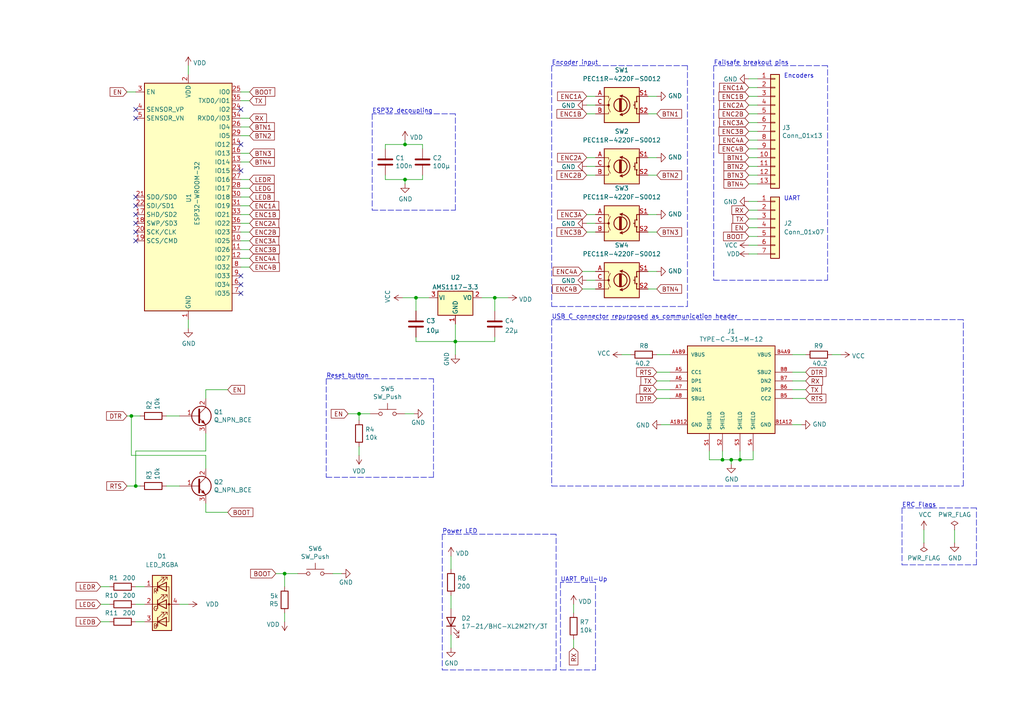
<source format=kicad_sch>
(kicad_sch (version 20211123) (generator eeschema)

  (uuid 98acd83f-4dce-487c-abdd-74c105628a17)

  (paper "A4")

  (title_block
    (title "Heliox Console")
    (date "2021-08-10")
    (rev "v00")
    (comment 4 "Author: GHOSCHT")
  )

  (lib_symbols
    (symbol "Connector_Generic:Conn_01x07" (pin_names (offset 1.016) hide) (in_bom yes) (on_board yes)
      (property "Reference" "J" (id 0) (at 0 10.16 0)
        (effects (font (size 1.27 1.27)))
      )
      (property "Value" "Conn_01x07" (id 1) (at 0 -10.16 0)
        (effects (font (size 1.27 1.27)))
      )
      (property "Footprint" "" (id 2) (at 0 0 0)
        (effects (font (size 1.27 1.27)) hide)
      )
      (property "Datasheet" "~" (id 3) (at 0 0 0)
        (effects (font (size 1.27 1.27)) hide)
      )
      (property "ki_keywords" "connector" (id 4) (at 0 0 0)
        (effects (font (size 1.27 1.27)) hide)
      )
      (property "ki_description" "Generic connector, single row, 01x07, script generated (kicad-library-utils/schlib/autogen/connector/)" (id 5) (at 0 0 0)
        (effects (font (size 1.27 1.27)) hide)
      )
      (property "ki_fp_filters" "Connector*:*_1x??_*" (id 6) (at 0 0 0)
        (effects (font (size 1.27 1.27)) hide)
      )
      (symbol "Conn_01x07_1_1"
        (rectangle (start -1.27 -7.493) (end 0 -7.747)
          (stroke (width 0.1524) (type default) (color 0 0 0 0))
          (fill (type none))
        )
        (rectangle (start -1.27 -4.953) (end 0 -5.207)
          (stroke (width 0.1524) (type default) (color 0 0 0 0))
          (fill (type none))
        )
        (rectangle (start -1.27 -2.413) (end 0 -2.667)
          (stroke (width 0.1524) (type default) (color 0 0 0 0))
          (fill (type none))
        )
        (rectangle (start -1.27 0.127) (end 0 -0.127)
          (stroke (width 0.1524) (type default) (color 0 0 0 0))
          (fill (type none))
        )
        (rectangle (start -1.27 2.667) (end 0 2.413)
          (stroke (width 0.1524) (type default) (color 0 0 0 0))
          (fill (type none))
        )
        (rectangle (start -1.27 5.207) (end 0 4.953)
          (stroke (width 0.1524) (type default) (color 0 0 0 0))
          (fill (type none))
        )
        (rectangle (start -1.27 7.747) (end 0 7.493)
          (stroke (width 0.1524) (type default) (color 0 0 0 0))
          (fill (type none))
        )
        (rectangle (start -1.27 8.89) (end 1.27 -8.89)
          (stroke (width 0.254) (type default) (color 0 0 0 0))
          (fill (type background))
        )
        (pin passive line (at -5.08 7.62 0) (length 3.81)
          (name "Pin_1" (effects (font (size 1.27 1.27))))
          (number "1" (effects (font (size 1.27 1.27))))
        )
        (pin passive line (at -5.08 5.08 0) (length 3.81)
          (name "Pin_2" (effects (font (size 1.27 1.27))))
          (number "2" (effects (font (size 1.27 1.27))))
        )
        (pin passive line (at -5.08 2.54 0) (length 3.81)
          (name "Pin_3" (effects (font (size 1.27 1.27))))
          (number "3" (effects (font (size 1.27 1.27))))
        )
        (pin passive line (at -5.08 0 0) (length 3.81)
          (name "Pin_4" (effects (font (size 1.27 1.27))))
          (number "4" (effects (font (size 1.27 1.27))))
        )
        (pin passive line (at -5.08 -2.54 0) (length 3.81)
          (name "Pin_5" (effects (font (size 1.27 1.27))))
          (number "5" (effects (font (size 1.27 1.27))))
        )
        (pin passive line (at -5.08 -5.08 0) (length 3.81)
          (name "Pin_6" (effects (font (size 1.27 1.27))))
          (number "6" (effects (font (size 1.27 1.27))))
        )
        (pin passive line (at -5.08 -7.62 0) (length 3.81)
          (name "Pin_7" (effects (font (size 1.27 1.27))))
          (number "7" (effects (font (size 1.27 1.27))))
        )
      )
    )
    (symbol "Connector_Generic:Conn_01x13" (pin_names (offset 1.016) hide) (in_bom yes) (on_board yes)
      (property "Reference" "J" (id 0) (at 0 17.78 0)
        (effects (font (size 1.27 1.27)))
      )
      (property "Value" "Conn_01x13" (id 1) (at 0 -17.78 0)
        (effects (font (size 1.27 1.27)))
      )
      (property "Footprint" "" (id 2) (at 0 0 0)
        (effects (font (size 1.27 1.27)) hide)
      )
      (property "Datasheet" "~" (id 3) (at 0 0 0)
        (effects (font (size 1.27 1.27)) hide)
      )
      (property "ki_keywords" "connector" (id 4) (at 0 0 0)
        (effects (font (size 1.27 1.27)) hide)
      )
      (property "ki_description" "Generic connector, single row, 01x13, script generated (kicad-library-utils/schlib/autogen/connector/)" (id 5) (at 0 0 0)
        (effects (font (size 1.27 1.27)) hide)
      )
      (property "ki_fp_filters" "Connector*:*_1x??_*" (id 6) (at 0 0 0)
        (effects (font (size 1.27 1.27)) hide)
      )
      (symbol "Conn_01x13_1_1"
        (rectangle (start -1.27 -15.113) (end 0 -15.367)
          (stroke (width 0.1524) (type default) (color 0 0 0 0))
          (fill (type none))
        )
        (rectangle (start -1.27 -12.573) (end 0 -12.827)
          (stroke (width 0.1524) (type default) (color 0 0 0 0))
          (fill (type none))
        )
        (rectangle (start -1.27 -10.033) (end 0 -10.287)
          (stroke (width 0.1524) (type default) (color 0 0 0 0))
          (fill (type none))
        )
        (rectangle (start -1.27 -7.493) (end 0 -7.747)
          (stroke (width 0.1524) (type default) (color 0 0 0 0))
          (fill (type none))
        )
        (rectangle (start -1.27 -4.953) (end 0 -5.207)
          (stroke (width 0.1524) (type default) (color 0 0 0 0))
          (fill (type none))
        )
        (rectangle (start -1.27 -2.413) (end 0 -2.667)
          (stroke (width 0.1524) (type default) (color 0 0 0 0))
          (fill (type none))
        )
        (rectangle (start -1.27 0.127) (end 0 -0.127)
          (stroke (width 0.1524) (type default) (color 0 0 0 0))
          (fill (type none))
        )
        (rectangle (start -1.27 2.667) (end 0 2.413)
          (stroke (width 0.1524) (type default) (color 0 0 0 0))
          (fill (type none))
        )
        (rectangle (start -1.27 5.207) (end 0 4.953)
          (stroke (width 0.1524) (type default) (color 0 0 0 0))
          (fill (type none))
        )
        (rectangle (start -1.27 7.747) (end 0 7.493)
          (stroke (width 0.1524) (type default) (color 0 0 0 0))
          (fill (type none))
        )
        (rectangle (start -1.27 10.287) (end 0 10.033)
          (stroke (width 0.1524) (type default) (color 0 0 0 0))
          (fill (type none))
        )
        (rectangle (start -1.27 12.827) (end 0 12.573)
          (stroke (width 0.1524) (type default) (color 0 0 0 0))
          (fill (type none))
        )
        (rectangle (start -1.27 15.367) (end 0 15.113)
          (stroke (width 0.1524) (type default) (color 0 0 0 0))
          (fill (type none))
        )
        (rectangle (start -1.27 16.51) (end 1.27 -16.51)
          (stroke (width 0.254) (type default) (color 0 0 0 0))
          (fill (type background))
        )
        (pin passive line (at -5.08 15.24 0) (length 3.81)
          (name "Pin_1" (effects (font (size 1.27 1.27))))
          (number "1" (effects (font (size 1.27 1.27))))
        )
        (pin passive line (at -5.08 -7.62 0) (length 3.81)
          (name "Pin_10" (effects (font (size 1.27 1.27))))
          (number "10" (effects (font (size 1.27 1.27))))
        )
        (pin passive line (at -5.08 -10.16 0) (length 3.81)
          (name "Pin_11" (effects (font (size 1.27 1.27))))
          (number "11" (effects (font (size 1.27 1.27))))
        )
        (pin passive line (at -5.08 -12.7 0) (length 3.81)
          (name "Pin_12" (effects (font (size 1.27 1.27))))
          (number "12" (effects (font (size 1.27 1.27))))
        )
        (pin passive line (at -5.08 -15.24 0) (length 3.81)
          (name "Pin_13" (effects (font (size 1.27 1.27))))
          (number "13" (effects (font (size 1.27 1.27))))
        )
        (pin passive line (at -5.08 12.7 0) (length 3.81)
          (name "Pin_2" (effects (font (size 1.27 1.27))))
          (number "2" (effects (font (size 1.27 1.27))))
        )
        (pin passive line (at -5.08 10.16 0) (length 3.81)
          (name "Pin_3" (effects (font (size 1.27 1.27))))
          (number "3" (effects (font (size 1.27 1.27))))
        )
        (pin passive line (at -5.08 7.62 0) (length 3.81)
          (name "Pin_4" (effects (font (size 1.27 1.27))))
          (number "4" (effects (font (size 1.27 1.27))))
        )
        (pin passive line (at -5.08 5.08 0) (length 3.81)
          (name "Pin_5" (effects (font (size 1.27 1.27))))
          (number "5" (effects (font (size 1.27 1.27))))
        )
        (pin passive line (at -5.08 2.54 0) (length 3.81)
          (name "Pin_6" (effects (font (size 1.27 1.27))))
          (number "6" (effects (font (size 1.27 1.27))))
        )
        (pin passive line (at -5.08 0 0) (length 3.81)
          (name "Pin_7" (effects (font (size 1.27 1.27))))
          (number "7" (effects (font (size 1.27 1.27))))
        )
        (pin passive line (at -5.08 -2.54 0) (length 3.81)
          (name "Pin_8" (effects (font (size 1.27 1.27))))
          (number "8" (effects (font (size 1.27 1.27))))
        )
        (pin passive line (at -5.08 -5.08 0) (length 3.81)
          (name "Pin_9" (effects (font (size 1.27 1.27))))
          (number "9" (effects (font (size 1.27 1.27))))
        )
      )
    )
    (symbol "Device:C" (pin_numbers hide) (pin_names (offset 0.254)) (in_bom yes) (on_board yes)
      (property "Reference" "C" (id 0) (at 0.635 2.54 0)
        (effects (font (size 1.27 1.27)) (justify left))
      )
      (property "Value" "C" (id 1) (at 0.635 -2.54 0)
        (effects (font (size 1.27 1.27)) (justify left))
      )
      (property "Footprint" "" (id 2) (at 0.9652 -3.81 0)
        (effects (font (size 1.27 1.27)) hide)
      )
      (property "Datasheet" "~" (id 3) (at 0 0 0)
        (effects (font (size 1.27 1.27)) hide)
      )
      (property "ki_keywords" "cap capacitor" (id 4) (at 0 0 0)
        (effects (font (size 1.27 1.27)) hide)
      )
      (property "ki_description" "Unpolarized capacitor" (id 5) (at 0 0 0)
        (effects (font (size 1.27 1.27)) hide)
      )
      (property "ki_fp_filters" "C_*" (id 6) (at 0 0 0)
        (effects (font (size 1.27 1.27)) hide)
      )
      (symbol "C_0_1"
        (polyline
          (pts
            (xy -2.032 -0.762)
            (xy 2.032 -0.762)
          )
          (stroke (width 0.508) (type default) (color 0 0 0 0))
          (fill (type none))
        )
        (polyline
          (pts
            (xy -2.032 0.762)
            (xy 2.032 0.762)
          )
          (stroke (width 0.508) (type default) (color 0 0 0 0))
          (fill (type none))
        )
      )
      (symbol "C_1_1"
        (pin passive line (at 0 3.81 270) (length 2.794)
          (name "~" (effects (font (size 1.27 1.27))))
          (number "1" (effects (font (size 1.27 1.27))))
        )
        (pin passive line (at 0 -3.81 90) (length 2.794)
          (name "~" (effects (font (size 1.27 1.27))))
          (number "2" (effects (font (size 1.27 1.27))))
        )
      )
    )
    (symbol "Device:LED" (pin_numbers hide) (pin_names (offset 1.016) hide) (in_bom yes) (on_board yes)
      (property "Reference" "D" (id 0) (at 0 2.54 0)
        (effects (font (size 1.27 1.27)))
      )
      (property "Value" "LED" (id 1) (at 0 -2.54 0)
        (effects (font (size 1.27 1.27)))
      )
      (property "Footprint" "" (id 2) (at 0 0 0)
        (effects (font (size 1.27 1.27)) hide)
      )
      (property "Datasheet" "~" (id 3) (at 0 0 0)
        (effects (font (size 1.27 1.27)) hide)
      )
      (property "ki_keywords" "LED diode" (id 4) (at 0 0 0)
        (effects (font (size 1.27 1.27)) hide)
      )
      (property "ki_description" "Light emitting diode" (id 5) (at 0 0 0)
        (effects (font (size 1.27 1.27)) hide)
      )
      (property "ki_fp_filters" "LED* LED_SMD:* LED_THT:*" (id 6) (at 0 0 0)
        (effects (font (size 1.27 1.27)) hide)
      )
      (symbol "LED_0_1"
        (polyline
          (pts
            (xy -1.27 -1.27)
            (xy -1.27 1.27)
          )
          (stroke (width 0.254) (type default) (color 0 0 0 0))
          (fill (type none))
        )
        (polyline
          (pts
            (xy -1.27 0)
            (xy 1.27 0)
          )
          (stroke (width 0) (type default) (color 0 0 0 0))
          (fill (type none))
        )
        (polyline
          (pts
            (xy 1.27 -1.27)
            (xy 1.27 1.27)
            (xy -1.27 0)
            (xy 1.27 -1.27)
          )
          (stroke (width 0.254) (type default) (color 0 0 0 0))
          (fill (type none))
        )
        (polyline
          (pts
            (xy -3.048 -0.762)
            (xy -4.572 -2.286)
            (xy -3.81 -2.286)
            (xy -4.572 -2.286)
            (xy -4.572 -1.524)
          )
          (stroke (width 0) (type default) (color 0 0 0 0))
          (fill (type none))
        )
        (polyline
          (pts
            (xy -1.778 -0.762)
            (xy -3.302 -2.286)
            (xy -2.54 -2.286)
            (xy -3.302 -2.286)
            (xy -3.302 -1.524)
          )
          (stroke (width 0) (type default) (color 0 0 0 0))
          (fill (type none))
        )
      )
      (symbol "LED_1_1"
        (pin passive line (at -3.81 0 0) (length 2.54)
          (name "K" (effects (font (size 1.27 1.27))))
          (number "1" (effects (font (size 1.27 1.27))))
        )
        (pin passive line (at 3.81 0 180) (length 2.54)
          (name "A" (effects (font (size 1.27 1.27))))
          (number "2" (effects (font (size 1.27 1.27))))
        )
      )
    )
    (symbol "Device:LED_RGBA" (pin_names (offset 0) hide) (in_bom yes) (on_board yes)
      (property "Reference" "D" (id 0) (at 0 9.398 0)
        (effects (font (size 1.27 1.27)))
      )
      (property "Value" "LED_RGBA" (id 1) (at 0 -8.89 0)
        (effects (font (size 1.27 1.27)))
      )
      (property "Footprint" "" (id 2) (at 0 -1.27 0)
        (effects (font (size 1.27 1.27)) hide)
      )
      (property "Datasheet" "~" (id 3) (at 0 -1.27 0)
        (effects (font (size 1.27 1.27)) hide)
      )
      (property "ki_keywords" "LED RGB diode" (id 4) (at 0 0 0)
        (effects (font (size 1.27 1.27)) hide)
      )
      (property "ki_description" "RGB LED, red/green/blue/anode" (id 5) (at 0 0 0)
        (effects (font (size 1.27 1.27)) hide)
      )
      (property "ki_fp_filters" "LED* LED_SMD:* LED_THT:*" (id 6) (at 0 0 0)
        (effects (font (size 1.27 1.27)) hide)
      )
      (symbol "LED_RGBA_0_0"
        (text "B" (at -1.905 -6.35 0)
          (effects (font (size 1.27 1.27)))
        )
        (text "G" (at -1.905 -1.27 0)
          (effects (font (size 1.27 1.27)))
        )
        (text "R" (at -1.905 3.81 0)
          (effects (font (size 1.27 1.27)))
        )
      )
      (symbol "LED_RGBA_0_1"
        (polyline
          (pts
            (xy -1.27 -5.08)
            (xy -2.54 -5.08)
          )
          (stroke (width 0) (type default) (color 0 0 0 0))
          (fill (type none))
        )
        (polyline
          (pts
            (xy -1.27 -5.08)
            (xy 1.27 -5.08)
          )
          (stroke (width 0) (type default) (color 0 0 0 0))
          (fill (type none))
        )
        (polyline
          (pts
            (xy -1.27 -3.81)
            (xy -1.27 -6.35)
          )
          (stroke (width 0.254) (type default) (color 0 0 0 0))
          (fill (type none))
        )
        (polyline
          (pts
            (xy -1.27 0)
            (xy -2.54 0)
          )
          (stroke (width 0) (type default) (color 0 0 0 0))
          (fill (type none))
        )
        (polyline
          (pts
            (xy -1.27 1.27)
            (xy -1.27 -1.27)
          )
          (stroke (width 0.254) (type default) (color 0 0 0 0))
          (fill (type none))
        )
        (polyline
          (pts
            (xy -1.27 5.08)
            (xy -2.54 5.08)
          )
          (stroke (width 0) (type default) (color 0 0 0 0))
          (fill (type none))
        )
        (polyline
          (pts
            (xy -1.27 5.08)
            (xy 1.27 5.08)
          )
          (stroke (width 0) (type default) (color 0 0 0 0))
          (fill (type none))
        )
        (polyline
          (pts
            (xy -1.27 6.35)
            (xy -1.27 3.81)
          )
          (stroke (width 0.254) (type default) (color 0 0 0 0))
          (fill (type none))
        )
        (polyline
          (pts
            (xy 1.27 0)
            (xy -1.27 0)
          )
          (stroke (width 0) (type default) (color 0 0 0 0))
          (fill (type none))
        )
        (polyline
          (pts
            (xy 1.27 0)
            (xy 2.54 0)
          )
          (stroke (width 0) (type default) (color 0 0 0 0))
          (fill (type none))
        )
        (polyline
          (pts
            (xy -1.27 1.27)
            (xy -1.27 -1.27)
            (xy -1.27 -1.27)
          )
          (stroke (width 0) (type default) (color 0 0 0 0))
          (fill (type none))
        )
        (polyline
          (pts
            (xy -1.27 6.35)
            (xy -1.27 3.81)
            (xy -1.27 3.81)
          )
          (stroke (width 0) (type default) (color 0 0 0 0))
          (fill (type none))
        )
        (polyline
          (pts
            (xy 1.27 -5.08)
            (xy 2.032 -5.08)
            (xy 2.032 5.08)
            (xy 1.27 5.08)
          )
          (stroke (width 0) (type default) (color 0 0 0 0))
          (fill (type none))
        )
        (polyline
          (pts
            (xy 1.27 -3.81)
            (xy 1.27 -6.35)
            (xy -1.27 -5.08)
            (xy 1.27 -3.81)
          )
          (stroke (width 0.254) (type default) (color 0 0 0 0))
          (fill (type none))
        )
        (polyline
          (pts
            (xy 1.27 1.27)
            (xy 1.27 -1.27)
            (xy -1.27 0)
            (xy 1.27 1.27)
          )
          (stroke (width 0.254) (type default) (color 0 0 0 0))
          (fill (type none))
        )
        (polyline
          (pts
            (xy 1.27 6.35)
            (xy 1.27 3.81)
            (xy -1.27 5.08)
            (xy 1.27 6.35)
          )
          (stroke (width 0.254) (type default) (color 0 0 0 0))
          (fill (type none))
        )
        (polyline
          (pts
            (xy -1.016 -3.81)
            (xy 0.508 -2.286)
            (xy -0.254 -2.286)
            (xy 0.508 -2.286)
            (xy 0.508 -3.048)
          )
          (stroke (width 0) (type default) (color 0 0 0 0))
          (fill (type none))
        )
        (polyline
          (pts
            (xy -1.016 1.27)
            (xy 0.508 2.794)
            (xy -0.254 2.794)
            (xy 0.508 2.794)
            (xy 0.508 2.032)
          )
          (stroke (width 0) (type default) (color 0 0 0 0))
          (fill (type none))
        )
        (polyline
          (pts
            (xy -1.016 6.35)
            (xy 0.508 7.874)
            (xy -0.254 7.874)
            (xy 0.508 7.874)
            (xy 0.508 7.112)
          )
          (stroke (width 0) (type default) (color 0 0 0 0))
          (fill (type none))
        )
        (polyline
          (pts
            (xy 0 -3.81)
            (xy 1.524 -2.286)
            (xy 0.762 -2.286)
            (xy 1.524 -2.286)
            (xy 1.524 -3.048)
          )
          (stroke (width 0) (type default) (color 0 0 0 0))
          (fill (type none))
        )
        (polyline
          (pts
            (xy 0 1.27)
            (xy 1.524 2.794)
            (xy 0.762 2.794)
            (xy 1.524 2.794)
            (xy 1.524 2.032)
          )
          (stroke (width 0) (type default) (color 0 0 0 0))
          (fill (type none))
        )
        (polyline
          (pts
            (xy 0 6.35)
            (xy 1.524 7.874)
            (xy 0.762 7.874)
            (xy 1.524 7.874)
            (xy 1.524 7.112)
          )
          (stroke (width 0) (type default) (color 0 0 0 0))
          (fill (type none))
        )
        (rectangle (start 1.27 -1.27) (end 1.27 1.27)
          (stroke (width 0) (type default) (color 0 0 0 0))
          (fill (type none))
        )
        (rectangle (start 1.27 1.27) (end 1.27 1.27)
          (stroke (width 0) (type default) (color 0 0 0 0))
          (fill (type none))
        )
        (rectangle (start 1.27 3.81) (end 1.27 6.35)
          (stroke (width 0) (type default) (color 0 0 0 0))
          (fill (type none))
        )
        (rectangle (start 1.27 6.35) (end 1.27 6.35)
          (stroke (width 0) (type default) (color 0 0 0 0))
          (fill (type none))
        )
        (circle (center 2.032 0) (radius 0.254)
          (stroke (width 0) (type default) (color 0 0 0 0))
          (fill (type outline))
        )
        (rectangle (start 2.794 8.382) (end -2.794 -7.62)
          (stroke (width 0.254) (type default) (color 0 0 0 0))
          (fill (type background))
        )
      )
      (symbol "LED_RGBA_1_1"
        (pin passive line (at -5.08 5.08 0) (length 2.54)
          (name "RK" (effects (font (size 1.27 1.27))))
          (number "1" (effects (font (size 1.27 1.27))))
        )
        (pin passive line (at -5.08 0 0) (length 2.54)
          (name "GK" (effects (font (size 1.27 1.27))))
          (number "2" (effects (font (size 1.27 1.27))))
        )
        (pin passive line (at -5.08 -5.08 0) (length 2.54)
          (name "BK" (effects (font (size 1.27 1.27))))
          (number "3" (effects (font (size 1.27 1.27))))
        )
        (pin passive line (at 5.08 0 180) (length 2.54)
          (name "A" (effects (font (size 1.27 1.27))))
          (number "4" (effects (font (size 1.27 1.27))))
        )
      )
    )
    (symbol "Device:Q_NPN_BCE" (pin_names (offset 0) hide) (in_bom yes) (on_board yes)
      (property "Reference" "Q" (id 0) (at 5.08 1.27 0)
        (effects (font (size 1.27 1.27)) (justify left))
      )
      (property "Value" "Q_NPN_BCE" (id 1) (at 5.08 -1.27 0)
        (effects (font (size 1.27 1.27)) (justify left))
      )
      (property "Footprint" "" (id 2) (at 5.08 2.54 0)
        (effects (font (size 1.27 1.27)) hide)
      )
      (property "Datasheet" "~" (id 3) (at 0 0 0)
        (effects (font (size 1.27 1.27)) hide)
      )
      (property "ki_keywords" "transistor NPN" (id 4) (at 0 0 0)
        (effects (font (size 1.27 1.27)) hide)
      )
      (property "ki_description" "NPN transistor, base/collector/emitter" (id 5) (at 0 0 0)
        (effects (font (size 1.27 1.27)) hide)
      )
      (symbol "Q_NPN_BCE_0_1"
        (polyline
          (pts
            (xy 0.635 0.635)
            (xy 2.54 2.54)
          )
          (stroke (width 0) (type default) (color 0 0 0 0))
          (fill (type none))
        )
        (polyline
          (pts
            (xy 0.635 -0.635)
            (xy 2.54 -2.54)
            (xy 2.54 -2.54)
          )
          (stroke (width 0) (type default) (color 0 0 0 0))
          (fill (type none))
        )
        (polyline
          (pts
            (xy 0.635 1.905)
            (xy 0.635 -1.905)
            (xy 0.635 -1.905)
          )
          (stroke (width 0.508) (type default) (color 0 0 0 0))
          (fill (type none))
        )
        (polyline
          (pts
            (xy 1.27 -1.778)
            (xy 1.778 -1.27)
            (xy 2.286 -2.286)
            (xy 1.27 -1.778)
            (xy 1.27 -1.778)
          )
          (stroke (width 0) (type default) (color 0 0 0 0))
          (fill (type outline))
        )
        (circle (center 1.27 0) (radius 2.8194)
          (stroke (width 0.254) (type default) (color 0 0 0 0))
          (fill (type none))
        )
      )
      (symbol "Q_NPN_BCE_1_1"
        (pin input line (at -5.08 0 0) (length 5.715)
          (name "B" (effects (font (size 1.27 1.27))))
          (number "1" (effects (font (size 1.27 1.27))))
        )
        (pin passive line (at 2.54 5.08 270) (length 2.54)
          (name "C" (effects (font (size 1.27 1.27))))
          (number "2" (effects (font (size 1.27 1.27))))
        )
        (pin passive line (at 2.54 -5.08 90) (length 2.54)
          (name "E" (effects (font (size 1.27 1.27))))
          (number "3" (effects (font (size 1.27 1.27))))
        )
      )
    )
    (symbol "Device:R" (pin_numbers hide) (pin_names (offset 0)) (in_bom yes) (on_board yes)
      (property "Reference" "R" (id 0) (at 2.032 0 90)
        (effects (font (size 1.27 1.27)))
      )
      (property "Value" "R" (id 1) (at 0 0 90)
        (effects (font (size 1.27 1.27)))
      )
      (property "Footprint" "" (id 2) (at -1.778 0 90)
        (effects (font (size 1.27 1.27)) hide)
      )
      (property "Datasheet" "~" (id 3) (at 0 0 0)
        (effects (font (size 1.27 1.27)) hide)
      )
      (property "ki_keywords" "R res resistor" (id 4) (at 0 0 0)
        (effects (font (size 1.27 1.27)) hide)
      )
      (property "ki_description" "Resistor" (id 5) (at 0 0 0)
        (effects (font (size 1.27 1.27)) hide)
      )
      (property "ki_fp_filters" "R_*" (id 6) (at 0 0 0)
        (effects (font (size 1.27 1.27)) hide)
      )
      (symbol "R_0_1"
        (rectangle (start -1.016 -2.54) (end 1.016 2.54)
          (stroke (width 0.254) (type default) (color 0 0 0 0))
          (fill (type none))
        )
      )
      (symbol "R_1_1"
        (pin passive line (at 0 3.81 270) (length 1.27)
          (name "~" (effects (font (size 1.27 1.27))))
          (number "1" (effects (font (size 1.27 1.27))))
        )
        (pin passive line (at 0 -3.81 90) (length 1.27)
          (name "~" (effects (font (size 1.27 1.27))))
          (number "2" (effects (font (size 1.27 1.27))))
        )
      )
    )
    (symbol "Device:RotaryEncoder_Switch" (pin_names (offset 0.254) hide) (in_bom yes) (on_board yes)
      (property "Reference" "SW" (id 0) (at 0 6.604 0)
        (effects (font (size 1.27 1.27)))
      )
      (property "Value" "RotaryEncoder_Switch" (id 1) (at 0 -6.604 0)
        (effects (font (size 1.27 1.27)))
      )
      (property "Footprint" "" (id 2) (at -3.81 4.064 0)
        (effects (font (size 1.27 1.27)) hide)
      )
      (property "Datasheet" "~" (id 3) (at 0 6.604 0)
        (effects (font (size 1.27 1.27)) hide)
      )
      (property "ki_keywords" "rotary switch encoder switch push button" (id 4) (at 0 0 0)
        (effects (font (size 1.27 1.27)) hide)
      )
      (property "ki_description" "Rotary encoder, dual channel, incremental quadrate outputs, with switch" (id 5) (at 0 0 0)
        (effects (font (size 1.27 1.27)) hide)
      )
      (property "ki_fp_filters" "RotaryEncoder*Switch*" (id 6) (at 0 0 0)
        (effects (font (size 1.27 1.27)) hide)
      )
      (symbol "RotaryEncoder_Switch_0_1"
        (rectangle (start -5.08 5.08) (end 5.08 -5.08)
          (stroke (width 0.254) (type default) (color 0 0 0 0))
          (fill (type background))
        )
        (circle (center -3.81 0) (radius 0.254)
          (stroke (width 0) (type default) (color 0 0 0 0))
          (fill (type outline))
        )
        (arc (start -0.381 -2.794) (mid 2.3622 -0.0635) (end -0.381 2.667)
          (stroke (width 0.254) (type default) (color 0 0 0 0))
          (fill (type none))
        )
        (circle (center -0.381 0) (radius 1.905)
          (stroke (width 0.254) (type default) (color 0 0 0 0))
          (fill (type none))
        )
        (polyline
          (pts
            (xy -0.635 -1.778)
            (xy -0.635 1.778)
          )
          (stroke (width 0.254) (type default) (color 0 0 0 0))
          (fill (type none))
        )
        (polyline
          (pts
            (xy -0.381 -1.778)
            (xy -0.381 1.778)
          )
          (stroke (width 0.254) (type default) (color 0 0 0 0))
          (fill (type none))
        )
        (polyline
          (pts
            (xy -0.127 1.778)
            (xy -0.127 -1.778)
          )
          (stroke (width 0.254) (type default) (color 0 0 0 0))
          (fill (type none))
        )
        (polyline
          (pts
            (xy 3.81 0)
            (xy 3.429 0)
          )
          (stroke (width 0.254) (type default) (color 0 0 0 0))
          (fill (type none))
        )
        (polyline
          (pts
            (xy 3.81 1.016)
            (xy 3.81 -1.016)
          )
          (stroke (width 0.254) (type default) (color 0 0 0 0))
          (fill (type none))
        )
        (polyline
          (pts
            (xy -5.08 -2.54)
            (xy -3.81 -2.54)
            (xy -3.81 -2.032)
          )
          (stroke (width 0) (type default) (color 0 0 0 0))
          (fill (type none))
        )
        (polyline
          (pts
            (xy -5.08 2.54)
            (xy -3.81 2.54)
            (xy -3.81 2.032)
          )
          (stroke (width 0) (type default) (color 0 0 0 0))
          (fill (type none))
        )
        (polyline
          (pts
            (xy 0.254 -3.048)
            (xy -0.508 -2.794)
            (xy 0.127 -2.413)
          )
          (stroke (width 0.254) (type default) (color 0 0 0 0))
          (fill (type none))
        )
        (polyline
          (pts
            (xy 0.254 2.921)
            (xy -0.508 2.667)
            (xy 0.127 2.286)
          )
          (stroke (width 0.254) (type default) (color 0 0 0 0))
          (fill (type none))
        )
        (polyline
          (pts
            (xy 5.08 -2.54)
            (xy 4.318 -2.54)
            (xy 4.318 -1.016)
          )
          (stroke (width 0.254) (type default) (color 0 0 0 0))
          (fill (type none))
        )
        (polyline
          (pts
            (xy 5.08 2.54)
            (xy 4.318 2.54)
            (xy 4.318 1.016)
          )
          (stroke (width 0.254) (type default) (color 0 0 0 0))
          (fill (type none))
        )
        (polyline
          (pts
            (xy -5.08 0)
            (xy -3.81 0)
            (xy -3.81 -1.016)
            (xy -3.302 -2.032)
          )
          (stroke (width 0) (type default) (color 0 0 0 0))
          (fill (type none))
        )
        (polyline
          (pts
            (xy -4.318 0)
            (xy -3.81 0)
            (xy -3.81 1.016)
            (xy -3.302 2.032)
          )
          (stroke (width 0) (type default) (color 0 0 0 0))
          (fill (type none))
        )
        (circle (center 4.318 -1.016) (radius 0.127)
          (stroke (width 0.254) (type default) (color 0 0 0 0))
          (fill (type none))
        )
        (circle (center 4.318 1.016) (radius 0.127)
          (stroke (width 0.254) (type default) (color 0 0 0 0))
          (fill (type none))
        )
      )
      (symbol "RotaryEncoder_Switch_1_1"
        (pin passive line (at -7.62 2.54 0) (length 2.54)
          (name "A" (effects (font (size 1.27 1.27))))
          (number "A" (effects (font (size 1.27 1.27))))
        )
        (pin passive line (at -7.62 -2.54 0) (length 2.54)
          (name "B" (effects (font (size 1.27 1.27))))
          (number "B" (effects (font (size 1.27 1.27))))
        )
        (pin passive line (at -7.62 0 0) (length 2.54)
          (name "C" (effects (font (size 1.27 1.27))))
          (number "C" (effects (font (size 1.27 1.27))))
        )
        (pin passive line (at 7.62 2.54 180) (length 2.54)
          (name "S1" (effects (font (size 1.27 1.27))))
          (number "S1" (effects (font (size 1.27 1.27))))
        )
        (pin passive line (at 7.62 -2.54 180) (length 2.54)
          (name "S2" (effects (font (size 1.27 1.27))))
          (number "S2" (effects (font (size 1.27 1.27))))
        )
      )
    )
    (symbol "RF_Module:ESP32-WROOM-32" (in_bom yes) (on_board yes)
      (property "Reference" "U" (id 0) (at -12.7 34.29 0)
        (effects (font (size 1.27 1.27)) (justify left))
      )
      (property "Value" "ESP32-WROOM-32" (id 1) (at 1.27 34.29 0)
        (effects (font (size 1.27 1.27)) (justify left))
      )
      (property "Footprint" "RF_Module:ESP32-WROOM-32" (id 2) (at 0 -38.1 0)
        (effects (font (size 1.27 1.27)) hide)
      )
      (property "Datasheet" "https://www.espressif.com/sites/default/files/documentation/esp32-wroom-32_datasheet_en.pdf" (id 3) (at -7.62 1.27 0)
        (effects (font (size 1.27 1.27)) hide)
      )
      (property "ki_keywords" "RF Radio BT ESP ESP32 Espressif onboard PCB antenna" (id 4) (at 0 0 0)
        (effects (font (size 1.27 1.27)) hide)
      )
      (property "ki_description" "RF Module, ESP32-D0WDQ6 SoC, Wi-Fi 802.11b/g/n, Bluetooth, BLE, 32-bit, 2.7-3.6V, onboard antenna, SMD" (id 5) (at 0 0 0)
        (effects (font (size 1.27 1.27)) hide)
      )
      (property "ki_fp_filters" "ESP32?WROOM?32*" (id 6) (at 0 0 0)
        (effects (font (size 1.27 1.27)) hide)
      )
      (symbol "ESP32-WROOM-32_0_1"
        (rectangle (start -12.7 33.02) (end 12.7 -33.02)
          (stroke (width 0.254) (type default) (color 0 0 0 0))
          (fill (type background))
        )
      )
      (symbol "ESP32-WROOM-32_1_1"
        (pin power_in line (at 0 -35.56 90) (length 2.54)
          (name "GND" (effects (font (size 1.27 1.27))))
          (number "1" (effects (font (size 1.27 1.27))))
        )
        (pin bidirectional line (at 15.24 -12.7 180) (length 2.54)
          (name "IO25" (effects (font (size 1.27 1.27))))
          (number "10" (effects (font (size 1.27 1.27))))
        )
        (pin bidirectional line (at 15.24 -15.24 180) (length 2.54)
          (name "IO26" (effects (font (size 1.27 1.27))))
          (number "11" (effects (font (size 1.27 1.27))))
        )
        (pin bidirectional line (at 15.24 -17.78 180) (length 2.54)
          (name "IO27" (effects (font (size 1.27 1.27))))
          (number "12" (effects (font (size 1.27 1.27))))
        )
        (pin bidirectional line (at 15.24 10.16 180) (length 2.54)
          (name "IO14" (effects (font (size 1.27 1.27))))
          (number "13" (effects (font (size 1.27 1.27))))
        )
        (pin bidirectional line (at 15.24 15.24 180) (length 2.54)
          (name "IO12" (effects (font (size 1.27 1.27))))
          (number "14" (effects (font (size 1.27 1.27))))
        )
        (pin passive line (at 0 -35.56 90) (length 2.54) hide
          (name "GND" (effects (font (size 1.27 1.27))))
          (number "15" (effects (font (size 1.27 1.27))))
        )
        (pin bidirectional line (at 15.24 12.7 180) (length 2.54)
          (name "IO13" (effects (font (size 1.27 1.27))))
          (number "16" (effects (font (size 1.27 1.27))))
        )
        (pin bidirectional line (at -15.24 -5.08 0) (length 2.54)
          (name "SHD/SD2" (effects (font (size 1.27 1.27))))
          (number "17" (effects (font (size 1.27 1.27))))
        )
        (pin bidirectional line (at -15.24 -7.62 0) (length 2.54)
          (name "SWP/SD3" (effects (font (size 1.27 1.27))))
          (number "18" (effects (font (size 1.27 1.27))))
        )
        (pin bidirectional line (at -15.24 -12.7 0) (length 2.54)
          (name "SCS/CMD" (effects (font (size 1.27 1.27))))
          (number "19" (effects (font (size 1.27 1.27))))
        )
        (pin power_in line (at 0 35.56 270) (length 2.54)
          (name "VDD" (effects (font (size 1.27 1.27))))
          (number "2" (effects (font (size 1.27 1.27))))
        )
        (pin bidirectional line (at -15.24 -10.16 0) (length 2.54)
          (name "SCK/CLK" (effects (font (size 1.27 1.27))))
          (number "20" (effects (font (size 1.27 1.27))))
        )
        (pin bidirectional line (at -15.24 0 0) (length 2.54)
          (name "SDO/SD0" (effects (font (size 1.27 1.27))))
          (number "21" (effects (font (size 1.27 1.27))))
        )
        (pin bidirectional line (at -15.24 -2.54 0) (length 2.54)
          (name "SDI/SD1" (effects (font (size 1.27 1.27))))
          (number "22" (effects (font (size 1.27 1.27))))
        )
        (pin bidirectional line (at 15.24 7.62 180) (length 2.54)
          (name "IO15" (effects (font (size 1.27 1.27))))
          (number "23" (effects (font (size 1.27 1.27))))
        )
        (pin bidirectional line (at 15.24 25.4 180) (length 2.54)
          (name "IO2" (effects (font (size 1.27 1.27))))
          (number "24" (effects (font (size 1.27 1.27))))
        )
        (pin bidirectional line (at 15.24 30.48 180) (length 2.54)
          (name "IO0" (effects (font (size 1.27 1.27))))
          (number "25" (effects (font (size 1.27 1.27))))
        )
        (pin bidirectional line (at 15.24 20.32 180) (length 2.54)
          (name "IO4" (effects (font (size 1.27 1.27))))
          (number "26" (effects (font (size 1.27 1.27))))
        )
        (pin bidirectional line (at 15.24 5.08 180) (length 2.54)
          (name "IO16" (effects (font (size 1.27 1.27))))
          (number "27" (effects (font (size 1.27 1.27))))
        )
        (pin bidirectional line (at 15.24 2.54 180) (length 2.54)
          (name "IO17" (effects (font (size 1.27 1.27))))
          (number "28" (effects (font (size 1.27 1.27))))
        )
        (pin bidirectional line (at 15.24 17.78 180) (length 2.54)
          (name "IO5" (effects (font (size 1.27 1.27))))
          (number "29" (effects (font (size 1.27 1.27))))
        )
        (pin input line (at -15.24 30.48 0) (length 2.54)
          (name "EN" (effects (font (size 1.27 1.27))))
          (number "3" (effects (font (size 1.27 1.27))))
        )
        (pin bidirectional line (at 15.24 0 180) (length 2.54)
          (name "IO18" (effects (font (size 1.27 1.27))))
          (number "30" (effects (font (size 1.27 1.27))))
        )
        (pin bidirectional line (at 15.24 -2.54 180) (length 2.54)
          (name "IO19" (effects (font (size 1.27 1.27))))
          (number "31" (effects (font (size 1.27 1.27))))
        )
        (pin no_connect line (at -12.7 -27.94 0) (length 2.54) hide
          (name "NC" (effects (font (size 1.27 1.27))))
          (number "32" (effects (font (size 1.27 1.27))))
        )
        (pin bidirectional line (at 15.24 -5.08 180) (length 2.54)
          (name "IO21" (effects (font (size 1.27 1.27))))
          (number "33" (effects (font (size 1.27 1.27))))
        )
        (pin bidirectional line (at 15.24 22.86 180) (length 2.54)
          (name "RXD0/IO3" (effects (font (size 1.27 1.27))))
          (number "34" (effects (font (size 1.27 1.27))))
        )
        (pin bidirectional line (at 15.24 27.94 180) (length 2.54)
          (name "TXD0/IO1" (effects (font (size 1.27 1.27))))
          (number "35" (effects (font (size 1.27 1.27))))
        )
        (pin bidirectional line (at 15.24 -7.62 180) (length 2.54)
          (name "IO22" (effects (font (size 1.27 1.27))))
          (number "36" (effects (font (size 1.27 1.27))))
        )
        (pin bidirectional line (at 15.24 -10.16 180) (length 2.54)
          (name "IO23" (effects (font (size 1.27 1.27))))
          (number "37" (effects (font (size 1.27 1.27))))
        )
        (pin passive line (at 0 -35.56 90) (length 2.54) hide
          (name "GND" (effects (font (size 1.27 1.27))))
          (number "38" (effects (font (size 1.27 1.27))))
        )
        (pin passive line (at 0 -35.56 90) (length 2.54) hide
          (name "GND" (effects (font (size 1.27 1.27))))
          (number "39" (effects (font (size 1.27 1.27))))
        )
        (pin input line (at -15.24 25.4 0) (length 2.54)
          (name "SENSOR_VP" (effects (font (size 1.27 1.27))))
          (number "4" (effects (font (size 1.27 1.27))))
        )
        (pin input line (at -15.24 22.86 0) (length 2.54)
          (name "SENSOR_VN" (effects (font (size 1.27 1.27))))
          (number "5" (effects (font (size 1.27 1.27))))
        )
        (pin input line (at 15.24 -25.4 180) (length 2.54)
          (name "IO34" (effects (font (size 1.27 1.27))))
          (number "6" (effects (font (size 1.27 1.27))))
        )
        (pin input line (at 15.24 -27.94 180) (length 2.54)
          (name "IO35" (effects (font (size 1.27 1.27))))
          (number "7" (effects (font (size 1.27 1.27))))
        )
        (pin bidirectional line (at 15.24 -20.32 180) (length 2.54)
          (name "IO32" (effects (font (size 1.27 1.27))))
          (number "8" (effects (font (size 1.27 1.27))))
        )
        (pin bidirectional line (at 15.24 -22.86 180) (length 2.54)
          (name "IO33" (effects (font (size 1.27 1.27))))
          (number "9" (effects (font (size 1.27 1.27))))
        )
      )
    )
    (symbol "Regulator_Linear:AMS1117-3.3" (pin_names (offset 0.254)) (in_bom yes) (on_board yes)
      (property "Reference" "U" (id 0) (at -3.81 3.175 0)
        (effects (font (size 1.27 1.27)))
      )
      (property "Value" "AMS1117-3.3" (id 1) (at 0 3.175 0)
        (effects (font (size 1.27 1.27)) (justify left))
      )
      (property "Footprint" "Package_TO_SOT_SMD:SOT-223-3_TabPin2" (id 2) (at 0 5.08 0)
        (effects (font (size 1.27 1.27)) hide)
      )
      (property "Datasheet" "http://www.advanced-monolithic.com/pdf/ds1117.pdf" (id 3) (at 2.54 -6.35 0)
        (effects (font (size 1.27 1.27)) hide)
      )
      (property "ki_keywords" "linear regulator ldo fixed positive" (id 4) (at 0 0 0)
        (effects (font (size 1.27 1.27)) hide)
      )
      (property "ki_description" "1A Low Dropout regulator, positive, 3.3V fixed output, SOT-223" (id 5) (at 0 0 0)
        (effects (font (size 1.27 1.27)) hide)
      )
      (property "ki_fp_filters" "SOT?223*TabPin2*" (id 6) (at 0 0 0)
        (effects (font (size 1.27 1.27)) hide)
      )
      (symbol "AMS1117-3.3_0_1"
        (rectangle (start -5.08 -5.08) (end 5.08 1.905)
          (stroke (width 0.254) (type default) (color 0 0 0 0))
          (fill (type background))
        )
      )
      (symbol "AMS1117-3.3_1_1"
        (pin power_in line (at 0 -7.62 90) (length 2.54)
          (name "GND" (effects (font (size 1.27 1.27))))
          (number "1" (effects (font (size 1.27 1.27))))
        )
        (pin power_out line (at 7.62 0 180) (length 2.54)
          (name "VO" (effects (font (size 1.27 1.27))))
          (number "2" (effects (font (size 1.27 1.27))))
        )
        (pin power_in line (at -7.62 0 0) (length 2.54)
          (name "VI" (effects (font (size 1.27 1.27))))
          (number "3" (effects (font (size 1.27 1.27))))
        )
      )
    )
    (symbol "Switch:SW_Push" (pin_numbers hide) (pin_names (offset 1.016) hide) (in_bom yes) (on_board yes)
      (property "Reference" "SW" (id 0) (at 1.27 2.54 0)
        (effects (font (size 1.27 1.27)) (justify left))
      )
      (property "Value" "SW_Push" (id 1) (at 0 -1.524 0)
        (effects (font (size 1.27 1.27)))
      )
      (property "Footprint" "" (id 2) (at 0 5.08 0)
        (effects (font (size 1.27 1.27)) hide)
      )
      (property "Datasheet" "~" (id 3) (at 0 5.08 0)
        (effects (font (size 1.27 1.27)) hide)
      )
      (property "ki_keywords" "switch normally-open pushbutton push-button" (id 4) (at 0 0 0)
        (effects (font (size 1.27 1.27)) hide)
      )
      (property "ki_description" "Push button switch, generic, two pins" (id 5) (at 0 0 0)
        (effects (font (size 1.27 1.27)) hide)
      )
      (symbol "SW_Push_0_1"
        (circle (center -2.032 0) (radius 0.508)
          (stroke (width 0) (type default) (color 0 0 0 0))
          (fill (type none))
        )
        (polyline
          (pts
            (xy 0 1.27)
            (xy 0 3.048)
          )
          (stroke (width 0) (type default) (color 0 0 0 0))
          (fill (type none))
        )
        (polyline
          (pts
            (xy 2.54 1.27)
            (xy -2.54 1.27)
          )
          (stroke (width 0) (type default) (color 0 0 0 0))
          (fill (type none))
        )
        (circle (center 2.032 0) (radius 0.508)
          (stroke (width 0) (type default) (color 0 0 0 0))
          (fill (type none))
        )
        (pin passive line (at -5.08 0 0) (length 2.54)
          (name "1" (effects (font (size 1.27 1.27))))
          (number "1" (effects (font (size 1.27 1.27))))
        )
        (pin passive line (at 5.08 0 180) (length 2.54)
          (name "2" (effects (font (size 1.27 1.27))))
          (number "2" (effects (font (size 1.27 1.27))))
        )
      )
    )
    (symbol "TYPE-C-31-M-12:TYPE-C-31-M-12" (pin_names (offset 1.016)) (in_bom yes) (on_board yes)
      (property "Reference" "J" (id 0) (at -1.27 15.24 0)
        (effects (font (size 1.27 1.27)) (justify left bottom))
      )
      (property "Value" "TYPE-C-31-M-12" (id 1) (at -10.16 13.208 0)
        (effects (font (size 1.27 1.27)) (justify left bottom))
      )
      (property "Footprint" "HRO_TYPE-C-31-M-12" (id 2) (at 0 0 0)
        (effects (font (size 1.27 1.27)) (justify left bottom) hide)
      )
      (property "Datasheet" "" (id 3) (at 0 0 0)
        (effects (font (size 1.27 1.27)) (justify left bottom) hide)
      )
      (property "MAXIMUM_PACKAGE_HEIGHT" "3.31mm" (id 4) (at 0 0 0)
        (effects (font (size 1.27 1.27)) (justify left bottom) hide)
      )
      (property "STANDARD" "Manufacturer Recommendations" (id 5) (at 0 0 0)
        (effects (font (size 1.27 1.27)) (justify left bottom) hide)
      )
      (property "PARTREV" "A" (id 6) (at 0 0 0)
        (effects (font (size 1.27 1.27)) (justify left bottom) hide)
      )
      (property "MANUFACTURER" "HRO Electronics" (id 7) (at 0 0 0)
        (effects (font (size 1.27 1.27)) (justify left bottom) hide)
      )
      (property "ki_locked" "" (id 8) (at 0 0 0)
        (effects (font (size 1.27 1.27)))
      )
      (symbol "TYPE-C-31-M-12_0_0"
        (rectangle (start -12.7 -12.7) (end 12.7 12.7)
          (stroke (width 0.254) (type default) (color 0 0 0 0))
          (fill (type background))
        )
        (pin power_in line (at -17.78 -10.16 0) (length 5.08)
          (name "GND" (effects (font (size 1.016 1.016))))
          (number "A1B12" (effects (font (size 1.016 1.016))))
        )
        (pin power_in line (at -17.78 10.16 0) (length 5.08)
          (name "VBUS" (effects (font (size 1.016 1.016))))
          (number "A4B9" (effects (font (size 1.016 1.016))))
        )
        (pin bidirectional line (at -17.78 5.08 0) (length 5.08)
          (name "CC1" (effects (font (size 1.016 1.016))))
          (number "A5" (effects (font (size 1.016 1.016))))
        )
        (pin bidirectional line (at -17.78 2.54 0) (length 5.08)
          (name "DP1" (effects (font (size 1.016 1.016))))
          (number "A6" (effects (font (size 1.016 1.016))))
        )
        (pin bidirectional line (at -17.78 0 0) (length 5.08)
          (name "DN1" (effects (font (size 1.016 1.016))))
          (number "A7" (effects (font (size 1.016 1.016))))
        )
        (pin bidirectional line (at -17.78 -2.54 0) (length 5.08)
          (name "SBU1" (effects (font (size 1.016 1.016))))
          (number "A8" (effects (font (size 1.016 1.016))))
        )
        (pin power_in line (at 17.78 -10.16 180) (length 5.08)
          (name "GND" (effects (font (size 1.016 1.016))))
          (number "B1A12" (effects (font (size 1.016 1.016))))
        )
        (pin power_in line (at 17.78 10.16 180) (length 5.08)
          (name "VBUS" (effects (font (size 1.016 1.016))))
          (number "B4A9" (effects (font (size 1.016 1.016))))
        )
        (pin bidirectional line (at 17.78 -2.54 180) (length 5.08)
          (name "CC2" (effects (font (size 1.016 1.016))))
          (number "B5" (effects (font (size 1.016 1.016))))
        )
        (pin bidirectional line (at 17.78 0 180) (length 5.08)
          (name "DP2" (effects (font (size 1.016 1.016))))
          (number "B6" (effects (font (size 1.016 1.016))))
        )
        (pin bidirectional line (at 17.78 2.54 180) (length 5.08)
          (name "DN2" (effects (font (size 1.016 1.016))))
          (number "B7" (effects (font (size 1.016 1.016))))
        )
        (pin bidirectional line (at 17.78 5.08 180) (length 5.08)
          (name "SBU2" (effects (font (size 1.016 1.016))))
          (number "B8" (effects (font (size 1.016 1.016))))
        )
        (pin passive line (at -6.35 -17.78 90) (length 5.08)
          (name "SHIELD" (effects (font (size 1.016 1.016))))
          (number "S1" (effects (font (size 1.016 1.016))))
        )
        (pin passive line (at -2.54 -17.78 90) (length 5.08)
          (name "SHIELD" (effects (font (size 1.016 1.016))))
          (number "S2" (effects (font (size 1.016 1.016))))
        )
        (pin passive line (at 2.54 -17.78 90) (length 5.08)
          (name "SHIELD" (effects (font (size 1.016 1.016))))
          (number "S3" (effects (font (size 1.016 1.016))))
        )
        (pin passive line (at 6.35 -17.78 90) (length 5.08)
          (name "SHIELD" (effects (font (size 1.016 1.016))))
          (number "S4" (effects (font (size 1.016 1.016))))
        )
      )
    )
    (symbol "power:GND" (power) (pin_names (offset 0)) (in_bom yes) (on_board yes)
      (property "Reference" "#PWR" (id 0) (at 0 -6.35 0)
        (effects (font (size 1.27 1.27)) hide)
      )
      (property "Value" "GND" (id 1) (at 0 -3.81 0)
        (effects (font (size 1.27 1.27)))
      )
      (property "Footprint" "" (id 2) (at 0 0 0)
        (effects (font (size 1.27 1.27)) hide)
      )
      (property "Datasheet" "" (id 3) (at 0 0 0)
        (effects (font (size 1.27 1.27)) hide)
      )
      (property "ki_keywords" "power-flag" (id 4) (at 0 0 0)
        (effects (font (size 1.27 1.27)) hide)
      )
      (property "ki_description" "Power symbol creates a global label with name \"GND\" , ground" (id 5) (at 0 0 0)
        (effects (font (size 1.27 1.27)) hide)
      )
      (symbol "GND_0_1"
        (polyline
          (pts
            (xy 0 0)
            (xy 0 -1.27)
            (xy 1.27 -1.27)
            (xy 0 -2.54)
            (xy -1.27 -1.27)
            (xy 0 -1.27)
          )
          (stroke (width 0) (type default) (color 0 0 0 0))
          (fill (type none))
        )
      )
      (symbol "GND_1_1"
        (pin power_in line (at 0 0 270) (length 0) hide
          (name "GND" (effects (font (size 1.27 1.27))))
          (number "1" (effects (font (size 1.27 1.27))))
        )
      )
    )
    (symbol "power:PWR_FLAG" (power) (pin_numbers hide) (pin_names (offset 0) hide) (in_bom yes) (on_board yes)
      (property "Reference" "#FLG" (id 0) (at 0 1.905 0)
        (effects (font (size 1.27 1.27)) hide)
      )
      (property "Value" "PWR_FLAG" (id 1) (at 0 3.81 0)
        (effects (font (size 1.27 1.27)))
      )
      (property "Footprint" "" (id 2) (at 0 0 0)
        (effects (font (size 1.27 1.27)) hide)
      )
      (property "Datasheet" "~" (id 3) (at 0 0 0)
        (effects (font (size 1.27 1.27)) hide)
      )
      (property "ki_keywords" "power-flag" (id 4) (at 0 0 0)
        (effects (font (size 1.27 1.27)) hide)
      )
      (property "ki_description" "Special symbol for telling ERC where power comes from" (id 5) (at 0 0 0)
        (effects (font (size 1.27 1.27)) hide)
      )
      (symbol "PWR_FLAG_0_0"
        (pin power_out line (at 0 0 90) (length 0)
          (name "pwr" (effects (font (size 1.27 1.27))))
          (number "1" (effects (font (size 1.27 1.27))))
        )
      )
      (symbol "PWR_FLAG_0_1"
        (polyline
          (pts
            (xy 0 0)
            (xy 0 1.27)
            (xy -1.016 1.905)
            (xy 0 2.54)
            (xy 1.016 1.905)
            (xy 0 1.27)
          )
          (stroke (width 0) (type default) (color 0 0 0 0))
          (fill (type none))
        )
      )
    )
    (symbol "power:VCC" (power) (pin_names (offset 0)) (in_bom yes) (on_board yes)
      (property "Reference" "#PWR" (id 0) (at 0 -3.81 0)
        (effects (font (size 1.27 1.27)) hide)
      )
      (property "Value" "VCC" (id 1) (at 0 3.81 0)
        (effects (font (size 1.27 1.27)))
      )
      (property "Footprint" "" (id 2) (at 0 0 0)
        (effects (font (size 1.27 1.27)) hide)
      )
      (property "Datasheet" "" (id 3) (at 0 0 0)
        (effects (font (size 1.27 1.27)) hide)
      )
      (property "ki_keywords" "power-flag" (id 4) (at 0 0 0)
        (effects (font (size 1.27 1.27)) hide)
      )
      (property "ki_description" "Power symbol creates a global label with name \"VCC\"" (id 5) (at 0 0 0)
        (effects (font (size 1.27 1.27)) hide)
      )
      (symbol "VCC_0_1"
        (polyline
          (pts
            (xy -0.762 1.27)
            (xy 0 2.54)
          )
          (stroke (width 0) (type default) (color 0 0 0 0))
          (fill (type none))
        )
        (polyline
          (pts
            (xy 0 0)
            (xy 0 2.54)
          )
          (stroke (width 0) (type default) (color 0 0 0 0))
          (fill (type none))
        )
        (polyline
          (pts
            (xy 0 2.54)
            (xy 0.762 1.27)
          )
          (stroke (width 0) (type default) (color 0 0 0 0))
          (fill (type none))
        )
      )
      (symbol "VCC_1_1"
        (pin power_in line (at 0 0 90) (length 0) hide
          (name "VCC" (effects (font (size 1.27 1.27))))
          (number "1" (effects (font (size 1.27 1.27))))
        )
      )
    )
    (symbol "power:VDD" (power) (pin_names (offset 0)) (in_bom yes) (on_board yes)
      (property "Reference" "#PWR" (id 0) (at 0 -3.81 0)
        (effects (font (size 1.27 1.27)) hide)
      )
      (property "Value" "VDD" (id 1) (at 0 3.81 0)
        (effects (font (size 1.27 1.27)))
      )
      (property "Footprint" "" (id 2) (at 0 0 0)
        (effects (font (size 1.27 1.27)) hide)
      )
      (property "Datasheet" "" (id 3) (at 0 0 0)
        (effects (font (size 1.27 1.27)) hide)
      )
      (property "ki_keywords" "power-flag" (id 4) (at 0 0 0)
        (effects (font (size 1.27 1.27)) hide)
      )
      (property "ki_description" "Power symbol creates a global label with name \"VDD\"" (id 5) (at 0 0 0)
        (effects (font (size 1.27 1.27)) hide)
      )
      (symbol "VDD_0_1"
        (polyline
          (pts
            (xy -0.762 1.27)
            (xy 0 2.54)
          )
          (stroke (width 0) (type default) (color 0 0 0 0))
          (fill (type none))
        )
        (polyline
          (pts
            (xy 0 0)
            (xy 0 2.54)
          )
          (stroke (width 0) (type default) (color 0 0 0 0))
          (fill (type none))
        )
        (polyline
          (pts
            (xy 0 2.54)
            (xy 0.762 1.27)
          )
          (stroke (width 0) (type default) (color 0 0 0 0))
          (fill (type none))
        )
      )
      (symbol "VDD_1_1"
        (pin power_in line (at 0 0 90) (length 0) hide
          (name "VDD" (effects (font (size 1.27 1.27))))
          (number "1" (effects (font (size 1.27 1.27))))
        )
      )
    )
  )

  (junction (at 82.55 166.37) (diameter 0) (color 0 0 0 0)
    (uuid 02b6e651-d384-4f04-84a9-3519ce5127b2)
  )
  (junction (at 104.14 120.015) (diameter 0) (color 0 0 0 0)
    (uuid 19c164af-3718-4d08-96f5-4954d2b0358a)
  )
  (junction (at 143.51 86.36) (diameter 0) (color 0 0 0 0)
    (uuid 1a73b331-918f-4992-9b74-c94781e79349)
  )
  (junction (at 38.1 120.65) (diameter 0) (color 0 0 0 0)
    (uuid 3355c719-b230-4335-b644-39419e869c74)
  )
  (junction (at 117.475 41.91) (diameter 0) (color 0 0 0 0)
    (uuid 34bf004f-da78-469b-9728-3a66aaa3a5ad)
  )
  (junction (at 117.475 52.07) (diameter 0) (color 0 0 0 0)
    (uuid 42283e29-fd28-41f1-adf9-d989a0364d26)
  )
  (junction (at 214.63 133.35) (diameter 0) (color 0 0 0 0)
    (uuid 4774346b-c926-42c1-86c0-3123ea91637b)
  )
  (junction (at 209.55 133.35) (diameter 0) (color 0 0 0 0)
    (uuid 59212164-bb65-4463-9fb7-7fc202060e6d)
  )
  (junction (at 212.09 133.35) (diameter 0) (color 0 0 0 0)
    (uuid 69caeb27-a84f-4005-a955-2a09e462a644)
  )
  (junction (at 120.65 86.36) (diameter 0) (color 0 0 0 0)
    (uuid a1554c7a-bc7c-4bc1-8177-278dc0d40511)
  )
  (junction (at 132.08 99.06) (diameter 0) (color 0 0 0 0)
    (uuid b2b39b97-8e46-46fb-bf24-5dcca57640f3)
  )
  (junction (at 39.37 140.97) (diameter 0) (color 0 0 0 0)
    (uuid e66a30ce-e256-4d3e-a76d-ab7faf5ec518)
  )

  (no_connect (at 69.85 41.91) (uuid 5823e11b-b9e0-4244-8371-4459a5f9a7cf))
  (no_connect (at 69.85 49.53) (uuid 5823e11b-b9e0-4244-8371-4459a5f9a7cf))
  (no_connect (at 39.37 31.75) (uuid 59818e06-d4b9-4bc0-9491-2328afae06df))
  (no_connect (at 39.37 57.15) (uuid 6e344678-e751-4f17-9459-2ae5207f10a9))
  (no_connect (at 39.37 69.85) (uuid 6e7fd5f9-82c0-45ff-a403-c930e84340e2))
  (no_connect (at 39.37 62.23) (uuid 7652fc6c-b756-4138-8981-5b35db1b608c))
  (no_connect (at 39.37 64.77) (uuid 7652fc6c-b756-4138-8981-5b35db1b608d))
  (no_connect (at 69.85 82.55) (uuid 7e159be9-3a94-4464-b137-1a0ac2f6f51f))
  (no_connect (at 69.85 80.01) (uuid 7e159be9-3a94-4464-b137-1a0ac2f6f520))
  (no_connect (at 69.85 85.09) (uuid 7e159be9-3a94-4464-b137-1a0ac2f6f521))
  (no_connect (at 69.85 31.75) (uuid 81df9a71-9abf-464f-927d-364ddc97f96b))
  (no_connect (at 39.37 67.31) (uuid a6fa7d41-148e-46a6-824a-afc345091146))
  (no_connect (at 39.37 34.29) (uuid b9298e30-fed3-4ab8-ad2b-5d2918a75050))
  (no_connect (at 39.37 59.69) (uuid d726ff02-1ce8-4396-9ca3-0c1660ac705e))

  (wire (pts (xy 143.51 97.79) (xy 143.51 99.06))
    (stroke (width 0) (type default) (color 0 0 0 0))
    (uuid 00e782cf-932d-40be-97cf-72d7d76fdcc2)
  )
  (wire (pts (xy 187.96 67.31) (xy 190.5 67.31))
    (stroke (width 0) (type default) (color 0 0 0 0))
    (uuid 04a5aac8-1112-4901-a179-bdd873a14cdf)
  )
  (polyline (pts (xy 160.02 140.97) (xy 279.4 140.97))
    (stroke (width 0) (type default) (color 0 0 0 0))
    (uuid 06635ba7-d097-4781-a022-3b86d8a6f937)
  )

  (wire (pts (xy 48.26 140.97) (xy 52.07 140.97))
    (stroke (width 0) (type default) (color 0 0 0 0))
    (uuid 0725d5cc-2021-4cdf-99b9-e1c385db5128)
  )
  (wire (pts (xy 170.18 62.23) (xy 172.72 62.23))
    (stroke (width 0) (type default) (color 0 0 0 0))
    (uuid 07ff8114-6ade-4a47-9937-3284804b29af)
  )
  (wire (pts (xy 29.21 170.18) (xy 31.75 170.18))
    (stroke (width 0) (type default) (color 0 0 0 0))
    (uuid 082152e6-e2c5-4afc-a28d-61c1d650fb6f)
  )
  (wire (pts (xy 39.37 180.34) (xy 41.91 180.34))
    (stroke (width 0) (type default) (color 0 0 0 0))
    (uuid 08cfb395-73d1-4bc4-97c5-a617dbe643de)
  )
  (wire (pts (xy 111.76 41.91) (xy 111.76 43.18))
    (stroke (width 0) (type default) (color 0 0 0 0))
    (uuid 0d720acb-51b5-4254-9e3d-0c06cc9b9baf)
  )
  (wire (pts (xy 111.76 41.91) (xy 117.475 41.91))
    (stroke (width 0) (type default) (color 0 0 0 0))
    (uuid 0e582d86-21f1-4cff-9842-62cdaf284437)
  )
  (wire (pts (xy 170.18 33.02) (xy 172.72 33.02))
    (stroke (width 0) (type default) (color 0 0 0 0))
    (uuid 1018de53-b21a-4bac-a6cd-5bc271fa2b10)
  )
  (wire (pts (xy 212.09 133.35) (xy 214.63 133.35))
    (stroke (width 0) (type default) (color 0 0 0 0))
    (uuid 104269ac-5dba-4f19-8e47-c309aa443ca5)
  )
  (wire (pts (xy 111.76 50.8) (xy 111.76 52.07))
    (stroke (width 0) (type default) (color 0 0 0 0))
    (uuid 151d4f9e-33e2-4de0-a550-9afe14aafe95)
  )
  (polyline (pts (xy 162.56 168.91) (xy 162.56 194.31))
    (stroke (width 0) (type default) (color 0 0 0 0))
    (uuid 175f684d-92dc-4084-af1e-22bc5bc50d25)
  )

  (wire (pts (xy 48.26 120.65) (xy 52.07 120.65))
    (stroke (width 0) (type default) (color 0 0 0 0))
    (uuid 19821a59-293a-4dc3-ad21-274341f77e7d)
  )
  (wire (pts (xy 168.91 83.82) (xy 172.72 83.82))
    (stroke (width 0) (type default) (color 0 0 0 0))
    (uuid 1a4f302e-e55b-48e6-859c-474a661622df)
  )
  (wire (pts (xy 36.83 26.67) (xy 39.37 26.67))
    (stroke (width 0) (type default) (color 0 0 0 0))
    (uuid 1b1505d9-34b5-43ab-ae6f-b8f8fab89468)
  )
  (wire (pts (xy 69.85 26.67) (xy 72.39 26.67))
    (stroke (width 0) (type default) (color 0 0 0 0))
    (uuid 1b1a3d5e-90ff-4584-8e26-140ef6a86a59)
  )
  (wire (pts (xy 69.85 44.45) (xy 72.39 44.45))
    (stroke (width 0) (type default) (color 0 0 0 0))
    (uuid 1d1d2375-2f4e-4c53-8d6e-9bd2289024e0)
  )
  (wire (pts (xy 104.14 120.015) (xy 104.14 121.92))
    (stroke (width 0) (type default) (color 0 0 0 0))
    (uuid 1d7f07e7-fab1-4688-9aa4-97298d42e8b8)
  )
  (wire (pts (xy 38.1 132.08) (xy 59.69 132.08))
    (stroke (width 0) (type default) (color 0 0 0 0))
    (uuid 1d7fc820-bdb2-4eb4-afbf-2937977edd6d)
  )
  (wire (pts (xy 180.34 102.87) (xy 182.88 102.87))
    (stroke (width 0) (type default) (color 0 0 0 0))
    (uuid 2081b41d-bcc7-4dce-af2e-6ec83666e1ff)
  )
  (wire (pts (xy 100.965 120.015) (xy 104.14 120.015))
    (stroke (width 0) (type default) (color 0 0 0 0))
    (uuid 2160af26-730a-4ba1-b250-49ad590240ff)
  )
  (polyline (pts (xy 261.62 147.32) (xy 261.62 163.83))
    (stroke (width 0) (type default) (color 0 0 0 0))
    (uuid 2181e380-afb5-46aa-9873-fe866920f495)
  )

  (wire (pts (xy 209.55 133.35) (xy 212.09 133.35))
    (stroke (width 0) (type default) (color 0 0 0 0))
    (uuid 2201b82c-1a62-452e-8a7f-2783b0376479)
  )
  (wire (pts (xy 229.87 102.87) (xy 233.68 102.87))
    (stroke (width 0) (type default) (color 0 0 0 0))
    (uuid 23ba4a6c-f61a-46f3-ac75-8bb5e52597b6)
  )
  (wire (pts (xy 217.17 38.1) (xy 219.71 38.1))
    (stroke (width 0) (type default) (color 0 0 0 0))
    (uuid 23efcb6d-8ec4-4aca-be11-e554fe558b16)
  )
  (wire (pts (xy 69.85 69.85) (xy 72.39 69.85))
    (stroke (width 0) (type default) (color 0 0 0 0))
    (uuid 241ab08a-c091-44be-a5c6-b29d82cbbc2b)
  )
  (wire (pts (xy 69.85 62.23) (xy 72.39 62.23))
    (stroke (width 0) (type default) (color 0 0 0 0))
    (uuid 26e4f687-5f30-4d42-8b27-748933452cfc)
  )
  (wire (pts (xy 170.18 81.28) (xy 172.72 81.28))
    (stroke (width 0) (type default) (color 0 0 0 0))
    (uuid 27957a79-6714-4aff-bd8b-cbe672079691)
  )
  (wire (pts (xy 217.17 73.66) (xy 219.71 73.66))
    (stroke (width 0) (type default) (color 0 0 0 0))
    (uuid 2a2d87e6-4c9b-4686-99ad-cc9cc88e17ae)
  )
  (wire (pts (xy 122.555 52.07) (xy 117.475 52.07))
    (stroke (width 0) (type default) (color 0 0 0 0))
    (uuid 2aad654e-b7db-4770-bea5-a5404fbcc626)
  )
  (polyline (pts (xy 132.08 60.96) (xy 132.08 33.02))
    (stroke (width 0) (type default) (color 0 0 0 0))
    (uuid 2b8f9035-c4ba-4acb-8c8e-2b186e0ff025)
  )

  (wire (pts (xy 39.37 140.97) (xy 40.64 140.97))
    (stroke (width 0) (type default) (color 0 0 0 0))
    (uuid 2cf31a9b-831a-427f-a9c4-11db4a2b0275)
  )
  (polyline (pts (xy 240.03 81.28) (xy 240.03 19.05))
    (stroke (width 0) (type default) (color 0 0 0 0))
    (uuid 2efbe33a-99c9-4197-b60c-834ea1cf0245)
  )

  (wire (pts (xy 191.77 123.19) (xy 194.31 123.19))
    (stroke (width 0) (type default) (color 0 0 0 0))
    (uuid 2f3f8f55-0391-4353-b782-738a428e203b)
  )
  (polyline (pts (xy 283.21 147.32) (xy 261.62 147.32))
    (stroke (width 0) (type default) (color 0 0 0 0))
    (uuid 2fa7e6e2-5bcc-4ad4-aca1-defba6cdf2ec)
  )

  (wire (pts (xy 69.85 39.37) (xy 72.39 39.37))
    (stroke (width 0) (type default) (color 0 0 0 0))
    (uuid 30345d0d-1da4-4ef9-b3b5-bc068bc245dd)
  )
  (wire (pts (xy 69.85 46.99) (xy 72.39 46.99))
    (stroke (width 0) (type default) (color 0 0 0 0))
    (uuid 3452486e-6108-494d-ba74-e2621e1563b3)
  )
  (wire (pts (xy 96.52 166.37) (xy 99.06 166.37))
    (stroke (width 0) (type default) (color 0 0 0 0))
    (uuid 355b58a8-54e9-49c6-926a-98337f74e0f5)
  )
  (wire (pts (xy 194.31 110.49) (xy 190.5 110.49))
    (stroke (width 0) (type default) (color 0 0 0 0))
    (uuid 37dfc896-ff8a-4d5e-abe8-f27414b5229d)
  )
  (polyline (pts (xy 128.27 194.31) (xy 161.29 194.31))
    (stroke (width 0) (type default) (color 0 0 0 0))
    (uuid 388a3f5e-c9ec-480a-8991-70bef30c1dce)
  )

  (wire (pts (xy 217.17 45.72) (xy 219.71 45.72))
    (stroke (width 0) (type default) (color 0 0 0 0))
    (uuid 3e0671c1-f2ef-45b4-988d-838d04aad51b)
  )
  (wire (pts (xy 82.55 166.37) (xy 82.55 170.18))
    (stroke (width 0) (type default) (color 0 0 0 0))
    (uuid 3f2ab877-a8e5-4661-adaa-ff4a98b3f930)
  )
  (polyline (pts (xy 207.01 81.28) (xy 240.03 81.28))
    (stroke (width 0) (type default) (color 0 0 0 0))
    (uuid 3fc01b66-bea8-4161-a0cd-64ccb6650850)
  )

  (wire (pts (xy 29.21 175.26) (xy 31.75 175.26))
    (stroke (width 0) (type default) (color 0 0 0 0))
    (uuid 40109d0b-59bf-4279-9b3b-ebd795c2bb09)
  )
  (wire (pts (xy 120.65 97.79) (xy 120.65 99.06))
    (stroke (width 0) (type default) (color 0 0 0 0))
    (uuid 40b47d88-049c-4926-a53d-ad790d5d4dcb)
  )
  (wire (pts (xy 217.17 40.64) (xy 219.71 40.64))
    (stroke (width 0) (type default) (color 0 0 0 0))
    (uuid 41c3adcb-a72d-4356-8c6d-e410ec1f8f65)
  )
  (polyline (pts (xy 160.02 88.9) (xy 199.39 88.9))
    (stroke (width 0) (type default) (color 0 0 0 0))
    (uuid 432d960b-6637-4fd0-91fa-3db7aaaf03ce)
  )

  (wire (pts (xy 39.37 130.81) (xy 39.37 140.97))
    (stroke (width 0) (type default) (color 0 0 0 0))
    (uuid 44aacf1b-4bfb-4ac7-869c-80161381c9b6)
  )
  (polyline (pts (xy 94.615 109.855) (xy 94.615 138.43))
    (stroke (width 0) (type default) (color 0 0 0 0))
    (uuid 459e73be-4418-4de9-ab78-55db838e9621)
  )
  (polyline (pts (xy 207.01 19.05) (xy 207.01 81.28))
    (stroke (width 0) (type default) (color 0 0 0 0))
    (uuid 463a98a6-c840-4c43-aadd-a2b65a06bb9c)
  )

  (wire (pts (xy 117.475 52.07) (xy 111.76 52.07))
    (stroke (width 0) (type default) (color 0 0 0 0))
    (uuid 4ea202ae-7354-4a1a-912f-3d9a953ff743)
  )
  (wire (pts (xy 117.475 41.91) (xy 122.555 41.91))
    (stroke (width 0) (type default) (color 0 0 0 0))
    (uuid 50aabd18-8b37-46ae-97b2-42d04825a59a)
  )
  (wire (pts (xy 217.17 35.56) (xy 219.71 35.56))
    (stroke (width 0) (type default) (color 0 0 0 0))
    (uuid 53d8a1c4-faa1-42d9-9d55-a4f8e19a9185)
  )
  (wire (pts (xy 214.63 133.35) (xy 218.44 133.35))
    (stroke (width 0) (type default) (color 0 0 0 0))
    (uuid 54449d3e-36c5-4d72-8873-775d0e757463)
  )
  (wire (pts (xy 38.1 120.65) (xy 40.64 120.65))
    (stroke (width 0) (type default) (color 0 0 0 0))
    (uuid 54734cc6-73c6-48de-a942-584b6da12773)
  )
  (wire (pts (xy 190.5 115.57) (xy 194.31 115.57))
    (stroke (width 0) (type default) (color 0 0 0 0))
    (uuid 552ac155-5e0f-4ef9-864f-4b7cdc2bb59a)
  )
  (wire (pts (xy 217.17 27.94) (xy 219.71 27.94))
    (stroke (width 0) (type default) (color 0 0 0 0))
    (uuid 55dc0c3b-4b09-48ae-9653-037a7a1a614c)
  )
  (wire (pts (xy 229.87 115.57) (xy 233.68 115.57))
    (stroke (width 0) (type default) (color 0 0 0 0))
    (uuid 564b0903-4ce3-47ae-a24f-bd9d83070287)
  )
  (wire (pts (xy 36.83 140.97) (xy 39.37 140.97))
    (stroke (width 0) (type default) (color 0 0 0 0))
    (uuid 566d05b5-7a44-43a3-878f-f383f4ab0963)
  )
  (wire (pts (xy 217.17 50.8) (xy 219.71 50.8))
    (stroke (width 0) (type default) (color 0 0 0 0))
    (uuid 56de2da2-e2f7-4ac1-9e8d-b16468a1e976)
  )
  (wire (pts (xy 69.85 67.31) (xy 72.39 67.31))
    (stroke (width 0) (type default) (color 0 0 0 0))
    (uuid 5714f684-d966-4f9b-be82-ead6519817ec)
  )
  (wire (pts (xy 143.51 99.06) (xy 132.08 99.06))
    (stroke (width 0) (type default) (color 0 0 0 0))
    (uuid 575034f7-c51c-4924-8e66-7f66e75fed1c)
  )
  (wire (pts (xy 29.21 180.34) (xy 31.75 180.34))
    (stroke (width 0) (type default) (color 0 0 0 0))
    (uuid 576f2b42-146b-4fea-9699-55c4477d7aab)
  )
  (wire (pts (xy 217.17 68.58) (xy 219.71 68.58))
    (stroke (width 0) (type default) (color 0 0 0 0))
    (uuid 57e041b3-bd22-4a02-acdf-8c5617783d96)
  )
  (wire (pts (xy 39.37 170.18) (xy 41.91 170.18))
    (stroke (width 0) (type default) (color 0 0 0 0))
    (uuid 58e67422-4e91-41e7-9577-e43f01cd3b06)
  )
  (wire (pts (xy 217.17 25.4) (xy 219.71 25.4))
    (stroke (width 0) (type default) (color 0 0 0 0))
    (uuid 5b8b4af2-2ffc-440e-8c83-01bfbdf39f89)
  )
  (wire (pts (xy 54.61 19.05) (xy 54.61 21.59))
    (stroke (width 0) (type default) (color 0 0 0 0))
    (uuid 5c15ce3e-b822-434e-9649-e012dab833ed)
  )
  (wire (pts (xy 38.1 120.65) (xy 38.1 132.08))
    (stroke (width 0) (type default) (color 0 0 0 0))
    (uuid 5d0bd6ee-fb68-4a69-80a0-987c4bd825bf)
  )
  (wire (pts (xy 122.555 41.91) (xy 122.555 43.18))
    (stroke (width 0) (type default) (color 0 0 0 0))
    (uuid 5feeffa0-11b1-4156-b622-a21cddfec960)
  )
  (wire (pts (xy 217.17 71.12) (xy 219.71 71.12))
    (stroke (width 0) (type default) (color 0 0 0 0))
    (uuid 61929a27-48c7-4fc9-9a5e-7920f9d747b6)
  )
  (wire (pts (xy 130.81 172.72) (xy 130.81 176.53))
    (stroke (width 0) (type default) (color 0 0 0 0))
    (uuid 66b878fa-70b1-47d9-8029-c3a82ec39c9f)
  )
  (polyline (pts (xy 279.4 140.97) (xy 279.4 92.71))
    (stroke (width 0) (type default) (color 0 0 0 0))
    (uuid 6810f8bb-968f-4e47-9fed-0f7961f3892e)
  )
  (polyline (pts (xy 161.29 194.31) (xy 161.29 154.94))
    (stroke (width 0) (type default) (color 0 0 0 0))
    (uuid 69e379d7-c147-4684-9356-f8f942a45487)
  )

  (wire (pts (xy 39.37 130.81) (xy 59.69 130.81))
    (stroke (width 0) (type default) (color 0 0 0 0))
    (uuid 6be776b9-ebd1-4fb3-a15a-501f1a1df113)
  )
  (wire (pts (xy 190.5 102.87) (xy 194.31 102.87))
    (stroke (width 0) (type default) (color 0 0 0 0))
    (uuid 6d32de7f-8511-4acc-ae00-a355e28677f8)
  )
  (wire (pts (xy 194.31 113.03) (xy 190.5 113.03))
    (stroke (width 0) (type default) (color 0 0 0 0))
    (uuid 71603e6b-1b75-4ff3-8ad7-2e5cbf2cf1c6)
  )
  (wire (pts (xy 187.96 45.72) (xy 190.5 45.72))
    (stroke (width 0) (type default) (color 0 0 0 0))
    (uuid 72dd23f1-236e-46ae-86cf-37bc8dbc65b8)
  )
  (polyline (pts (xy 94.615 138.43) (xy 125.73 138.43))
    (stroke (width 0) (type default) (color 0 0 0 0))
    (uuid 73680713-cc66-4292-a662-ac71868e8783)
  )
  (polyline (pts (xy 160.02 92.71) (xy 160.02 140.97))
    (stroke (width 0) (type default) (color 0 0 0 0))
    (uuid 770e16bd-86e7-43bf-9e1d-8ff51ab2621d)
  )

  (wire (pts (xy 229.87 123.19) (xy 232.41 123.19))
    (stroke (width 0) (type default) (color 0 0 0 0))
    (uuid 78ea8e87-2092-46f7-b255-0658f2855a81)
  )
  (polyline (pts (xy 199.39 88.9) (xy 199.39 19.05))
    (stroke (width 0) (type default) (color 0 0 0 0))
    (uuid 7ab95859-ffa3-4d44-a4c0-7ecfe8cda1e4)
  )

  (wire (pts (xy 267.97 153.67) (xy 267.97 157.48))
    (stroke (width 0) (type default) (color 0 0 0 0))
    (uuid 7b296396-04b4-414e-b6f3-a3db163ebb35)
  )
  (wire (pts (xy 122.555 50.8) (xy 122.555 52.07))
    (stroke (width 0) (type default) (color 0 0 0 0))
    (uuid 7bea6411-e501-4e5a-a793-dd84fbbd89d6)
  )
  (wire (pts (xy 39.37 175.26) (xy 41.91 175.26))
    (stroke (width 0) (type default) (color 0 0 0 0))
    (uuid 7c3f8055-f3b4-4a74-94d4-227be93adfdd)
  )
  (wire (pts (xy 212.09 133.35) (xy 212.09 134.62))
    (stroke (width 0) (type default) (color 0 0 0 0))
    (uuid 7c9c8fbf-83c8-4463-803c-a3967b810f93)
  )
  (wire (pts (xy 117.475 52.07) (xy 117.475 53.34))
    (stroke (width 0) (type default) (color 0 0 0 0))
    (uuid 7d44ec3f-89f8-43a6-97b8-3d60207b86e7)
  )
  (wire (pts (xy 69.85 29.21) (xy 72.39 29.21))
    (stroke (width 0) (type default) (color 0 0 0 0))
    (uuid 804f9b29-52d7-48f4-ba09-2e79b6aaf19d)
  )
  (wire (pts (xy 209.55 130.81) (xy 209.55 133.35))
    (stroke (width 0) (type default) (color 0 0 0 0))
    (uuid 8104374f-d3e6-4b3f-87b3-de22aeb23ff7)
  )
  (wire (pts (xy 217.17 53.34) (xy 219.71 53.34))
    (stroke (width 0) (type default) (color 0 0 0 0))
    (uuid 814c3dd6-023c-4918-b968-2004afc98760)
  )
  (polyline (pts (xy 161.29 154.94) (xy 128.27 154.94))
    (stroke (width 0) (type default) (color 0 0 0 0))
    (uuid 849e3ba5-e1f4-4104-89c8-ca129f41a761)
  )

  (wire (pts (xy 117.475 120.015) (xy 120.015 120.015))
    (stroke (width 0) (type default) (color 0 0 0 0))
    (uuid 8598c9c3-41a3-486e-bccf-06aacf54b57b)
  )
  (wire (pts (xy 143.51 86.36) (xy 147.32 86.36))
    (stroke (width 0) (type default) (color 0 0 0 0))
    (uuid 86f257ce-d0df-4477-bf79-4fda8433bc78)
  )
  (polyline (pts (xy 132.08 33.02) (xy 107.95 33.02))
    (stroke (width 0) (type default) (color 0 0 0 0))
    (uuid 878f3e7b-0ec7-49f3-a539-191245faa2fb)
  )

  (wire (pts (xy 217.17 58.42) (xy 219.71 58.42))
    (stroke (width 0) (type default) (color 0 0 0 0))
    (uuid 87a7e425-0205-4f01-b4ef-e19f8ff3bbbc)
  )
  (wire (pts (xy 69.85 59.69) (xy 72.39 59.69))
    (stroke (width 0) (type default) (color 0 0 0 0))
    (uuid 8b76649d-7fed-4f0e-a7b1-ddc035221d62)
  )
  (wire (pts (xy 69.85 72.39) (xy 72.39 72.39))
    (stroke (width 0) (type default) (color 0 0 0 0))
    (uuid 8eac87d2-5f52-4500-906e-336bd9434bc4)
  )
  (wire (pts (xy 120.65 86.36) (xy 124.46 86.36))
    (stroke (width 0) (type default) (color 0 0 0 0))
    (uuid 924eb556-fea6-44d2-84fd-2db294e34087)
  )
  (wire (pts (xy 214.63 130.81) (xy 214.63 133.35))
    (stroke (width 0) (type default) (color 0 0 0 0))
    (uuid 9291c528-baa9-455a-b63d-b146522fcd3e)
  )
  (wire (pts (xy 143.51 86.36) (xy 143.51 90.17))
    (stroke (width 0) (type default) (color 0 0 0 0))
    (uuid 94ffc7e6-23e1-4639-b469-12d961ee1187)
  )
  (wire (pts (xy 170.18 30.48) (xy 172.72 30.48))
    (stroke (width 0) (type default) (color 0 0 0 0))
    (uuid 961ed273-6a40-4663-a656-d790fdb9297c)
  )
  (wire (pts (xy 166.37 175.26) (xy 166.37 177.8))
    (stroke (width 0) (type default) (color 0 0 0 0))
    (uuid 97e53290-f54f-4ae0-82ad-698f29139566)
  )
  (wire (pts (xy 132.08 93.98) (xy 132.08 99.06))
    (stroke (width 0) (type default) (color 0 0 0 0))
    (uuid 98acc672-4f4f-4e93-9b2d-708cf7231d3d)
  )
  (wire (pts (xy 59.69 115.57) (xy 59.69 113.03))
    (stroke (width 0) (type default) (color 0 0 0 0))
    (uuid 99833874-101b-40f2-bdeb-5ccf4f232561)
  )
  (wire (pts (xy 52.07 175.26) (xy 54.61 175.26))
    (stroke (width 0) (type default) (color 0 0 0 0))
    (uuid 9e165060-1447-4ff1-9215-f338778f37c6)
  )
  (polyline (pts (xy 261.62 163.83) (xy 283.21 163.83))
    (stroke (width 0) (type default) (color 0 0 0 0))
    (uuid 9ee7e134-58c7-48a4-aacd-ea934ccd1d08)
  )

  (wire (pts (xy 116.84 86.36) (xy 120.65 86.36))
    (stroke (width 0) (type default) (color 0 0 0 0))
    (uuid 9fa9a0aa-9a22-4105-bf71-cc4cd696905e)
  )
  (wire (pts (xy 82.55 180.34) (xy 82.55 177.8))
    (stroke (width 0) (type default) (color 0 0 0 0))
    (uuid a3a8d24f-79c0-4cc7-bc7a-049ae001e182)
  )
  (wire (pts (xy 217.17 43.18) (xy 219.71 43.18))
    (stroke (width 0) (type default) (color 0 0 0 0))
    (uuid a610a0d9-979e-464c-94be-773417d1318f)
  )
  (wire (pts (xy 80.01 166.37) (xy 82.55 166.37))
    (stroke (width 0) (type default) (color 0 0 0 0))
    (uuid a69ef97b-d17a-4c46-ac95-d9ca97265d15)
  )
  (polyline (pts (xy 94.615 109.855) (xy 125.73 109.855))
    (stroke (width 0) (type default) (color 0 0 0 0))
    (uuid a6f6ac81-9f32-4dc8-8ab5-c9ca71e9f2f4)
  )

  (wire (pts (xy 69.85 54.61) (xy 72.39 54.61))
    (stroke (width 0) (type default) (color 0 0 0 0))
    (uuid a7622bf3-f647-4ec0-8518-96d20f552f21)
  )
  (wire (pts (xy 130.81 161.29) (xy 130.81 165.1))
    (stroke (width 0) (type default) (color 0 0 0 0))
    (uuid a81e601f-3012-4821-85c9-ecf65186937a)
  )
  (wire (pts (xy 243.84 102.87) (xy 241.3 102.87))
    (stroke (width 0) (type default) (color 0 0 0 0))
    (uuid a8370372-03cb-421c-8d25-5ce9e0742dff)
  )
  (wire (pts (xy 217.17 33.02) (xy 219.71 33.02))
    (stroke (width 0) (type default) (color 0 0 0 0))
    (uuid a8962eda-0d23-4bc3-8c77-e73285b2c80e)
  )
  (wire (pts (xy 276.86 153.67) (xy 276.86 157.48))
    (stroke (width 0) (type default) (color 0 0 0 0))
    (uuid a8bd3a0a-95ee-4f9b-a7fb-b371ffcf508e)
  )
  (polyline (pts (xy 172.72 168.91) (xy 162.56 168.91))
    (stroke (width 0) (type default) (color 0 0 0 0))
    (uuid acaacc33-1ae6-4e63-864f-e76088bebd63)
  )

  (wire (pts (xy 69.85 77.47) (xy 72.39 77.47))
    (stroke (width 0) (type default) (color 0 0 0 0))
    (uuid ae3ca960-7b5c-4cce-91f2-667deb0cefc5)
  )
  (wire (pts (xy 36.83 120.65) (xy 38.1 120.65))
    (stroke (width 0) (type default) (color 0 0 0 0))
    (uuid af441a5e-2732-405a-8dfe-50ec188a8d66)
  )
  (wire (pts (xy 59.69 132.08) (xy 59.69 135.89))
    (stroke (width 0) (type default) (color 0 0 0 0))
    (uuid b04046ee-ec7c-4481-a4a0-25814adfd3f2)
  )
  (wire (pts (xy 170.18 48.26) (xy 172.72 48.26))
    (stroke (width 0) (type default) (color 0 0 0 0))
    (uuid b0bfcb28-831a-4843-90d6-e8cc424182e6)
  )
  (polyline (pts (xy 199.39 19.05) (xy 160.02 19.05))
    (stroke (width 0) (type default) (color 0 0 0 0))
    (uuid b15504b5-b71f-4c44-b6c2-f1f7c9e67a67)
  )

  (wire (pts (xy 170.18 45.72) (xy 172.72 45.72))
    (stroke (width 0) (type default) (color 0 0 0 0))
    (uuid b2769e87-8792-4f37-91ab-57c34ade5d57)
  )
  (wire (pts (xy 217.17 30.48) (xy 219.71 30.48))
    (stroke (width 0) (type default) (color 0 0 0 0))
    (uuid b587d136-548e-40dd-8ab2-601b2ed3655c)
  )
  (wire (pts (xy 130.81 184.15) (xy 130.81 187.96))
    (stroke (width 0) (type default) (color 0 0 0 0))
    (uuid b6740d20-5f29-48ad-b5ce-1521e5e5040d)
  )
  (polyline (pts (xy 107.95 33.02) (xy 107.95 60.96))
    (stroke (width 0) (type default) (color 0 0 0 0))
    (uuid b95006bc-3d89-42e0-acb4-a4f1e8af0467)
  )
  (polyline (pts (xy 283.21 163.83) (xy 283.21 147.32))
    (stroke (width 0) (type default) (color 0 0 0 0))
    (uuid bb9da278-e0bd-4d3e-81df-ad81aeba7e0a)
  )

  (wire (pts (xy 59.69 125.73) (xy 59.69 130.81))
    (stroke (width 0) (type default) (color 0 0 0 0))
    (uuid bc31f6a5-73b0-4e66-914a-b67447e9c0a3)
  )
  (polyline (pts (xy 160.02 19.05) (xy 160.02 88.9))
    (stroke (width 0) (type default) (color 0 0 0 0))
    (uuid bcaff328-7ebc-4d36-8851-5fab66b9ba2e)
  )

  (wire (pts (xy 187.96 62.23) (xy 190.5 62.23))
    (stroke (width 0) (type default) (color 0 0 0 0))
    (uuid bfbb8af5-1fac-45d3-98ff-2a1f170042a0)
  )
  (wire (pts (xy 82.55 166.37) (xy 86.36 166.37))
    (stroke (width 0) (type default) (color 0 0 0 0))
    (uuid bfcc0245-dcae-4f3f-8374-ef60af39d6b8)
  )
  (wire (pts (xy 170.18 27.94) (xy 172.72 27.94))
    (stroke (width 0) (type default) (color 0 0 0 0))
    (uuid c2386823-3fb5-4165-ab2c-17f69221afec)
  )
  (wire (pts (xy 59.69 146.05) (xy 59.69 148.59))
    (stroke (width 0) (type default) (color 0 0 0 0))
    (uuid c448f0a1-035d-4dd7-abcd-4ea04bfec289)
  )
  (polyline (pts (xy 128.27 154.94) (xy 128.27 194.31))
    (stroke (width 0) (type default) (color 0 0 0 0))
    (uuid c4ea86f1-5497-4214-b269-61b5d6dee570)
  )

  (wire (pts (xy 190.5 107.95) (xy 194.31 107.95))
    (stroke (width 0) (type default) (color 0 0 0 0))
    (uuid c57f6a70-42f5-459f-8ae0-8600524da64f)
  )
  (wire (pts (xy 139.7 86.36) (xy 143.51 86.36))
    (stroke (width 0) (type default) (color 0 0 0 0))
    (uuid c6d9c829-8d57-4fea-be4f-ee26f43504a1)
  )
  (polyline (pts (xy 162.56 194.31) (xy 172.72 194.31))
    (stroke (width 0) (type default) (color 0 0 0 0))
    (uuid c807a8a4-7a90-42eb-87eb-fa69ba44a99d)
  )

  (wire (pts (xy 187.96 27.94) (xy 190.5 27.94))
    (stroke (width 0) (type default) (color 0 0 0 0))
    (uuid c9f9c7ad-c209-47be-b4f4-550fb4a4c282)
  )
  (wire (pts (xy 187.96 33.02) (xy 190.5 33.02))
    (stroke (width 0) (type default) (color 0 0 0 0))
    (uuid cbc530fe-7379-421e-8d71-3b0c90b76c4d)
  )
  (polyline (pts (xy 279.4 92.71) (xy 160.02 92.71))
    (stroke (width 0) (type default) (color 0 0 0 0))
    (uuid cc40ca83-cb0a-42a4-b584-e6b6e0f62922)
  )

  (wire (pts (xy 69.85 64.77) (xy 72.39 64.77))
    (stroke (width 0) (type default) (color 0 0 0 0))
    (uuid ce548849-0a83-45e1-9be8-0d031b89f733)
  )
  (wire (pts (xy 170.18 67.31) (xy 172.72 67.31))
    (stroke (width 0) (type default) (color 0 0 0 0))
    (uuid ce9cbc84-bed1-4826-b94f-22b9061d9fa8)
  )
  (polyline (pts (xy 125.73 138.43) (xy 125.73 109.855))
    (stroke (width 0) (type default) (color 0 0 0 0))
    (uuid cec03a8b-b92b-40c6-8194-f4e0e16fc3a3)
  )

  (wire (pts (xy 229.87 110.49) (xy 233.68 110.49))
    (stroke (width 0) (type default) (color 0 0 0 0))
    (uuid d143a012-0f3a-4f86-8663-6125a8733aa3)
  )
  (wire (pts (xy 104.14 120.015) (xy 107.315 120.015))
    (stroke (width 0) (type default) (color 0 0 0 0))
    (uuid d1eec8b4-85d7-4e9f-93e8-deb3f71a095e)
  )
  (wire (pts (xy 217.17 66.04) (xy 219.71 66.04))
    (stroke (width 0) (type default) (color 0 0 0 0))
    (uuid d225a392-4933-4a8f-be17-4004d6dba492)
  )
  (wire (pts (xy 120.65 86.36) (xy 120.65 90.17))
    (stroke (width 0) (type default) (color 0 0 0 0))
    (uuid d2c5021d-2fe2-4d41-a076-c70e3ffb6f6a)
  )
  (wire (pts (xy 69.85 74.93) (xy 72.39 74.93))
    (stroke (width 0) (type default) (color 0 0 0 0))
    (uuid d367bd1f-027b-4fce-901a-770ce547bd1d)
  )
  (wire (pts (xy 132.08 99.06) (xy 132.08 102.87))
    (stroke (width 0) (type default) (color 0 0 0 0))
    (uuid dbb8d0ea-4844-44b4-9775-3fb5378e1987)
  )
  (wire (pts (xy 170.18 64.77) (xy 172.72 64.77))
    (stroke (width 0) (type default) (color 0 0 0 0))
    (uuid dd92716d-554b-412d-afd4-a023cea02220)
  )
  (wire (pts (xy 69.85 36.83) (xy 72.39 36.83))
    (stroke (width 0) (type default) (color 0 0 0 0))
    (uuid dfa440e3-0ae4-4b38-b951-52f0aa9212cf)
  )
  (wire (pts (xy 217.17 60.96) (xy 219.71 60.96))
    (stroke (width 0) (type default) (color 0 0 0 0))
    (uuid e368db61-38e3-4f92-af08-af136685e32e)
  )
  (wire (pts (xy 69.85 34.29) (xy 72.39 34.29))
    (stroke (width 0) (type default) (color 0 0 0 0))
    (uuid e37b6a8e-be0d-4239-92ee-58b90a3be960)
  )
  (wire (pts (xy 59.69 113.03) (xy 66.04 113.03))
    (stroke (width 0) (type default) (color 0 0 0 0))
    (uuid e42ed2a3-0bab-44e7-bb1f-438952859e37)
  )
  (wire (pts (xy 168.91 78.74) (xy 172.72 78.74))
    (stroke (width 0) (type default) (color 0 0 0 0))
    (uuid e4703cf2-0569-4599-9f63-0116d8c6d7c9)
  )
  (wire (pts (xy 69.85 57.15) (xy 72.39 57.15))
    (stroke (width 0) (type default) (color 0 0 0 0))
    (uuid e5621a25-8f8a-4b01-bc7e-373971c4b2a5)
  )
  (wire (pts (xy 170.18 50.8) (xy 172.72 50.8))
    (stroke (width 0) (type default) (color 0 0 0 0))
    (uuid e5a79bbb-0627-4286-9018-5991991e75fe)
  )
  (polyline (pts (xy 107.95 60.96) (xy 132.08 60.96))
    (stroke (width 0) (type default) (color 0 0 0 0))
    (uuid e6eef4ae-b681-4ea5-b4de-a73673785b0e)
  )

  (wire (pts (xy 205.74 133.35) (xy 209.55 133.35))
    (stroke (width 0) (type default) (color 0 0 0 0))
    (uuid e73ada26-e7a9-4ff4-b789-f83e10fbc4d9)
  )
  (wire (pts (xy 117.475 40.64) (xy 117.475 41.91))
    (stroke (width 0) (type default) (color 0 0 0 0))
    (uuid e94ba1c1-8654-49c1-b50e-2d128e05922a)
  )
  (polyline (pts (xy 240.03 19.05) (xy 207.01 19.05))
    (stroke (width 0) (type default) (color 0 0 0 0))
    (uuid eae3074b-06fa-4283-9b95-9d8ed2a99c88)
  )

  (wire (pts (xy 120.65 99.06) (xy 132.08 99.06))
    (stroke (width 0) (type default) (color 0 0 0 0))
    (uuid ebb5e93b-b65f-4a55-a2d7-921f182df04d)
  )
  (wire (pts (xy 54.61 92.71) (xy 54.61 95.25))
    (stroke (width 0) (type default) (color 0 0 0 0))
    (uuid ecf7ea1c-3678-4c03-8e01-b50ad17637e9)
  )
  (wire (pts (xy 217.17 48.26) (xy 219.71 48.26))
    (stroke (width 0) (type default) (color 0 0 0 0))
    (uuid ed4bcce3-7dee-474a-adf1-9afad53aaa31)
  )
  (wire (pts (xy 205.74 130.81) (xy 205.74 133.35))
    (stroke (width 0) (type default) (color 0 0 0 0))
    (uuid f0e4c73d-2462-4ea0-8c82-c6fa79aa5e3d)
  )
  (wire (pts (xy 187.96 83.82) (xy 190.5 83.82))
    (stroke (width 0) (type default) (color 0 0 0 0))
    (uuid f36ee92b-76f3-4c2c-9c28-c672d2a50006)
  )
  (wire (pts (xy 218.44 133.35) (xy 218.44 130.81))
    (stroke (width 0) (type default) (color 0 0 0 0))
    (uuid f411b778-3c7a-434c-b87b-ffb4ee5ec880)
  )
  (wire (pts (xy 229.87 113.03) (xy 233.68 113.03))
    (stroke (width 0) (type default) (color 0 0 0 0))
    (uuid f4661b6f-92d4-4987-8195-5a11c19bb69a)
  )
  (wire (pts (xy 104.14 129.54) (xy 104.14 132.08))
    (stroke (width 0) (type default) (color 0 0 0 0))
    (uuid f536f752-f5ae-457e-8389-7f0b4194cd8c)
  )
  (wire (pts (xy 166.37 185.42) (xy 166.37 187.96))
    (stroke (width 0) (type default) (color 0 0 0 0))
    (uuid f62d1166-c9ab-4ebc-9562-26936a629d37)
  )
  (wire (pts (xy 187.96 78.74) (xy 190.5 78.74))
    (stroke (width 0) (type default) (color 0 0 0 0))
    (uuid f6490548-b7e4-4db9-9464-04615d08e1df)
  )
  (wire (pts (xy 187.96 50.8) (xy 190.5 50.8))
    (stroke (width 0) (type default) (color 0 0 0 0))
    (uuid f6cd1647-e68a-4b8e-97a4-61a69eeda3a4)
  )
  (wire (pts (xy 217.17 63.5) (xy 219.71 63.5))
    (stroke (width 0) (type default) (color 0 0 0 0))
    (uuid f75b000d-af85-4fbc-841b-9fbd3bceb804)
  )
  (wire (pts (xy 233.68 107.95) (xy 229.87 107.95))
    (stroke (width 0) (type default) (color 0 0 0 0))
    (uuid f8d28331-eeae-4d87-867f-0a521759c2f1)
  )
  (wire (pts (xy 59.69 148.59) (xy 66.04 148.59))
    (stroke (width 0) (type default) (color 0 0 0 0))
    (uuid f8e6ffd3-12c0-46ae-8265-68c95da02886)
  )
  (wire (pts (xy 217.17 22.86) (xy 219.71 22.86))
    (stroke (width 0) (type default) (color 0 0 0 0))
    (uuid face4225-6d13-4696-a888-67e8ea6ff7b5)
  )
  (wire (pts (xy 69.85 52.07) (xy 72.39 52.07))
    (stroke (width 0) (type default) (color 0 0 0 0))
    (uuid fd8b90bb-b725-418b-b186-f28136f888e1)
  )
  (polyline (pts (xy 172.72 194.31) (xy 172.72 168.91))
    (stroke (width 0) (type default) (color 0 0 0 0))
    (uuid fe177b4b-eaf9-487f-b818-c6e6a2fa9026)
  )

  (text "Power LED" (at 128.27 154.94 0)
    (effects (font (size 1.27 1.27)) (justify left bottom))
    (uuid 049e975c-5ae0-4214-b3e7-8f7b53133432)
  )
  (text "USB C connector repurposed as communication header"
    (at 160.02 92.71 0)
    (effects (font (size 1.27 1.27)) (justify left bottom))
    (uuid 1e274cb5-c962-4a53-8b36-4d13c695142a)
  )
  (text "Failsafe breakout pins" (at 207.01 19.05 0)
    (effects (font (size 1.27 1.27)) (justify left bottom))
    (uuid 65c3cdd2-d3ab-437b-b7c1-dfe82fa4b6ac)
  )
  (text "Reset button" (at 94.615 109.855 0)
    (effects (font (size 1.27 1.27)) (justify left bottom))
    (uuid 69ccc710-e139-4999-b3c9-f7161f498604)
  )
  (text "Encoder input" (at 160.02 19.05 0)
    (effects (font (size 1.27 1.27)) (justify left bottom))
    (uuid 72512e8d-09f3-45cb-89ef-65ffc65a782e)
  )
  (text "UART" (at 227.33 58.42 0)
    (effects (font (size 1.27 1.27)) (justify left bottom))
    (uuid 753da117-cdbb-4875-8cbe-66f2d8655da1)
  )
  (text "ESP32 decoupling" (at 107.95 33.02 0)
    (effects (font (size 1.27 1.27)) (justify left bottom))
    (uuid a8db902e-a5fb-4c72-9c00-e768964dc3f3)
  )
  (text "ERC Flags" (at 261.62 147.32 0)
    (effects (font (size 1.27 1.27)) (justify left bottom))
    (uuid adc9ad58-4e97-4736-bf55-f60d08aad150)
  )
  (text "UART Pull-Up" (at 162.56 168.91 0)
    (effects (font (size 1.27 1.27)) (justify left bottom))
    (uuid ccfd6da1-ffd3-46a3-8d01-fdbf92d22de5)
  )
  (text "Encoders" (at 227.33 22.86 0)
    (effects (font (size 1.27 1.27)) (justify left bottom))
    (uuid e2ee08f8-0826-4774-8bc6-1fc2262737fa)
  )

  (global_label "ENC3B" (shape input) (at 170.18 67.31 180) (fields_autoplaced)
    (effects (font (size 1.27 1.27)) (justify right))
    (uuid 0c1b381f-5231-4376-826b-8cab8af0d6d0)
    (property "Intersheet References" "${INTERSHEET_REFS}" (id 0) (at 0 0 0)
      (effects (font (size 1.27 1.27)) hide)
    )
  )
  (global_label "TX" (shape input) (at 233.68 113.03 0) (fields_autoplaced)
    (effects (font (size 1.27 1.27)) (justify left))
    (uuid 0c34b40d-6542-4963-90c4-65c830c0b217)
    (property "Intersheet References" "${INTERSHEET_REFS}" (id 0) (at 238.1813 112.9506 0)
      (effects (font (size 1.27 1.27)) (justify left) hide)
    )
  )
  (global_label "RX" (shape input) (at 166.37 187.96 270) (fields_autoplaced)
    (effects (font (size 1.27 1.27)) (justify right))
    (uuid 0d534b72-5306-46c6-9563-49def60cf8fb)
    (property "Intersheet References" "${INTERSHEET_REFS}" (id 0) (at -33.02 -88.9 0)
      (effects (font (size 1.27 1.27)) hide)
    )
  )
  (global_label "EN" (shape input) (at 66.04 113.03 0) (fields_autoplaced)
    (effects (font (size 1.27 1.27)) (justify left))
    (uuid 1390cdb6-1683-4199-a6fe-535e5a59dd77)
    (property "Intersheet References" "${INTERSHEET_REFS}" (id 0) (at 70.8437 113.1094 0)
      (effects (font (size 1.27 1.27)) (justify left) hide)
    )
  )
  (global_label "BTN3" (shape input) (at 72.39 44.45 0) (fields_autoplaced)
    (effects (font (size 1.27 1.27)) (justify left))
    (uuid 15e6efc4-fab4-457b-b717-ca5c5056fbed)
    (property "Intersheet References" "${INTERSHEET_REFS}" (id 0) (at -2.54 -16.51 0)
      (effects (font (size 1.27 1.27)) hide)
    )
  )
  (global_label "LEDB" (shape input) (at 29.21 180.34 180) (fields_autoplaced)
    (effects (font (size 1.27 1.27)) (justify right))
    (uuid 18b03d6f-70a5-4375-9c90-4e57a69a7f6b)
    (property "Intersheet References" "${INTERSHEET_REFS}" (id 0) (at 22.1687 180.4194 0)
      (effects (font (size 1.27 1.27)) (justify right) hide)
    )
  )
  (global_label "LEDR" (shape input) (at 29.21 170.18 180) (fields_autoplaced)
    (effects (font (size 1.27 1.27)) (justify right))
    (uuid 238f925d-1dad-47ba-9c81-e35f0ec4e4f9)
    (property "Intersheet References" "${INTERSHEET_REFS}" (id 0) (at 22.1687 170.2594 0)
      (effects (font (size 1.27 1.27)) (justify right) hide)
    )
  )
  (global_label "BOOT" (shape input) (at 72.39 26.67 0) (fields_autoplaced)
    (effects (font (size 1.27 1.27)) (justify left))
    (uuid 28af1b81-9078-40d9-ba23-67f0a624528d)
    (property "Intersheet References" "${INTERSHEET_REFS}" (id 0) (at 79.6128 26.5906 0)
      (effects (font (size 1.27 1.27)) (justify left) hide)
    )
  )
  (global_label "EN" (shape input) (at 100.965 120.015 180) (fields_autoplaced)
    (effects (font (size 1.27 1.27)) (justify right))
    (uuid 2b777bc2-9444-47a6-a29c-6ff0d39163a6)
    (property "Intersheet References" "${INTERSHEET_REFS}" (id 0) (at 96.1613 119.9356 0)
      (effects (font (size 1.27 1.27)) (justify right) hide)
    )
  )
  (global_label "BTN1" (shape input) (at 190.5 33.02 0) (fields_autoplaced)
    (effects (font (size 1.27 1.27)) (justify left))
    (uuid 33f55e3e-26c8-4cec-ba95-ecc2d9f6b297)
    (property "Intersheet References" "${INTERSHEET_REFS}" (id 0) (at 0 0 0)
      (effects (font (size 1.27 1.27)) hide)
    )
  )
  (global_label "RX" (shape input) (at 190.5 113.03 180) (fields_autoplaced)
    (effects (font (size 1.27 1.27)) (justify right))
    (uuid 3e52b8be-522d-4642-9f36-96c3d2c6d0e2)
    (property "Intersheet References" "${INTERSHEET_REFS}" (id 0) (at 185.6963 112.9506 0)
      (effects (font (size 1.27 1.27)) (justify right) hide)
    )
  )
  (global_label "LEDG" (shape input) (at 29.21 175.26 180) (fields_autoplaced)
    (effects (font (size 1.27 1.27)) (justify right))
    (uuid 479d6773-06cf-4fd5-90e1-17eb1fab43b6)
    (property "Intersheet References" "${INTERSHEET_REFS}" (id 0) (at 22.1687 175.3394 0)
      (effects (font (size 1.27 1.27)) (justify right) hide)
    )
  )
  (global_label "ENC1B" (shape input) (at 217.17 27.94 180) (fields_autoplaced)
    (effects (font (size 1.27 1.27)) (justify right))
    (uuid 480eb99c-9266-45d8-97d6-7b2f976623d9)
    (property "Intersheet References" "${INTERSHEET_REFS}" (id 0) (at 0 0 0)
      (effects (font (size 1.27 1.27)) hide)
    )
  )
  (global_label "BTN1" (shape input) (at 72.39 36.83 0) (fields_autoplaced)
    (effects (font (size 1.27 1.27)) (justify left))
    (uuid 49b9c29c-5195-432e-9f86-83c15c1fae09)
    (property "Intersheet References" "${INTERSHEET_REFS}" (id 0) (at -2.54 -19.05 0)
      (effects (font (size 1.27 1.27)) hide)
    )
  )
  (global_label "LEDG" (shape input) (at 72.39 54.61 0) (fields_autoplaced)
    (effects (font (size 1.27 1.27)) (justify left))
    (uuid 53fa5be1-43ec-4809-a11d-0b8b7a4838ed)
    (property "Intersheet References" "${INTERSHEET_REFS}" (id 0) (at 79.4313 54.5306 0)
      (effects (font (size 1.27 1.27)) (justify left) hide)
    )
  )
  (global_label "ENC3B" (shape input) (at 217.17 38.1 180) (fields_autoplaced)
    (effects (font (size 1.27 1.27)) (justify right))
    (uuid 57947a75-5c7d-4f96-95ee-48e466b9bd93)
    (property "Intersheet References" "${INTERSHEET_REFS}" (id 0) (at 0 0 0)
      (effects (font (size 1.27 1.27)) hide)
    )
  )
  (global_label "TX" (shape input) (at 190.5 110.49 180) (fields_autoplaced)
    (effects (font (size 1.27 1.27)) (justify right))
    (uuid 60925861-cf2f-48d8-8b24-99c5bfa1434c)
    (property "Intersheet References" "${INTERSHEET_REFS}" (id 0) (at 185.9987 110.4106 0)
      (effects (font (size 1.27 1.27)) (justify right) hide)
    )
  )
  (global_label "RTS" (shape input) (at 36.83 140.97 180) (fields_autoplaced)
    (effects (font (size 1.27 1.27)) (justify right))
    (uuid 62420eab-8c6a-48b6-911c-b21491fd7e94)
    (property "Intersheet References" "${INTERSHEET_REFS}" (id 0) (at 31.0587 141.0494 0)
      (effects (font (size 1.27 1.27)) (justify right) hide)
    )
  )
  (global_label "BTN4" (shape input) (at 217.17 53.34 180) (fields_autoplaced)
    (effects (font (size 1.27 1.27)) (justify right))
    (uuid 65a21f4a-5930-4369-a65b-ff4d4af4af23)
    (property "Intersheet References" "${INTERSHEET_REFS}" (id 0) (at 0 0 0)
      (effects (font (size 1.27 1.27)) hide)
    )
  )
  (global_label "DTR" (shape input) (at 233.68 107.95 0) (fields_autoplaced)
    (effects (font (size 1.27 1.27)) (justify left))
    (uuid 681e539d-a6cb-4a7d-8f67-5055a3dc992b)
    (property "Intersheet References" "${INTERSHEET_REFS}" (id 0) (at 239.5118 107.8706 0)
      (effects (font (size 1.27 1.27)) (justify left) hide)
    )
  )
  (global_label "ENC1B" (shape input) (at 72.39 62.23 0) (fields_autoplaced)
    (effects (font (size 1.27 1.27)) (justify left))
    (uuid 69a36ba8-718f-4524-a6de-605810be3590)
    (property "Intersheet References" "${INTERSHEET_REFS}" (id 0) (at -2.54 -21.59 0)
      (effects (font (size 1.27 1.27)) hide)
    )
  )
  (global_label "ENC2B" (shape input) (at 170.18 50.8 180) (fields_autoplaced)
    (effects (font (size 1.27 1.27)) (justify right))
    (uuid 6a3848e5-2c70-43e7-9b4b-85b615c6cc0f)
    (property "Intersheet References" "${INTERSHEET_REFS}" (id 0) (at 0 0 0)
      (effects (font (size 1.27 1.27)) hide)
    )
  )
  (global_label "ENC4A" (shape input) (at 217.17 40.64 180) (fields_autoplaced)
    (effects (font (size 1.27 1.27)) (justify right))
    (uuid 6a9d8caf-e439-4210-8333-4920de80446e)
    (property "Intersheet References" "${INTERSHEET_REFS}" (id 0) (at 0 0 0)
      (effects (font (size 1.27 1.27)) hide)
    )
  )
  (global_label "BOOT" (shape input) (at 80.01 166.37 180) (fields_autoplaced)
    (effects (font (size 1.27 1.27)) (justify right))
    (uuid 6beb0759-28e0-401a-a0ce-51c4537b327f)
    (property "Intersheet References" "${INTERSHEET_REFS}" (id 0) (at 72.7872 166.4494 0)
      (effects (font (size 1.27 1.27)) (justify right) hide)
    )
  )
  (global_label "BTN1" (shape input) (at 217.17 45.72 180) (fields_autoplaced)
    (effects (font (size 1.27 1.27)) (justify right))
    (uuid 6cc4b6d0-98f3-43dc-b49b-fc5b49b83bac)
    (property "Intersheet References" "${INTERSHEET_REFS}" (id 0) (at 0 0 0)
      (effects (font (size 1.27 1.27)) hide)
    )
  )
  (global_label "BTN4" (shape input) (at 190.5 83.82 0) (fields_autoplaced)
    (effects (font (size 1.27 1.27)) (justify left))
    (uuid 706a40cb-1513-4cf3-830b-5d97eb347347)
    (property "Intersheet References" "${INTERSHEET_REFS}" (id 0) (at 0 0 0)
      (effects (font (size 1.27 1.27)) hide)
    )
  )
  (global_label "RX" (shape input) (at 217.17 60.96 180) (fields_autoplaced)
    (effects (font (size 1.27 1.27)) (justify right))
    (uuid 70723b7b-4ebf-4f90-9210-96ef8d162195)
    (property "Intersheet References" "${INTERSHEET_REFS}" (id 0) (at 0 0 0)
      (effects (font (size 1.27 1.27)) hide)
    )
  )
  (global_label "RX" (shape input) (at 72.39 34.29 0) (fields_autoplaced)
    (effects (font (size 1.27 1.27)) (justify left))
    (uuid 78c41949-10c8-4e91-a8a8-81b551fd7970)
    (property "Intersheet References" "${INTERSHEET_REFS}" (id 0) (at 2.54 -38.1 0)
      (effects (font (size 1.27 1.27)) hide)
    )
  )
  (global_label "BTN2" (shape input) (at 190.5 50.8 0) (fields_autoplaced)
    (effects (font (size 1.27 1.27)) (justify left))
    (uuid 829c06f1-fb75-4b63-bb5a-e244955425e5)
    (property "Intersheet References" "${INTERSHEET_REFS}" (id 0) (at 0 0 0)
      (effects (font (size 1.27 1.27)) hide)
    )
  )
  (global_label "BTN2" (shape input) (at 72.39 39.37 0) (fields_autoplaced)
    (effects (font (size 1.27 1.27)) (justify left))
    (uuid 8e3cc772-46d9-49ba-baa1-91d6b05711b2)
    (property "Intersheet References" "${INTERSHEET_REFS}" (id 0) (at -2.54 -19.05 0)
      (effects (font (size 1.27 1.27)) hide)
    )
  )
  (global_label "EN" (shape input) (at 36.83 26.67 180) (fields_autoplaced)
    (effects (font (size 1.27 1.27)) (justify right))
    (uuid 9243768c-3a50-4f45-a257-bec2d7cf9426)
    (property "Intersheet References" "${INTERSHEET_REFS}" (id 0) (at 32.0263 26.5906 0)
      (effects (font (size 1.27 1.27)) (justify right) hide)
    )
  )
  (global_label "ENC1A" (shape input) (at 217.17 25.4 180) (fields_autoplaced)
    (effects (font (size 1.27 1.27)) (justify right))
    (uuid 92df04f6-20c5-4386-ad26-99cb4f0f7979)
    (property "Intersheet References" "${INTERSHEET_REFS}" (id 0) (at 0 0 0)
      (effects (font (size 1.27 1.27)) hide)
    )
  )
  (global_label "ENC4B" (shape input) (at 72.39 77.47 0) (fields_autoplaced)
    (effects (font (size 1.27 1.27)) (justify left))
    (uuid 95b69894-32a8-4ea0-aabe-bf075e1a1422)
    (property "Intersheet References" "${INTERSHEET_REFS}" (id 0) (at -2.54 41.91 0)
      (effects (font (size 1.27 1.27)) hide)
    )
  )
  (global_label "ENC2A" (shape input) (at 72.39 64.77 0) (fields_autoplaced)
    (effects (font (size 1.27 1.27)) (justify left))
    (uuid 9890c014-2ca5-4264-8917-7452e9fba441)
    (property "Intersheet References" "${INTERSHEET_REFS}" (id 0) (at -2.54 -21.59 0)
      (effects (font (size 1.27 1.27)) hide)
    )
  )
  (global_label "ENC1B" (shape input) (at 170.18 33.02 180) (fields_autoplaced)
    (effects (font (size 1.27 1.27)) (justify right))
    (uuid 9dfce55e-34e8-4834-89ca-4dfe94d9b52a)
    (property "Intersheet References" "${INTERSHEET_REFS}" (id 0) (at 0 0 0)
      (effects (font (size 1.27 1.27)) hide)
    )
  )
  (global_label "BTN2" (shape input) (at 217.17 48.26 180) (fields_autoplaced)
    (effects (font (size 1.27 1.27)) (justify right))
    (uuid a01c8d92-4bf5-4c57-8ebd-db748781b05d)
    (property "Intersheet References" "${INTERSHEET_REFS}" (id 0) (at 0 0 0)
      (effects (font (size 1.27 1.27)) hide)
    )
  )
  (global_label "ENC2A" (shape input) (at 170.18 45.72 180) (fields_autoplaced)
    (effects (font (size 1.27 1.27)) (justify right))
    (uuid a07e48a3-ea9d-48cf-95d9-4a1e15c7c619)
    (property "Intersheet References" "${INTERSHEET_REFS}" (id 0) (at 0 0 0)
      (effects (font (size 1.27 1.27)) hide)
    )
  )
  (global_label "ENC3A" (shape input) (at 217.17 35.56 180) (fields_autoplaced)
    (effects (font (size 1.27 1.27)) (justify right))
    (uuid a19f0989-83c0-427f-be2b-b263b3881f22)
    (property "Intersheet References" "${INTERSHEET_REFS}" (id 0) (at 0 0 0)
      (effects (font (size 1.27 1.27)) hide)
    )
  )
  (global_label "ENC4A" (shape input) (at 72.39 74.93 0) (fields_autoplaced)
    (effects (font (size 1.27 1.27)) (justify left))
    (uuid aec09357-340e-4d9e-a548-e160b4a05f11)
    (property "Intersheet References" "${INTERSHEET_REFS}" (id 0) (at -2.54 41.91 0)
      (effects (font (size 1.27 1.27)) hide)
    )
  )
  (global_label "ENC3A" (shape input) (at 72.39 69.85 0) (fields_autoplaced)
    (effects (font (size 1.27 1.27)) (justify left))
    (uuid af4f311a-25bd-4fd5-bd42-6ad78a014136)
    (property "Intersheet References" "${INTERSHEET_REFS}" (id 0) (at -2.54 -21.59 0)
      (effects (font (size 1.27 1.27)) hide)
    )
  )
  (global_label "BTN3" (shape input) (at 190.5 67.31 0) (fields_autoplaced)
    (effects (font (size 1.27 1.27)) (justify left))
    (uuid b2df7e23-0dd8-482e-8080-2db0d01dddd6)
    (property "Intersheet References" "${INTERSHEET_REFS}" (id 0) (at 0 0 0)
      (effects (font (size 1.27 1.27)) hide)
    )
  )
  (global_label "ENC2A" (shape input) (at 217.17 30.48 180) (fields_autoplaced)
    (effects (font (size 1.27 1.27)) (justify right))
    (uuid b34588a8-1417-4351-ab8d-184680f43c1f)
    (property "Intersheet References" "${INTERSHEET_REFS}" (id 0) (at 0 0 0)
      (effects (font (size 1.27 1.27)) hide)
    )
  )
  (global_label "ENC4B" (shape input) (at 168.91 83.82 180) (fields_autoplaced)
    (effects (font (size 1.27 1.27)) (justify right))
    (uuid bbd034af-0ee2-4f7a-be24-a1395acab0ff)
    (property "Intersheet References" "${INTERSHEET_REFS}" (id 0) (at 0 0 0)
      (effects (font (size 1.27 1.27)) hide)
    )
  )
  (global_label "LEDR" (shape input) (at 72.39 52.07 0) (fields_autoplaced)
    (effects (font (size 1.27 1.27)) (justify left))
    (uuid bc78a333-d429-464e-ad1a-072873672607)
    (property "Intersheet References" "${INTERSHEET_REFS}" (id 0) (at 79.4313 51.9906 0)
      (effects (font (size 1.27 1.27)) (justify left) hide)
    )
  )
  (global_label "ENC1A" (shape input) (at 170.18 27.94 180) (fields_autoplaced)
    (effects (font (size 1.27 1.27)) (justify right))
    (uuid bcba04ca-883d-4f1b-b822-354fed7a03ca)
    (property "Intersheet References" "${INTERSHEET_REFS}" (id 0) (at 0 0 0)
      (effects (font (size 1.27 1.27)) hide)
    )
  )
  (global_label "DTR" (shape input) (at 36.83 120.65 180) (fields_autoplaced)
    (effects (font (size 1.27 1.27)) (justify right))
    (uuid bea21957-6468-44eb-bb73-12f5925af4ed)
    (property "Intersheet References" "${INTERSHEET_REFS}" (id 0) (at 30.9982 120.7294 0)
      (effects (font (size 1.27 1.27)) (justify right) hide)
    )
  )
  (global_label "ENC4B" (shape input) (at 217.17 43.18 180) (fields_autoplaced)
    (effects (font (size 1.27 1.27)) (justify right))
    (uuid bed1afee-f25a-48fb-a27f-3a8515d23e2c)
    (property "Intersheet References" "${INTERSHEET_REFS}" (id 0) (at 0 0 0)
      (effects (font (size 1.27 1.27)) hide)
    )
  )
  (global_label "EN" (shape input) (at 217.17 66.04 180) (fields_autoplaced)
    (effects (font (size 1.27 1.27)) (justify right))
    (uuid c4bed4a3-dc38-4c46-9d0f-27c9c4c3a9c1)
    (property "Intersheet References" "${INTERSHEET_REFS}" (id 0) (at 212.3663 65.9606 0)
      (effects (font (size 1.27 1.27)) (justify right) hide)
    )
  )
  (global_label "ENC2B" (shape input) (at 72.39 67.31 0) (fields_autoplaced)
    (effects (font (size 1.27 1.27)) (justify left))
    (uuid c8ca489f-14b2-4bc9-a5db-9fc4825ae195)
    (property "Intersheet References" "${INTERSHEET_REFS}" (id 0) (at -2.54 -21.59 0)
      (effects (font (size 1.27 1.27)) hide)
    )
  )
  (global_label "ENC3A" (shape input) (at 170.18 62.23 180) (fields_autoplaced)
    (effects (font (size 1.27 1.27)) (justify right))
    (uuid cdcb0e1c-02d4-4d34-a7af-ba2faf63d926)
    (property "Intersheet References" "${INTERSHEET_REFS}" (id 0) (at 0 0 0)
      (effects (font (size 1.27 1.27)) hide)
    )
  )
  (global_label "ENC1A" (shape input) (at 72.39 59.69 0) (fields_autoplaced)
    (effects (font (size 1.27 1.27)) (justify left))
    (uuid d16af667-b270-46e8-912a-b03575b8fe1d)
    (property "Intersheet References" "${INTERSHEET_REFS}" (id 0) (at -2.54 -21.59 0)
      (effects (font (size 1.27 1.27)) hide)
    )
  )
  (global_label "LEDB" (shape input) (at 72.39 57.15 0) (fields_autoplaced)
    (effects (font (size 1.27 1.27)) (justify left))
    (uuid d2c4f278-3b8a-4b91-8160-a23d1576f50c)
    (property "Intersheet References" "${INTERSHEET_REFS}" (id 0) (at 79.4313 57.0706 0)
      (effects (font (size 1.27 1.27)) (justify left) hide)
    )
  )
  (global_label "BOOT" (shape input) (at 66.04 148.59 0) (fields_autoplaced)
    (effects (font (size 1.27 1.27)) (justify left))
    (uuid d7fd31c4-bc70-4cd9-ad69-8692287d6529)
    (property "Intersheet References" "${INTERSHEET_REFS}" (id 0) (at 73.2628 148.5106 0)
      (effects (font (size 1.27 1.27)) (justify left) hide)
    )
  )
  (global_label "RTS" (shape input) (at 233.68 115.57 0) (fields_autoplaced)
    (effects (font (size 1.27 1.27)) (justify left))
    (uuid d8fbbcd7-4256-43eb-8e2e-bb6b0d490f8f)
    (property "Intersheet References" "${INTERSHEET_REFS}" (id 0) (at 239.4513 115.4906 0)
      (effects (font (size 1.27 1.27)) (justify left) hide)
    )
  )
  (global_label "TX" (shape input) (at 72.39 29.21 0) (fields_autoplaced)
    (effects (font (size 1.27 1.27)) (justify left))
    (uuid dc158bf1-f43f-49b5-8e0e-023204696efb)
    (property "Intersheet References" "${INTERSHEET_REFS}" (id 0) (at 2.54 -45.72 0)
      (effects (font (size 1.27 1.27)) hide)
    )
  )
  (global_label "ENC4A" (shape input) (at 168.91 78.74 180) (fields_autoplaced)
    (effects (font (size 1.27 1.27)) (justify right))
    (uuid df8e897a-e5af-4e5f-8b21-82f3d45477ad)
    (property "Intersheet References" "${INTERSHEET_REFS}" (id 0) (at 0 0 0)
      (effects (font (size 1.27 1.27)) hide)
    )
  )
  (global_label "BOOT" (shape input) (at 217.17 68.58 180) (fields_autoplaced)
    (effects (font (size 1.27 1.27)) (justify right))
    (uuid e22916f6-ce35-496d-b7b1-1208e8e8071e)
    (property "Intersheet References" "${INTERSHEET_REFS}" (id 0) (at 209.9472 68.6594 0)
      (effects (font (size 1.27 1.27)) (justify right) hide)
    )
  )
  (global_label "RX" (shape input) (at 233.68 110.49 0) (fields_autoplaced)
    (effects (font (size 1.27 1.27)) (justify left))
    (uuid e331be11-4a74-4e89-9fbe-fb72897df7d5)
    (property "Intersheet References" "${INTERSHEET_REFS}" (id 0) (at 238.4837 110.4106 0)
      (effects (font (size 1.27 1.27)) (justify left) hide)
    )
  )
  (global_label "DTR" (shape input) (at 190.5 115.57 180) (fields_autoplaced)
    (effects (font (size 1.27 1.27)) (justify right))
    (uuid e44df168-56b6-46f5-a334-6291f631d5a5)
    (property "Intersheet References" "${INTERSHEET_REFS}" (id 0) (at 184.6682 115.4906 0)
      (effects (font (size 1.27 1.27)) (justify right) hide)
    )
  )
  (global_label "ENC3B" (shape input) (at 72.39 72.39 0) (fields_autoplaced)
    (effects (font (size 1.27 1.27)) (justify left))
    (uuid e714b526-f3ac-41ec-a2c6-adbbd0e66c67)
    (property "Intersheet References" "${INTERSHEET_REFS}" (id 0) (at -2.54 -21.59 0)
      (effects (font (size 1.27 1.27)) hide)
    )
  )
  (global_label "TX" (shape input) (at 217.17 63.5 180) (fields_autoplaced)
    (effects (font (size 1.27 1.27)) (justify right))
    (uuid e9627f10-51f2-4979-8156-38d53605c200)
    (property "Intersheet References" "${INTERSHEET_REFS}" (id 0) (at 0 0 0)
      (effects (font (size 1.27 1.27)) hide)
    )
  )
  (global_label "ENC2B" (shape input) (at 217.17 33.02 180) (fields_autoplaced)
    (effects (font (size 1.27 1.27)) (justify right))
    (uuid eaade86d-3c8c-4725-9ce7-b89a7b63c24f)
    (property "Intersheet References" "${INTERSHEET_REFS}" (id 0) (at 0 0 0)
      (effects (font (size 1.27 1.27)) hide)
    )
  )
  (global_label "BTN4" (shape input) (at 72.39 46.99 0) (fields_autoplaced)
    (effects (font (size 1.27 1.27)) (justify left))
    (uuid f06e73b0-8b0b-4067-b157-25d31fdea40f)
    (property "Intersheet References" "${INTERSHEET_REFS}" (id 0) (at -2.54 -16.51 0)
      (effects (font (size 1.27 1.27)) hide)
    )
  )
  (global_label "BTN3" (shape input) (at 217.17 50.8 180) (fields_autoplaced)
    (effects (font (size 1.27 1.27)) (justify right))
    (uuid f59ffd4f-f6e8-44fa-b9e6-d14e1ebe0672)
    (property "Intersheet References" "${INTERSHEET_REFS}" (id 0) (at 0 0 0)
      (effects (font (size 1.27 1.27)) hide)
    )
  )
  (global_label "RTS" (shape input) (at 190.5 107.95 180) (fields_autoplaced)
    (effects (font (size 1.27 1.27)) (justify right))
    (uuid fbac5ce7-6987-43b5-9d55-090687662ee0)
    (property "Intersheet References" "${INTERSHEET_REFS}" (id 0) (at 184.7287 107.8706 0)
      (effects (font (size 1.27 1.27)) (justify right) hide)
    )
  )

  (symbol (lib_id "power:GND") (at 190.5 27.94 90) (unit 1)
    (in_bom yes) (on_board yes)
    (uuid 00000000-0000-0000-0000-0000611d8308)
    (property "Reference" "#PWR015" (id 0) (at 196.85 27.94 0)
      (effects (font (size 1.27 1.27)) hide)
    )
    (property "Value" "GND" (id 1) (at 193.7512 27.813 90)
      (effects (font (size 1.27 1.27)) (justify right))
    )
    (property "Footprint" "" (id 2) (at 190.5 27.94 0)
      (effects (font (size 1.27 1.27)) hide)
    )
    (property "Datasheet" "" (id 3) (at 190.5 27.94 0)
      (effects (font (size 1.27 1.27)) hide)
    )
    (pin "1" (uuid 3c9546d9-ed46-4965-8bb9-16764ff3aa29))
  )

  (symbol (lib_id "power:GND") (at 190.5 45.72 90) (unit 1)
    (in_bom yes) (on_board yes)
    (uuid 00000000-0000-0000-0000-0000611d8fd0)
    (property "Reference" "#PWR016" (id 0) (at 196.85 45.72 0)
      (effects (font (size 1.27 1.27)) hide)
    )
    (property "Value" "GND" (id 1) (at 193.7512 45.593 90)
      (effects (font (size 1.27 1.27)) (justify right))
    )
    (property "Footprint" "" (id 2) (at 190.5 45.72 0)
      (effects (font (size 1.27 1.27)) hide)
    )
    (property "Datasheet" "" (id 3) (at 190.5 45.72 0)
      (effects (font (size 1.27 1.27)) hide)
    )
    (pin "1" (uuid 744c1863-a226-4dae-acc3-8b7124fe8509))
  )

  (symbol (lib_id "power:GND") (at 190.5 62.23 90) (unit 1)
    (in_bom yes) (on_board yes)
    (uuid 00000000-0000-0000-0000-0000611d963f)
    (property "Reference" "#PWR017" (id 0) (at 196.85 62.23 0)
      (effects (font (size 1.27 1.27)) hide)
    )
    (property "Value" "GND" (id 1) (at 193.7512 62.103 90)
      (effects (font (size 1.27 1.27)) (justify right))
    )
    (property "Footprint" "" (id 2) (at 190.5 62.23 0)
      (effects (font (size 1.27 1.27)) hide)
    )
    (property "Datasheet" "" (id 3) (at 190.5 62.23 0)
      (effects (font (size 1.27 1.27)) hide)
    )
    (pin "1" (uuid a13b51fa-fdcb-46ec-b195-fb79161b56d6))
  )

  (symbol (lib_id "power:GND") (at 190.5 78.74 90) (unit 1)
    (in_bom yes) (on_board yes)
    (uuid 00000000-0000-0000-0000-0000611d9c98)
    (property "Reference" "#PWR018" (id 0) (at 196.85 78.74 0)
      (effects (font (size 1.27 1.27)) hide)
    )
    (property "Value" "GND" (id 1) (at 193.7512 78.613 90)
      (effects (font (size 1.27 1.27)) (justify right))
    )
    (property "Footprint" "" (id 2) (at 190.5 78.74 0)
      (effects (font (size 1.27 1.27)) hide)
    )
    (property "Datasheet" "" (id 3) (at 190.5 78.74 0)
      (effects (font (size 1.27 1.27)) hide)
    )
    (pin "1" (uuid 460273ec-fd34-4f8c-bc26-3884504cee7d))
  )

  (symbol (lib_id "power:GND") (at 170.18 30.48 270) (unit 1)
    (in_bom yes) (on_board yes)
    (uuid 00000000-0000-0000-0000-0000611da2ae)
    (property "Reference" "#PWR011" (id 0) (at 163.83 30.48 0)
      (effects (font (size 1.27 1.27)) hide)
    )
    (property "Value" "GND" (id 1) (at 166.9288 30.607 90)
      (effects (font (size 1.27 1.27)) (justify right))
    )
    (property "Footprint" "" (id 2) (at 170.18 30.48 0)
      (effects (font (size 1.27 1.27)) hide)
    )
    (property "Datasheet" "" (id 3) (at 170.18 30.48 0)
      (effects (font (size 1.27 1.27)) hide)
    )
    (pin "1" (uuid 497f4ea1-a848-47a5-bc54-c47fc3fd0b0d))
  )

  (symbol (lib_id "power:GND") (at 170.18 48.26 270) (unit 1)
    (in_bom yes) (on_board yes)
    (uuid 00000000-0000-0000-0000-0000611da9d0)
    (property "Reference" "#PWR012" (id 0) (at 163.83 48.26 0)
      (effects (font (size 1.27 1.27)) hide)
    )
    (property "Value" "GND" (id 1) (at 166.9288 48.387 90)
      (effects (font (size 1.27 1.27)) (justify right))
    )
    (property "Footprint" "" (id 2) (at 170.18 48.26 0)
      (effects (font (size 1.27 1.27)) hide)
    )
    (property "Datasheet" "" (id 3) (at 170.18 48.26 0)
      (effects (font (size 1.27 1.27)) hide)
    )
    (pin "1" (uuid 23c2eddd-3206-4af6-bf12-38fdee15eebc))
  )

  (symbol (lib_id "power:GND") (at 170.18 64.77 270) (unit 1)
    (in_bom yes) (on_board yes)
    (uuid 00000000-0000-0000-0000-0000611daf5d)
    (property "Reference" "#PWR013" (id 0) (at 163.83 64.77 0)
      (effects (font (size 1.27 1.27)) hide)
    )
    (property "Value" "GND" (id 1) (at 166.9288 64.897 90)
      (effects (font (size 1.27 1.27)) (justify right))
    )
    (property "Footprint" "" (id 2) (at 170.18 64.77 0)
      (effects (font (size 1.27 1.27)) hide)
    )
    (property "Datasheet" "" (id 3) (at 170.18 64.77 0)
      (effects (font (size 1.27 1.27)) hide)
    )
    (pin "1" (uuid bb7cf0ed-f422-4f38-98ef-380029286022))
  )

  (symbol (lib_id "power:GND") (at 170.18 81.28 270) (unit 1)
    (in_bom yes) (on_board yes)
    (uuid 00000000-0000-0000-0000-0000611db327)
    (property "Reference" "#PWR014" (id 0) (at 163.83 81.28 0)
      (effects (font (size 1.27 1.27)) hide)
    )
    (property "Value" "GND" (id 1) (at 166.9288 81.407 90)
      (effects (font (size 1.27 1.27)) (justify right))
    )
    (property "Footprint" "" (id 2) (at 170.18 81.28 0)
      (effects (font (size 1.27 1.27)) hide)
    )
    (property "Datasheet" "" (id 3) (at 170.18 81.28 0)
      (effects (font (size 1.27 1.27)) hide)
    )
    (pin "1" (uuid d043f0ec-4475-4f96-a40d-0c9c39a2ce03))
  )

  (symbol (lib_id "power:VCC") (at 267.97 153.67 0) (unit 1)
    (in_bom yes) (on_board yes)
    (uuid 00000000-0000-0000-0000-00006125e759)
    (property "Reference" "#PWR0101" (id 0) (at 267.97 157.48 0)
      (effects (font (size 1.27 1.27)) hide)
    )
    (property "Value" "VCC" (id 1) (at 268.351 149.2758 0))
    (property "Footprint" "" (id 2) (at 267.97 153.67 0)
      (effects (font (size 1.27 1.27)) hide)
    )
    (property "Datasheet" "" (id 3) (at 267.97 153.67 0)
      (effects (font (size 1.27 1.27)) hide)
    )
    (pin "1" (uuid 8385b95d-6b99-4dcf-a51f-c892e4cb3fe0))
  )

  (symbol (lib_id "power:GND") (at 276.86 157.48 0) (unit 1)
    (in_bom yes) (on_board yes)
    (uuid 00000000-0000-0000-0000-00006125f0d6)
    (property "Reference" "#PWR0102" (id 0) (at 276.86 163.83 0)
      (effects (font (size 1.27 1.27)) hide)
    )
    (property "Value" "GND" (id 1) (at 276.987 161.8742 0))
    (property "Footprint" "" (id 2) (at 276.86 157.48 0)
      (effects (font (size 1.27 1.27)) hide)
    )
    (property "Datasheet" "" (id 3) (at 276.86 157.48 0)
      (effects (font (size 1.27 1.27)) hide)
    )
    (pin "1" (uuid 80ad2401-0cc2-4773-8b95-9854c9898111))
  )

  (symbol (lib_id "power:PWR_FLAG") (at 267.97 157.48 180) (unit 1)
    (in_bom yes) (on_board yes)
    (uuid 00000000-0000-0000-0000-000061261172)
    (property "Reference" "#FLG0101" (id 0) (at 267.97 159.385 0)
      (effects (font (size 1.27 1.27)) hide)
    )
    (property "Value" "PWR_FLAG" (id 1) (at 267.97 161.8742 0))
    (property "Footprint" "" (id 2) (at 267.97 157.48 0)
      (effects (font (size 1.27 1.27)) hide)
    )
    (property "Datasheet" "~" (id 3) (at 267.97 157.48 0)
      (effects (font (size 1.27 1.27)) hide)
    )
    (pin "1" (uuid 807d2dca-2ba0-4d1c-9044-da7be67b7f7c))
  )

  (symbol (lib_id "power:PWR_FLAG") (at 276.86 153.67 0) (unit 1)
    (in_bom yes) (on_board yes)
    (uuid 00000000-0000-0000-0000-000061261da9)
    (property "Reference" "#FLG0102" (id 0) (at 276.86 151.765 0)
      (effects (font (size 1.27 1.27)) hide)
    )
    (property "Value" "PWR_FLAG" (id 1) (at 276.86 149.2758 0))
    (property "Footprint" "" (id 2) (at 276.86 153.67 0)
      (effects (font (size 1.27 1.27)) hide)
    )
    (property "Datasheet" "~" (id 3) (at 276.86 153.67 0)
      (effects (font (size 1.27 1.27)) hide)
    )
    (pin "1" (uuid 82796308-70cf-4709-8b8e-621197a28226))
  )

  (symbol (lib_id "Connector_Generic:Conn_01x13") (at 224.79 38.1 0) (unit 1)
    (in_bom yes) (on_board yes)
    (uuid 00000000-0000-0000-0000-000061285557)
    (property "Reference" "J3" (id 0) (at 226.822 37.0332 0)
      (effects (font (size 1.27 1.27)) (justify left))
    )
    (property "Value" "Conn_01x13" (id 1) (at 226.822 39.3446 0)
      (effects (font (size 1.27 1.27)) (justify left))
    )
    (property "Footprint" "Connector_PinHeader_2.54mm:PinHeader_1x13_P2.54mm_Vertical" (id 2) (at 224.79 38.1 0)
      (effects (font (size 1.27 1.27)) hide)
    )
    (property "Datasheet" "~" (id 3) (at 224.79 38.1 0)
      (effects (font (size 1.27 1.27)) hide)
    )
    (pin "1" (uuid cb82d996-e8e4-423d-8035-5a7e84b36965))
    (pin "10" (uuid c36f0f8b-d3bd-45d6-8c25-41ac86b01ec2))
    (pin "11" (uuid 16a4c256-7ea1-4039-8721-53abc67725b0))
    (pin "12" (uuid 6f348a51-b004-40e5-a836-d27f0e72ebd2))
    (pin "13" (uuid 66682d92-5a71-4931-83d9-4968250116ed))
    (pin "2" (uuid 8623dfc6-b353-4ff7-a4e7-7fe683728554))
    (pin "3" (uuid e87b4830-627a-4421-b462-2707037949a1))
    (pin "4" (uuid f474392f-e6c0-4ac7-80cc-bd4c070a1f3a))
    (pin "5" (uuid cb170be4-6646-4604-bb80-ca25644c53eb))
    (pin "6" (uuid 2f213343-7fb2-4c06-9854-368e2c6660df))
    (pin "7" (uuid 096ddb04-3d17-49eb-a070-ed1628a31427))
    (pin "8" (uuid 36f83275-2117-4859-9125-ce462d22d119))
    (pin "9" (uuid 27b02a66-b861-4880-8732-467a38165937))
  )

  (symbol (lib_id "power:GND") (at 217.17 22.86 270) (unit 1)
    (in_bom yes) (on_board yes)
    (uuid 00000000-0000-0000-0000-000061289c4f)
    (property "Reference" "#PWR021" (id 0) (at 210.82 22.86 0)
      (effects (font (size 1.27 1.27)) hide)
    )
    (property "Value" "GND" (id 1) (at 213.9188 22.987 90)
      (effects (font (size 1.27 1.27)) (justify right))
    )
    (property "Footprint" "" (id 2) (at 217.17 22.86 0)
      (effects (font (size 1.27 1.27)) hide)
    )
    (property "Datasheet" "" (id 3) (at 217.17 22.86 0)
      (effects (font (size 1.27 1.27)) hide)
    )
    (pin "1" (uuid 9dc23e08-4eeb-44b7-beaf-d86c87054197))
  )

  (symbol (lib_id "power:GND") (at 217.17 58.42 270) (unit 1)
    (in_bom yes) (on_board yes)
    (uuid 00000000-0000-0000-0000-0000613043f8)
    (property "Reference" "#PWR022" (id 0) (at 210.82 58.42 0)
      (effects (font (size 1.27 1.27)) hide)
    )
    (property "Value" "GND" (id 1) (at 213.9188 58.547 90)
      (effects (font (size 1.27 1.27)) (justify right))
    )
    (property "Footprint" "" (id 2) (at 217.17 58.42 0)
      (effects (font (size 1.27 1.27)) hide)
    )
    (property "Datasheet" "" (id 3) (at 217.17 58.42 0)
      (effects (font (size 1.27 1.27)) hide)
    )
    (pin "1" (uuid b76b058e-0734-45c5-a3a1-6d1f41218cc9))
  )

  (symbol (lib_id "power:GND") (at 132.08 102.87 0) (unit 1)
    (in_bom yes) (on_board yes)
    (uuid 01fa393e-1dc8-4451-a726-9e7f5942c2be)
    (property "Reference" "#PWR023" (id 0) (at 132.08 109.22 0)
      (effects (font (size 1.27 1.27)) hide)
    )
    (property "Value" "GND" (id 1) (at 129.54 104.14 90))
    (property "Footprint" "" (id 2) (at 132.08 102.87 0)
      (effects (font (size 1.27 1.27)) hide)
    )
    (property "Datasheet" "" (id 3) (at 132.08 102.87 0)
      (effects (font (size 1.27 1.27)) hide)
    )
    (pin "1" (uuid 77b1b7e4-f50f-46e9-87fa-5b5e5f2cffc8))
  )

  (symbol (lib_id "Device:R") (at 130.81 168.91 180) (unit 1)
    (in_bom yes) (on_board yes)
    (uuid 04b92e0a-09e1-4c68-9a42-6ef048f66c67)
    (property "Reference" "R6" (id 0) (at 132.588 167.7416 0)
      (effects (font (size 1.27 1.27)) (justify right))
    )
    (property "Value" "200" (id 1) (at 132.588 170.053 0)
      (effects (font (size 1.27 1.27)) (justify right))
    )
    (property "Footprint" "Resistor_SMD:R_0805_2012Metric_Pad1.20x1.40mm_HandSolder" (id 2) (at 132.588 168.91 90)
      (effects (font (size 1.27 1.27)) hide)
    )
    (property "Datasheet" "~" (id 3) (at 130.81 168.91 0)
      (effects (font (size 1.27 1.27)) hide)
    )
    (pin "1" (uuid 64dc090e-9b39-4f6c-b34f-f8549ac55154))
    (pin "2" (uuid be07678e-6fff-43b2-a322-6fbf3e5bac3b))
  )

  (symbol (lib_id "Device:R") (at 82.55 173.99 180) (unit 1)
    (in_bom yes) (on_board yes)
    (uuid 066fa8df-f77f-4478-9347-a28db3b431aa)
    (property "Reference" "R5" (id 0) (at 80.772 175.1584 0)
      (effects (font (size 1.27 1.27)) (justify left))
    )
    (property "Value" "5k" (id 1) (at 80.772 172.847 0)
      (effects (font (size 1.27 1.27)) (justify left))
    )
    (property "Footprint" "Resistor_SMD:R_0805_2012Metric_Pad1.20x1.40mm_HandSolder" (id 2) (at 84.328 173.99 90)
      (effects (font (size 1.27 1.27)) hide)
    )
    (property "Datasheet" "~" (id 3) (at 82.55 173.99 0)
      (effects (font (size 1.27 1.27)) hide)
    )
    (pin "1" (uuid 271e995d-5610-42a5-bec6-0747d56a2f10))
    (pin "2" (uuid c1be5caf-1453-4b32-ac4d-23dd4ddec9cd))
  )

  (symbol (lib_id "Regulator_Linear:AMS1117-3.3") (at 132.08 86.36 0) (unit 1)
    (in_bom yes) (on_board yes) (fields_autoplaced)
    (uuid 06b7f3a1-03f6-4816-b030-04b586bd1e33)
    (property "Reference" "U2" (id 0) (at 132.08 80.4885 0))
    (property "Value" "AMS1117-3.3" (id 1) (at 132.08 83.2636 0))
    (property "Footprint" "Package_TO_SOT_SMD:SOT-223-3_TabPin2" (id 2) (at 132.08 81.28 0)
      (effects (font (size 1.27 1.27)) hide)
    )
    (property "Datasheet" "http://www.advanced-monolithic.com/pdf/ds1117.pdf" (id 3) (at 134.62 92.71 0)
      (effects (font (size 1.27 1.27)) hide)
    )
    (property "LCSC" "https://lcsc.com/product-detail/Linear-Voltage-Regulators-LDO_KEXIN-AMS1117-3-3_C369933.html" (id 4) (at 132.08 86.36 0)
      (effects (font (size 1.27 1.27)) hide)
    )
    (pin "1" (uuid e4c322a8-3bee-4627-af7f-14fab3486cb6))
    (pin "2" (uuid 2debc875-7530-4bb2-8d2e-a0c28f93635b))
    (pin "3" (uuid 7e72275b-194d-4275-92aa-5c2cb3e30ed8))
  )

  (symbol (lib_id "power:VDD") (at 117.475 40.64 0) (unit 1)
    (in_bom yes) (on_board yes) (fields_autoplaced)
    (uuid 0956707a-906e-488a-a42c-95df5ba36f5e)
    (property "Reference" "#PWR02" (id 0) (at 117.475 44.45 0)
      (effects (font (size 1.27 1.27)) hide)
    )
    (property "Value" "VDD" (id 1) (at 118.872 39.849 0)
      (effects (font (size 1.27 1.27)) (justify left))
    )
    (property "Footprint" "" (id 2) (at 117.475 40.64 0)
      (effects (font (size 1.27 1.27)) hide)
    )
    (property "Datasheet" "" (id 3) (at 117.475 40.64 0)
      (effects (font (size 1.27 1.27)) hide)
    )
    (pin "1" (uuid 4702d856-2c3c-4c21-af24-81325d735bf0))
  )

  (symbol (lib_id "Device:C") (at 111.76 46.99 0) (unit 1)
    (in_bom yes) (on_board yes)
    (uuid 0b0de52a-d05c-487f-897a-fc10f0dc3e82)
    (property "Reference" "C1" (id 0) (at 114.681 45.8216 0)
      (effects (font (size 1.27 1.27)) (justify left))
    )
    (property "Value" "100n" (id 1) (at 114.681 48.133 0)
      (effects (font (size 1.27 1.27)) (justify left))
    )
    (property "Footprint" "Capacitor_SMD:C_0805_2012Metric_Pad1.18x1.45mm_HandSolder" (id 2) (at 112.7252 50.8 0)
      (effects (font (size 1.27 1.27)) hide)
    )
    (property "Datasheet" "~" (id 3) (at 111.76 46.99 0)
      (effects (font (size 1.27 1.27)) hide)
    )
    (pin "1" (uuid 166a4076-e854-4eab-bf74-13b2b47fc57f))
    (pin "2" (uuid 2059c11e-b455-4aa7-a55d-e0b4b0651634))
  )

  (symbol (lib_id "Device:R") (at 44.45 140.97 90) (unit 1)
    (in_bom yes) (on_board yes)
    (uuid 0c78ed10-eda7-4b81-be2c-1169789d4781)
    (property "Reference" "R3" (id 0) (at 43.2816 139.192 0)
      (effects (font (size 1.27 1.27)) (justify left))
    )
    (property "Value" "10k" (id 1) (at 45.593 139.192 0)
      (effects (font (size 1.27 1.27)) (justify left))
    )
    (property "Footprint" "Resistor_SMD:R_0805_2012Metric_Pad1.20x1.40mm_HandSolder" (id 2) (at 44.45 142.748 90)
      (effects (font (size 1.27 1.27)) hide)
    )
    (property "Datasheet" "~" (id 3) (at 44.45 140.97 0)
      (effects (font (size 1.27 1.27)) hide)
    )
    (pin "1" (uuid c1858317-3ebd-4dab-b43b-7ea873ed61d8))
    (pin "2" (uuid 64c6b567-6f34-481a-af3b-20efa7fb7043))
  )

  (symbol (lib_id "Switch:SW_Push") (at 112.395 120.015 0) (unit 1)
    (in_bom yes) (on_board yes)
    (uuid 0e0de454-975e-415c-bbc4-dbe8b12cbc00)
    (property "Reference" "SW5" (id 0) (at 112.395 112.776 0))
    (property "Value" "SW_Push" (id 1) (at 112.395 115.0874 0))
    (property "Footprint" "SKRKAEE020:SKRKAEE020" (id 2) (at 112.395 114.935 0)
      (effects (font (size 1.27 1.27)) hide)
    )
    (property "Datasheet" "~" (id 3) (at 112.395 114.935 0)
      (effects (font (size 1.27 1.27)) hide)
    )
    (pin "1" (uuid 0b29cd93-4054-4334-9a45-7f5c468b8d26))
    (pin "2" (uuid 8669bf45-c794-4a86-87bc-21f11a43d625))
  )

  (symbol (lib_id "Device:R") (at 35.56 180.34 270) (unit 1)
    (in_bom yes) (on_board yes)
    (uuid 1179f4d5-a7be-4c7c-aa1c-2678171268c4)
    (property "Reference" "R11" (id 0) (at 34.29 177.8 90)
      (effects (font (size 1.27 1.27)) (justify right))
    )
    (property "Value" "200" (id 1) (at 39.37 177.8 90)
      (effects (font (size 1.27 1.27)) (justify right))
    )
    (property "Footprint" "Resistor_SMD:R_0805_2012Metric_Pad1.20x1.40mm_HandSolder" (id 2) (at 35.56 178.562 90)
      (effects (font (size 1.27 1.27)) hide)
    )
    (property "Datasheet" "~" (id 3) (at 35.56 180.34 0)
      (effects (font (size 1.27 1.27)) hide)
    )
    (pin "1" (uuid 2901f20d-579d-49ba-8c45-c5ee8856ddcb))
    (pin "2" (uuid 5c07347b-0ebe-48d3-89ac-a9724dff3c5c))
  )

  (symbol (lib_id "power:GND") (at 212.09 134.62 0) (unit 1)
    (in_bom yes) (on_board yes)
    (uuid 12ffa311-de3c-4951-ae45-11927106bd99)
    (property "Reference" "#PWR028" (id 0) (at 212.09 140.97 0)
      (effects (font (size 1.27 1.27)) hide)
    )
    (property "Value" "GND" (id 1) (at 212.217 139.0142 0))
    (property "Footprint" "" (id 2) (at 212.09 134.62 0)
      (effects (font (size 1.27 1.27)) hide)
    )
    (property "Datasheet" "" (id 3) (at 212.09 134.62 0)
      (effects (font (size 1.27 1.27)) hide)
    )
    (pin "1" (uuid 060b28df-a145-4373-9f5c-a9b5ae8b3d3f))
  )

  (symbol (lib_id "Device:R") (at 35.56 175.26 270) (unit 1)
    (in_bom yes) (on_board yes)
    (uuid 147fd64b-5ef8-469e-aa72-2d2c1930e83e)
    (property "Reference" "R10" (id 0) (at 34.29 172.72 90)
      (effects (font (size 1.27 1.27)) (justify right))
    )
    (property "Value" "200" (id 1) (at 39.37 172.72 90)
      (effects (font (size 1.27 1.27)) (justify right))
    )
    (property "Footprint" "Resistor_SMD:R_0805_2012Metric_Pad1.20x1.40mm_HandSolder" (id 2) (at 35.56 173.482 90)
      (effects (font (size 1.27 1.27)) hide)
    )
    (property "Datasheet" "~" (id 3) (at 35.56 175.26 0)
      (effects (font (size 1.27 1.27)) hide)
    )
    (pin "1" (uuid faf38d2c-3914-4e12-8205-0efd0bc43802))
    (pin "2" (uuid a96defcf-b2db-460c-b46d-175687ffadc4))
  )

  (symbol (lib_id "Device:RotaryEncoder_Switch") (at 180.34 48.26 0) (unit 1)
    (in_bom yes) (on_board yes) (fields_autoplaced)
    (uuid 182eb1b9-6ad4-402f-b1fa-9160fed9bc3f)
    (property "Reference" "SW2" (id 0) (at 180.34 38.1 0))
    (property "Value" "PEC11R-4220F-S0012" (id 1) (at 180.34 40.64 0))
    (property "Footprint" "" (id 2) (at 176.53 44.196 0)
      (effects (font (size 1.27 1.27)) hide)
    )
    (property "Datasheet" "~" (id 3) (at 180.34 41.656 0)
      (effects (font (size 1.27 1.27)) hide)
    )
    (pin "A" (uuid 1ed59160-6c6d-4d9f-9f08-2bc8c736547a))
    (pin "B" (uuid a36233eb-dc53-4cdd-9e3c-61c4591060af))
    (pin "C" (uuid 44295afd-5a12-4e91-94d0-b15fe584e586))
    (pin "S1" (uuid a6212eb6-c911-4565-a1ab-5ad127a8a6da))
    (pin "S2" (uuid 3f21e3fb-de54-4dea-a429-6a0b68ad143b))
  )

  (symbol (lib_id "Switch:SW_Push") (at 91.44 166.37 0) (unit 1)
    (in_bom yes) (on_board yes)
    (uuid 1cf64655-4bd4-4424-8319-9f46849829c7)
    (property "Reference" "SW6" (id 0) (at 91.44 159.131 0))
    (property "Value" "SW_Push" (id 1) (at 91.44 161.4424 0))
    (property "Footprint" "SKRKAEE020:SKRKAEE020" (id 2) (at 91.44 161.29 0)
      (effects (font (size 1.27 1.27)) hide)
    )
    (property "Datasheet" "~" (id 3) (at 91.44 161.29 0)
      (effects (font (size 1.27 1.27)) hide)
    )
    (pin "1" (uuid 4479e792-6813-4cfc-a3d1-ba7c872c27e8))
    (pin "2" (uuid 5dd36d47-2d3a-4c82-b52d-759e6fffd175))
  )

  (symbol (lib_id "Device:R") (at 186.69 102.87 90) (unit 1)
    (in_bom yes) (on_board yes)
    (uuid 2020712d-4954-44bb-969a-7bf5816bd95c)
    (property "Reference" "R8" (id 0) (at 185.42 100.33 90)
      (effects (font (size 1.27 1.27)) (justify right))
    )
    (property "Value" "40.2" (id 1) (at 184.15 105.41 90)
      (effects (font (size 1.27 1.27)) (justify right))
    )
    (property "Footprint" "Resistor_SMD:R_0805_2012Metric_Pad1.20x1.40mm_HandSolder" (id 2) (at 186.69 104.648 90)
      (effects (font (size 1.27 1.27)) hide)
    )
    (property "Datasheet" "~" (id 3) (at 186.69 102.87 0)
      (effects (font (size 1.27 1.27)) hide)
    )
    (pin "1" (uuid 5e6884aa-6054-45a8-a0c8-566f67cc4cb9))
    (pin "2" (uuid da4ac114-fdbe-455e-b1ea-88f4e2774a4d))
  )

  (symbol (lib_id "power:VCC") (at 217.17 71.12 90) (unit 1)
    (in_bom yes) (on_board yes)
    (uuid 2447deaf-10bd-40b2-817b-aeb90f5c1bbc)
    (property "Reference" "#PWR0103" (id 0) (at 220.98 71.12 0)
      (effects (font (size 1.27 1.27)) hide)
    )
    (property "Value" "VCC" (id 1) (at 212.09 71.12 90))
    (property "Footprint" "" (id 2) (at 217.17 71.12 0)
      (effects (font (size 1.27 1.27)) hide)
    )
    (property "Datasheet" "" (id 3) (at 217.17 71.12 0)
      (effects (font (size 1.27 1.27)) hide)
    )
    (pin "1" (uuid f8f1380c-3cc0-415b-9f0b-f7fcfb76444b))
  )

  (symbol (lib_id "Device:RotaryEncoder_Switch") (at 180.34 81.28 0) (unit 1)
    (in_bom yes) (on_board yes) (fields_autoplaced)
    (uuid 2f5cfeb0-0d4c-454f-96f5-83453509ba4f)
    (property "Reference" "SW4" (id 0) (at 180.34 71.12 0))
    (property "Value" "PEC11R-4220F-S0012" (id 1) (at 180.34 73.66 0))
    (property "Footprint" "" (id 2) (at 176.53 77.216 0)
      (effects (font (size 1.27 1.27)) hide)
    )
    (property "Datasheet" "~" (id 3) (at 180.34 74.676 0)
      (effects (font (size 1.27 1.27)) hide)
    )
    (pin "A" (uuid 743d4339-d88f-4d9f-a311-83e98342a0ab))
    (pin "B" (uuid 0e4e6a1e-4775-4583-8cf6-eefb8e767ae3))
    (pin "C" (uuid 405e3457-efee-44f3-ad15-be4180a34c7e))
    (pin "S1" (uuid b5368a30-36eb-4bb3-a391-f217945be57c))
    (pin "S2" (uuid abd28339-5ca2-4a26-94f6-1ad81319d8ce))
  )

  (symbol (lib_id "power:VDD") (at 54.61 19.05 0) (unit 1)
    (in_bom yes) (on_board yes) (fields_autoplaced)
    (uuid 384cdab4-9677-463d-9157-3fa6eba67505)
    (property "Reference" "#PWR04" (id 0) (at 54.61 22.86 0)
      (effects (font (size 1.27 1.27)) hide)
    )
    (property "Value" "VDD" (id 1) (at 56.007 18.259 0)
      (effects (font (size 1.27 1.27)) (justify left))
    )
    (property "Footprint" "" (id 2) (at 54.61 19.05 0)
      (effects (font (size 1.27 1.27)) hide)
    )
    (property "Datasheet" "" (id 3) (at 54.61 19.05 0)
      (effects (font (size 1.27 1.27)) hide)
    )
    (pin "1" (uuid 400eddca-ab84-4015-8992-3a9c816d5e98))
  )

  (symbol (lib_id "Device:R") (at 104.14 125.73 0) (unit 1)
    (in_bom yes) (on_board yes)
    (uuid 3ea4c58b-3707-40e7-a941-a7bc56890e1d)
    (property "Reference" "R4" (id 0) (at 105.918 124.5616 0)
      (effects (font (size 1.27 1.27)) (justify left))
    )
    (property "Value" "10k" (id 1) (at 105.918 126.873 0)
      (effects (font (size 1.27 1.27)) (justify left))
    )
    (property "Footprint" "Resistor_SMD:R_0805_2012Metric_Pad1.20x1.40mm_HandSolder" (id 2) (at 102.362 125.73 90)
      (effects (font (size 1.27 1.27)) hide)
    )
    (property "Datasheet" "~" (id 3) (at 104.14 125.73 0)
      (effects (font (size 1.27 1.27)) hide)
    )
    (pin "1" (uuid 5046c770-587d-454a-a8c4-4f0ca2da91a0))
    (pin "2" (uuid 346cd661-5442-4a65-9321-b06f19c319d6))
  )

  (symbol (lib_id "Device:C") (at 143.51 93.98 0) (unit 1)
    (in_bom yes) (on_board yes) (fields_autoplaced)
    (uuid 423d1784-3fb6-4167-b1d9-66ce2c362de5)
    (property "Reference" "C4" (id 0) (at 146.431 93.0715 0)
      (effects (font (size 1.27 1.27)) (justify left))
    )
    (property "Value" "22µ" (id 1) (at 146.431 95.8466 0)
      (effects (font (size 1.27 1.27)) (justify left))
    )
    (property "Footprint" "" (id 2) (at 144.4752 97.79 0)
      (effects (font (size 1.27 1.27)) hide)
    )
    (property "Datasheet" "~" (id 3) (at 143.51 93.98 0)
      (effects (font (size 1.27 1.27)) hide)
    )
    (pin "1" (uuid f7d83dd7-6c45-41a7-a7a7-49b77048d595))
    (pin "2" (uuid 2e352d1a-dd91-4f84-946a-6b2520ac7778))
  )

  (symbol (lib_id "Device:LED_RGBA") (at 46.99 175.26 0) (unit 1)
    (in_bom yes) (on_board yes) (fields_autoplaced)
    (uuid 494b0c56-3b41-4e02-a86b-d482115d4b3e)
    (property "Reference" "D1" (id 0) (at 46.99 161.29 0))
    (property "Value" "LED_RGBA" (id 1) (at 46.99 163.83 0))
    (property "Footprint" "" (id 2) (at 46.99 176.53 0)
      (effects (font (size 1.27 1.27)) hide)
    )
    (property "Datasheet" "~" (id 3) (at 46.99 176.53 0)
      (effects (font (size 1.27 1.27)) hide)
    )
    (pin "1" (uuid 91506e5d-0027-4779-a083-4de8932ccb8f))
    (pin "2" (uuid 4770b314-5f5b-4e2b-ad96-531f6a99eea7))
    (pin "3" (uuid 2a346ea9-b72a-496f-bfcd-b92a7bd3d16d))
    (pin "4" (uuid a9eac28e-f89c-4d1a-affd-2de61b63b6d8))
  )

  (symbol (lib_id "Device:R") (at 237.49 102.87 270) (unit 1)
    (in_bom yes) (on_board yes)
    (uuid 4e6fc568-820a-47bf-8384-22a167cdb134)
    (property "Reference" "R9" (id 0) (at 238.76 100.33 90)
      (effects (font (size 1.27 1.27)) (justify right))
    )
    (property "Value" "40.2" (id 1) (at 240.03 105.41 90)
      (effects (font (size 1.27 1.27)) (justify right))
    )
    (property "Footprint" "Resistor_SMD:R_0805_2012Metric_Pad1.20x1.40mm_HandSolder" (id 2) (at 237.49 101.092 90)
      (effects (font (size 1.27 1.27)) hide)
    )
    (property "Datasheet" "~" (id 3) (at 237.49 102.87 0)
      (effects (font (size 1.27 1.27)) hide)
    )
    (pin "1" (uuid ca42cc89-51dc-417d-9d74-d88fa5ac4fcc))
    (pin "2" (uuid a4a903f5-4fe5-4035-93b4-6eb7d151bc50))
  )

  (symbol (lib_id "Device:R") (at 166.37 181.61 0) (unit 1)
    (in_bom yes) (on_board yes)
    (uuid 4eb68e8c-27d2-4b5c-8628-8473e6b5eb59)
    (property "Reference" "R7" (id 0) (at 168.148 180.4416 0)
      (effects (font (size 1.27 1.27)) (justify left))
    )
    (property "Value" "10k" (id 1) (at 168.148 182.753 0)
      (effects (font (size 1.27 1.27)) (justify left))
    )
    (property "Footprint" "Resistor_SMD:R_0805_2012Metric_Pad1.20x1.40mm_HandSolder" (id 2) (at 164.592 181.61 90)
      (effects (font (size 1.27 1.27)) hide)
    )
    (property "Datasheet" "~" (id 3) (at 166.37 181.61 0)
      (effects (font (size 1.27 1.27)) hide)
    )
    (pin "1" (uuid 9c2cf084-f7aa-4dcd-ac68-1a07cfd9bfef))
    (pin "2" (uuid 9bfe94a7-f032-4094-ae3e-b890b5337ff4))
  )

  (symbol (lib_id "power:VDD") (at 82.55 180.34 180) (unit 1)
    (in_bom yes) (on_board yes) (fields_autoplaced)
    (uuid 53a21a95-ba9d-4c3d-8e34-7ad601c01afe)
    (property "Reference" "#PWR07" (id 0) (at 82.55 176.53 0)
      (effects (font (size 1.27 1.27)) hide)
    )
    (property "Value" "VDD" (id 1) (at 81.153 181.131 0)
      (effects (font (size 1.27 1.27)) (justify left))
    )
    (property "Footprint" "" (id 2) (at 82.55 180.34 0)
      (effects (font (size 1.27 1.27)) hide)
    )
    (property "Datasheet" "" (id 3) (at 82.55 180.34 0)
      (effects (font (size 1.27 1.27)) hide)
    )
    (pin "1" (uuid 73350896-9f39-4072-aa2c-ead913d847b5))
  )

  (symbol (lib_id "power:VDD") (at 104.14 132.08 180) (unit 1)
    (in_bom yes) (on_board yes) (fields_autoplaced)
    (uuid 5944419d-602b-4d5a-95bb-cbcb670450ca)
    (property "Reference" "#PWR06" (id 0) (at 104.14 128.27 0)
      (effects (font (size 1.27 1.27)) hide)
    )
    (property "Value" "VDD" (id 1) (at 104.14 136.6425 0))
    (property "Footprint" "" (id 2) (at 104.14 132.08 0)
      (effects (font (size 1.27 1.27)) hide)
    )
    (property "Datasheet" "" (id 3) (at 104.14 132.08 0)
      (effects (font (size 1.27 1.27)) hide)
    )
    (pin "1" (uuid 8f1928bb-28c1-4983-9c80-200eab881a6f))
  )

  (symbol (lib_id "power:GND") (at 99.06 166.37 90) (unit 1)
    (in_bom yes) (on_board yes)
    (uuid 5b72eca2-c17e-4c3b-99a9-e6a46779abdb)
    (property "Reference" "#PWR020" (id 0) (at 105.41 166.37 0)
      (effects (font (size 1.27 1.27)) hide)
    )
    (property "Value" "GND" (id 1) (at 100.33 168.91 90))
    (property "Footprint" "" (id 2) (at 99.06 166.37 0)
      (effects (font (size 1.27 1.27)) hide)
    )
    (property "Datasheet" "" (id 3) (at 99.06 166.37 0)
      (effects (font (size 1.27 1.27)) hide)
    )
    (pin "1" (uuid 689bd659-b71e-4ec5-bbce-ff054e6525d9))
  )

  (symbol (lib_id "power:GND") (at 130.81 187.96 0) (unit 1)
    (in_bom yes) (on_board yes)
    (uuid 66a3ba55-7f2f-4a97-aeec-63ea3041c8d6)
    (property "Reference" "#PWR010" (id 0) (at 130.81 194.31 0)
      (effects (font (size 1.27 1.27)) hide)
    )
    (property "Value" "GND" (id 1) (at 130.937 192.3542 0))
    (property "Footprint" "" (id 2) (at 130.81 187.96 0)
      (effects (font (size 1.27 1.27)) hide)
    )
    (property "Datasheet" "" (id 3) (at 130.81 187.96 0)
      (effects (font (size 1.27 1.27)) hide)
    )
    (pin "1" (uuid cba30bbc-aad0-49c5-a578-f0128a580279))
  )

  (symbol (lib_id "Device:R") (at 44.45 120.65 90) (unit 1)
    (in_bom yes) (on_board yes)
    (uuid 6cdc5bbd-bc8d-46ac-a385-b458b224ce28)
    (property "Reference" "R2" (id 0) (at 43.2816 118.872 0)
      (effects (font (size 1.27 1.27)) (justify left))
    )
    (property "Value" "10k" (id 1) (at 45.593 118.872 0)
      (effects (font (size 1.27 1.27)) (justify left))
    )
    (property "Footprint" "Resistor_SMD:R_0805_2012Metric_Pad1.20x1.40mm_HandSolder" (id 2) (at 44.45 122.428 90)
      (effects (font (size 1.27 1.27)) hide)
    )
    (property "Datasheet" "~" (id 3) (at 44.45 120.65 0)
      (effects (font (size 1.27 1.27)) hide)
    )
    (pin "1" (uuid cea1e2b2-ef12-45b9-96ae-60bc763f23cb))
    (pin "2" (uuid 508e580d-be76-40a5-8be7-c469efe22593))
  )

  (symbol (lib_id "power:VDD") (at 147.32 86.36 270) (unit 1)
    (in_bom yes) (on_board yes) (fields_autoplaced)
    (uuid 6f873429-6071-4256-9332-a164eb4d85cb)
    (property "Reference" "#PWR024" (id 0) (at 143.51 86.36 0)
      (effects (font (size 1.27 1.27)) hide)
    )
    (property "Value" "VDD" (id 1) (at 150.495 86.839 90)
      (effects (font (size 1.27 1.27)) (justify left))
    )
    (property "Footprint" "" (id 2) (at 147.32 86.36 0)
      (effects (font (size 1.27 1.27)) hide)
    )
    (property "Datasheet" "" (id 3) (at 147.32 86.36 0)
      (effects (font (size 1.27 1.27)) hide)
    )
    (pin "1" (uuid 7282a756-d044-469b-90bb-f74dbe9eb1f5))
  )

  (symbol (lib_id "power:GND") (at 54.61 95.25 0) (unit 1)
    (in_bom yes) (on_board yes)
    (uuid 71f7e003-3bd9-471e-9e7b-073780e2dc4e)
    (property "Reference" "#PWR05" (id 0) (at 54.61 101.6 0)
      (effects (font (size 1.27 1.27)) hide)
    )
    (property "Value" "GND" (id 1) (at 54.737 99.6442 0))
    (property "Footprint" "" (id 2) (at 54.61 95.25 0)
      (effects (font (size 1.27 1.27)) hide)
    )
    (property "Datasheet" "" (id 3) (at 54.61 95.25 0)
      (effects (font (size 1.27 1.27)) hide)
    )
    (pin "1" (uuid e9ed5460-5ee8-4802-88e1-bd530e3cbbef))
  )

  (symbol (lib_id "RF_Module:ESP32-WROOM-32") (at 54.61 57.15 0) (unit 1)
    (in_bom yes) (on_board yes)
    (uuid 7b65baa6-fa98-4acf-a7b3-96560084e851)
    (property "Reference" "U1" (id 0) (at 54.737 58.801 90)
      (effects (font (size 1.27 1.27)) (justify left))
    )
    (property "Value" "ESP32-WROOM-32" (id 1) (at 57.15 65.405 90)
      (effects (font (size 1.27 1.27)) (justify left))
    )
    (property "Footprint" "RF_Module:ESP32-WROOM-32" (id 2) (at 54.61 95.25 0)
      (effects (font (size 1.27 1.27)) hide)
    )
    (property "Datasheet" "https://www.espressif.com/sites/default/files/documentation/esp32-wroom-32_datasheet_en.pdf" (id 3) (at 46.99 55.88 0)
      (effects (font (size 1.27 1.27)) hide)
    )
    (pin "1" (uuid 6e5eb9fb-9a98-4776-ba8d-22512e2fb6f7))
    (pin "10" (uuid 6667dd05-5475-4da0-b82b-a9b9cfca3d95))
    (pin "11" (uuid 52c89c8a-323c-4c62-97c5-3a281d3387c2))
    (pin "12" (uuid a5451fbc-8416-4188-9f5f-18300419d55b))
    (pin "13" (uuid 969a7f18-ddaf-4be1-822a-eebfc306ecea))
    (pin "14" (uuid aed736b8-da0e-4e4a-b911-ef327aae5f6f))
    (pin "15" (uuid c032e591-86ba-4fa1-96be-d1a165c618c9))
    (pin "16" (uuid 4473744c-688c-46cd-9940-27961185c060))
    (pin "17" (uuid 25615d0d-791a-4936-945d-d843aada566f))
    (pin "18" (uuid e14fdc4b-ddb0-4b19-989a-fe4a11a47d4f))
    (pin "19" (uuid 75aa5821-cd6f-4d75-b7a7-c1c1d6fe3c5c))
    (pin "2" (uuid a4572b41-62ec-4ac4-8df9-f9a517e00728))
    (pin "20" (uuid f1e034c2-91d2-4d47-bca7-8e29c1094414))
    (pin "21" (uuid d7b7a6d3-e6da-46de-aad8-cb8921b68c2f))
    (pin "22" (uuid ac0ca1a8-41a0-488e-adf9-75dff9aeacd4))
    (pin "23" (uuid 1c98bf19-c9c1-4153-95d8-8b8c7aafc05b))
    (pin "24" (uuid faa6b233-a38f-4916-a20c-a2be67cf8518))
    (pin "25" (uuid f8a8bd42-884f-4976-a8a1-6854be40a8b8))
    (pin "26" (uuid cde8e6f8-ca4a-4aca-b9d2-ab7ef69758a2))
    (pin "27" (uuid 845cca65-6467-4f90-9bc2-ae886ec31688))
    (pin "28" (uuid b04fb937-7e28-4674-86b5-caa9b5d79708))
    (pin "29" (uuid e72cb68c-0897-4372-a8cf-162c63bb6bc7))
    (pin "3" (uuid 2409408c-c0a9-4301-b5d8-be96f589e190))
    (pin "30" (uuid f0a2400a-47a6-4122-a41d-75dd085eaa86))
    (pin "31" (uuid 3813d01a-5bde-4e5b-afcc-32d68b25d2a0))
    (pin "32" (uuid d51916aa-b514-4b44-af14-7036ade2b8ef))
    (pin "33" (uuid cece3e6e-a8c9-4263-a9db-2aed01fae2cd))
    (pin "34" (uuid 2f2b0489-ec93-4276-92d9-7dd4e779d2df))
    (pin "35" (uuid 004cde30-cdbd-415c-bd4b-658f381421ed))
    (pin "36" (uuid 7f424d4a-51e0-4b36-ada3-ce883a7ad452))
    (pin "37" (uuid 0f938afa-a550-4548-9b58-1ad033a0c78a))
    (pin "38" (uuid 8a7ba552-6323-48f8-b67f-52cb829945c3))
    (pin "39" (uuid 21c57398-d09c-4913-b967-ba33c2e6c1f1))
    (pin "4" (uuid 9c98a201-4b69-42b1-a779-99bc01875d0d))
    (pin "5" (uuid 6f43579e-d448-44f6-bcbd-7df746c9dd49))
    (pin "6" (uuid ef8a2675-cf65-4056-9811-b522cd6a4200))
    (pin "7" (uuid 8d89c276-80ce-401b-b8a7-82d3c8b969e5))
    (pin "8" (uuid 42353451-ad13-4665-8587-e99191609274))
    (pin "9" (uuid a49b8d60-1cf1-4916-be0b-a1e2d04f93c3))
  )

  (symbol (lib_id "power:GND") (at 120.015 120.015 90) (unit 1)
    (in_bom yes) (on_board yes)
    (uuid 8384ebe8-7f41-4cbe-a405-700d8063ac33)
    (property "Reference" "#PWR019" (id 0) (at 126.365 120.015 0)
      (effects (font (size 1.27 1.27)) hide)
    )
    (property "Value" "GND" (id 1) (at 121.285 122.555 90))
    (property "Footprint" "" (id 2) (at 120.015 120.015 0)
      (effects (font (size 1.27 1.27)) hide)
    )
    (property "Datasheet" "" (id 3) (at 120.015 120.015 0)
      (effects (font (size 1.27 1.27)) hide)
    )
    (pin "1" (uuid 907bc390-973d-42fc-9b1e-69afeb78aa5f))
  )

  (symbol (lib_id "Device:Q_NPN_BCE") (at 57.15 140.97 0) (unit 1)
    (in_bom yes) (on_board yes)
    (uuid 868abc64-756e-4eea-8714-163e172d4ddc)
    (property "Reference" "Q2" (id 0) (at 62.0014 139.8016 0)
      (effects (font (size 1.27 1.27)) (justify left))
    )
    (property "Value" "Q_NPN_BCE" (id 1) (at 62.0014 142.113 0)
      (effects (font (size 1.27 1.27)) (justify left))
    )
    (property "Footprint" "Package_TO_SOT_SMD:SOT-23_Handsoldering" (id 2) (at 62.23 138.43 0)
      (effects (font (size 1.27 1.27)) hide)
    )
    (property "Datasheet" "~" (id 3) (at 57.15 140.97 0)
      (effects (font (size 1.27 1.27)) hide)
    )
    (pin "1" (uuid 2e4634bd-fb9d-4f57-8a1e-7a37273a9487))
    (pin "2" (uuid 84b2b8f2-43e3-4e29-9bb7-8475d4fac364))
    (pin "3" (uuid 5d999f53-a03f-4a0b-acf1-43b35c8fb444))
  )

  (symbol (lib_id "power:VDD") (at 54.61 175.26 270) (unit 1)
    (in_bom yes) (on_board yes) (fields_autoplaced)
    (uuid 8776ae66-ecce-43d7-845a-c2a920ea59d4)
    (property "Reference" "#PWR01" (id 0) (at 50.8 175.26 0)
      (effects (font (size 1.27 1.27)) hide)
    )
    (property "Value" "VDD" (id 1) (at 59.69 175.2599 90)
      (effects (font (size 1.27 1.27)) (justify left))
    )
    (property "Footprint" "" (id 2) (at 54.61 175.26 0)
      (effects (font (size 1.27 1.27)) hide)
    )
    (property "Datasheet" "" (id 3) (at 54.61 175.26 0)
      (effects (font (size 1.27 1.27)) hide)
    )
    (pin "1" (uuid ed0e26b2-10c7-4276-b593-5bd678798d45))
  )

  (symbol (lib_id "Connector_Generic:Conn_01x07") (at 224.79 66.04 0) (unit 1)
    (in_bom yes) (on_board yes) (fields_autoplaced)
    (uuid 8e5dad1a-383b-4c24-ac41-c4bd42a4236d)
    (property "Reference" "J2" (id 0) (at 227.33 64.7699 0)
      (effects (font (size 1.27 1.27)) (justify left))
    )
    (property "Value" "Conn_01x07" (id 1) (at 227.33 67.3099 0)
      (effects (font (size 1.27 1.27)) (justify left))
    )
    (property "Footprint" "" (id 2) (at 224.79 66.04 0)
      (effects (font (size 1.27 1.27)) hide)
    )
    (property "Datasheet" "~" (id 3) (at 224.79 66.04 0)
      (effects (font (size 1.27 1.27)) hide)
    )
    (pin "1" (uuid 5209db3d-28c6-4e68-abfc-1f79940653cb))
    (pin "2" (uuid a9606748-aecd-416b-b193-29e8da15b041))
    (pin "3" (uuid b11bef72-1e47-4b57-8ef0-dce31d984b31))
    (pin "4" (uuid 8fb20b32-861b-4ec3-a801-5aec5b092218))
    (pin "5" (uuid 8f2e5d48-9635-488f-9141-158b65b9da39))
    (pin "6" (uuid 1fe16229-c621-4586-942a-1a5e24bf02e3))
    (pin "7" (uuid 628f554f-07cd-47c0-8480-60fd51fbb7a8))
  )

  (symbol (lib_id "TYPE-C-31-M-12:TYPE-C-31-M-12") (at 212.09 113.03 0) (unit 1)
    (in_bom yes) (on_board yes)
    (uuid 92873206-dccd-46eb-a642-f68e541e077d)
    (property "Reference" "J1" (id 0) (at 212.09 96.0882 0))
    (property "Value" "TYPE-C-31-M-12" (id 1) (at 212.09 98.3996 0))
    (property "Footprint" "HRO_TYPE-C-31-M-12" (id 2) (at 212.09 113.03 0)
      (effects (font (size 1.27 1.27)) (justify left bottom) hide)
    )
    (property "Datasheet" "https://datasheet.lcsc.com/lcsc/1811131825_Korean-Hroparts-Elec-TYPE-C-31-M-12_C165948.pdf" (id 3) (at 212.09 113.03 0)
      (effects (font (size 1.27 1.27)) (justify left bottom) hide)
    )
    (property "MAXIMUM_PACKAGE_HEIGHT" "3.31mm" (id 4) (at 212.09 113.03 0)
      (effects (font (size 1.27 1.27)) (justify left bottom) hide)
    )
    (property "STANDARD" "Manufacturer Recommendations" (id 5) (at 212.09 113.03 0)
      (effects (font (size 1.27 1.27)) (justify left bottom) hide)
    )
    (property "PARTREV" "A" (id 6) (at 212.09 113.03 0)
      (effects (font (size 1.27 1.27)) (justify left bottom) hide)
    )
    (property "MANUFACTURER" "HRO Electronics" (id 7) (at 212.09 113.03 0)
      (effects (font (size 1.27 1.27)) (justify left bottom) hide)
    )
    (pin "A1B12" (uuid 5a4c8fc7-daed-4231-b2d2-c7fde16f5bbe))
    (pin "A4B9" (uuid 295c070a-4458-4f4a-8593-fd5407c62f83))
    (pin "A5" (uuid 28982f72-6a21-42d3-9eff-d562b5280b29))
    (pin "A6" (uuid 972f9aa5-ad75-4625-b4bc-fd0e09e81789))
    (pin "A7" (uuid 0a236e78-5f33-416c-8c74-e271016f428f))
    (pin "A8" (uuid ee618889-3d57-455e-b2bd-a4a6b4faefb5))
    (pin "B1A12" (uuid 4b8234ee-64c2-4b68-8ffe-d5b20c708ef9))
    (pin "B4A9" (uuid 3f245c18-4bca-4b2e-8839-35198b27b579))
    (pin "B5" (uuid de4bb686-d69e-4585-996b-793815a8a91d))
    (pin "B6" (uuid 2182db2c-e124-4535-890c-f41babccc9ab))
    (pin "B7" (uuid 3b787050-e8e7-459f-ad4c-5f35e48f868d))
    (pin "B8" (uuid 1d5dffc8-148a-4dcb-b043-ec16c6ea3269))
    (pin "S1" (uuid b9ea9d88-9913-47cc-8625-200221140b58))
    (pin "S2" (uuid b270d8d6-f624-4927-846b-dc328c7c111c))
    (pin "S3" (uuid 39f44100-b969-4fd5-81a2-167eb510ac29))
    (pin "S4" (uuid c5fe4ada-212b-46d2-9387-4d8078ac47a2))
  )

  (symbol (lib_id "Device:C") (at 120.65 93.98 0) (unit 1)
    (in_bom yes) (on_board yes) (fields_autoplaced)
    (uuid 92878d09-c6a2-4f48-b350-899fd42bf3eb)
    (property "Reference" "C3" (id 0) (at 123.571 93.0715 0)
      (effects (font (size 1.27 1.27)) (justify left))
    )
    (property "Value" "10µ" (id 1) (at 123.571 95.8466 0)
      (effects (font (size 1.27 1.27)) (justify left))
    )
    (property "Footprint" "" (id 2) (at 121.6152 97.79 0)
      (effects (font (size 1.27 1.27)) hide)
    )
    (property "Datasheet" "~" (id 3) (at 120.65 93.98 0)
      (effects (font (size 1.27 1.27)) hide)
    )
    (pin "1" (uuid 133b181d-e453-40af-bb15-e77e27c2804d))
    (pin "2" (uuid 50e9563c-c1ac-43b1-ae6a-fb252acddb77))
  )

  (symbol (lib_id "Device:Q_NPN_BCE") (at 57.15 120.65 0) (unit 1)
    (in_bom yes) (on_board yes)
    (uuid 92d25561-6638-4fa7-841a-673614fa994f)
    (property "Reference" "Q1" (id 0) (at 62.0014 119.4816 0)
      (effects (font (size 1.27 1.27)) (justify left))
    )
    (property "Value" "Q_NPN_BCE" (id 1) (at 62.0014 121.793 0)
      (effects (font (size 1.27 1.27)) (justify left))
    )
    (property "Footprint" "Package_TO_SOT_SMD:SOT-23_Handsoldering" (id 2) (at 62.23 118.11 0)
      (effects (font (size 1.27 1.27)) hide)
    )
    (property "Datasheet" "~" (id 3) (at 57.15 120.65 0)
      (effects (font (size 1.27 1.27)) hide)
    )
    (pin "1" (uuid 1d5f1010-cfb5-4e1b-9df2-1e00c2bee26d))
    (pin "2" (uuid 90197a20-0ddd-4aba-a0c5-ae1b7b93cff6))
    (pin "3" (uuid 43f2c9e2-a325-4cec-b2e1-57530b730947))
  )

  (symbol (lib_id "power:VCC") (at 243.84 102.87 270) (unit 1)
    (in_bom yes) (on_board yes)
    (uuid 93318529-0c4b-448c-aeee-6cf24525b298)
    (property "Reference" "#PWR030" (id 0) (at 240.03 102.87 0)
      (effects (font (size 1.27 1.27)) hide)
    )
    (property "Value" "VCC" (id 1) (at 247.0658 103.251 90)
      (effects (font (size 1.27 1.27)) (justify left))
    )
    (property "Footprint" "" (id 2) (at 243.84 102.87 0)
      (effects (font (size 1.27 1.27)) hide)
    )
    (property "Datasheet" "" (id 3) (at 243.84 102.87 0)
      (effects (font (size 1.27 1.27)) hide)
    )
    (pin "1" (uuid 27c288f4-5ffb-42d9-881d-f5b0e62028ca))
  )

  (symbol (lib_id "power:GND") (at 232.41 123.19 90) (unit 1)
    (in_bom yes) (on_board yes)
    (uuid a253ad98-7bab-466f-9014-8f4418bf8082)
    (property "Reference" "#PWR029" (id 0) (at 238.76 123.19 0)
      (effects (font (size 1.27 1.27)) hide)
    )
    (property "Value" "GND" (id 1) (at 235.6612 123.063 90)
      (effects (font (size 1.27 1.27)) (justify right))
    )
    (property "Footprint" "" (id 2) (at 232.41 123.19 0)
      (effects (font (size 1.27 1.27)) hide)
    )
    (property "Datasheet" "" (id 3) (at 232.41 123.19 0)
      (effects (font (size 1.27 1.27)) hide)
    )
    (pin "1" (uuid c707f79a-fbda-46e6-8f4a-c065bb2e4ed7))
  )

  (symbol (lib_id "Device:R") (at 35.56 170.18 270) (unit 1)
    (in_bom yes) (on_board yes)
    (uuid ac57eccc-32c0-43ca-a04a-43170780dabe)
    (property "Reference" "R1" (id 0) (at 34.29 167.64 90)
      (effects (font (size 1.27 1.27)) (justify right))
    )
    (property "Value" "200" (id 1) (at 39.37 167.64 90)
      (effects (font (size 1.27 1.27)) (justify right))
    )
    (property "Footprint" "Resistor_SMD:R_0805_2012Metric_Pad1.20x1.40mm_HandSolder" (id 2) (at 35.56 168.402 90)
      (effects (font (size 1.27 1.27)) hide)
    )
    (property "Datasheet" "~" (id 3) (at 35.56 170.18 0)
      (effects (font (size 1.27 1.27)) hide)
    )
    (pin "1" (uuid 1e822438-a18d-46ef-8e8e-9a483dfb1ad8))
    (pin "2" (uuid 4996d736-6590-4bcf-88da-eed659513e28))
  )

  (symbol (lib_id "power:VDD") (at 166.37 175.26 0) (unit 1)
    (in_bom yes) (on_board yes) (fields_autoplaced)
    (uuid c1706b51-7ff4-48f3-82e1-41cbd3a7bcb1)
    (property "Reference" "#PWR025" (id 0) (at 166.37 179.07 0)
      (effects (font (size 1.27 1.27)) hide)
    )
    (property "Value" "VDD" (id 1) (at 167.767 174.469 0)
      (effects (font (size 1.27 1.27)) (justify left))
    )
    (property "Footprint" "" (id 2) (at 166.37 175.26 0)
      (effects (font (size 1.27 1.27)) hide)
    )
    (property "Datasheet" "" (id 3) (at 166.37 175.26 0)
      (effects (font (size 1.27 1.27)) hide)
    )
    (pin "1" (uuid c7de4e28-34b2-4bd1-bdc9-3b037d5a2914))
  )

  (symbol (lib_id "power:GND") (at 191.77 123.19 270) (unit 1)
    (in_bom yes) (on_board yes)
    (uuid cd30e7ef-3da9-492f-9c89-0222d921b353)
    (property "Reference" "#PWR027" (id 0) (at 185.42 123.19 0)
      (effects (font (size 1.27 1.27)) hide)
    )
    (property "Value" "GND" (id 1) (at 188.5188 123.317 90)
      (effects (font (size 1.27 1.27)) (justify right))
    )
    (property "Footprint" "" (id 2) (at 191.77 123.19 0)
      (effects (font (size 1.27 1.27)) hide)
    )
    (property "Datasheet" "" (id 3) (at 191.77 123.19 0)
      (effects (font (size 1.27 1.27)) hide)
    )
    (pin "1" (uuid 610e755d-52f4-48f2-b762-bdaf664a5c4a))
  )

  (symbol (lib_id "power:VDD") (at 217.17 73.66 90) (unit 1)
    (in_bom yes) (on_board yes)
    (uuid d1c14097-706a-4799-8c42-01de7ef7654e)
    (property "Reference" "#PWR0104" (id 0) (at 220.98 73.66 0)
      (effects (font (size 1.27 1.27)) hide)
    )
    (property "Value" "VDD" (id 1) (at 210.82 73.66 90)
      (effects (font (size 1.27 1.27)) (justify right))
    )
    (property "Footprint" "" (id 2) (at 217.17 73.66 0)
      (effects (font (size 1.27 1.27)) hide)
    )
    (property "Datasheet" "" (id 3) (at 217.17 73.66 0)
      (effects (font (size 1.27 1.27)) hide)
    )
    (pin "1" (uuid 79b37d40-7359-4520-9ce2-f61179075332))
  )

  (symbol (lib_id "power:GND") (at 117.475 53.34 0) (unit 1)
    (in_bom yes) (on_board yes)
    (uuid d46e5efc-b5b9-4f62-957f-a121dff99b4c)
    (property "Reference" "#PWR03" (id 0) (at 117.475 59.69 0)
      (effects (font (size 1.27 1.27)) hide)
    )
    (property "Value" "GND" (id 1) (at 117.602 57.7342 0))
    (property "Footprint" "" (id 2) (at 117.475 53.34 0)
      (effects (font (size 1.27 1.27)) hide)
    )
    (property "Datasheet" "" (id 3) (at 117.475 53.34 0)
      (effects (font (size 1.27 1.27)) hide)
    )
    (pin "1" (uuid bc321bf2-a0ba-460b-9e26-e1c49b711b21))
  )

  (symbol (lib_id "power:VDD") (at 130.81 161.29 0) (unit 1)
    (in_bom yes) (on_board yes) (fields_autoplaced)
    (uuid d7cb5c52-b217-42d6-8d55-3fdb9006ec43)
    (property "Reference" "#PWR09" (id 0) (at 130.81 165.1 0)
      (effects (font (size 1.27 1.27)) hide)
    )
    (property "Value" "VDD" (id 1) (at 132.207 160.499 0)
      (effects (font (size 1.27 1.27)) (justify left))
    )
    (property "Footprint" "" (id 2) (at 130.81 161.29 0)
      (effects (font (size 1.27 1.27)) hide)
    )
    (property "Datasheet" "" (id 3) (at 130.81 161.29 0)
      (effects (font (size 1.27 1.27)) hide)
    )
    (pin "1" (uuid c1d7405d-5b99-47f5-b5ea-254313d4d075))
  )

  (symbol (lib_id "power:VCC") (at 116.84 86.36 90) (unit 1)
    (in_bom yes) (on_board yes)
    (uuid df6338d5-2459-4897-bd3e-461d851c734c)
    (property "Reference" "#PWR08" (id 0) (at 120.65 86.36 0)
      (effects (font (size 1.27 1.27)) hide)
    )
    (property "Value" "VCC" (id 1) (at 112.4458 85.979 0))
    (property "Footprint" "" (id 2) (at 116.84 86.36 0)
      (effects (font (size 1.27 1.27)) hide)
    )
    (property "Datasheet" "" (id 3) (at 116.84 86.36 0)
      (effects (font (size 1.27 1.27)) hide)
    )
    (pin "1" (uuid 75ead512-38ce-4683-9590-37ec2d37633b))
  )

  (symbol (lib_id "Device:RotaryEncoder_Switch") (at 180.34 64.77 0) (unit 1)
    (in_bom yes) (on_board yes) (fields_autoplaced)
    (uuid e97542ff-34c2-41d7-8f8f-ad61a5341972)
    (property "Reference" "SW3" (id 0) (at 180.34 54.61 0))
    (property "Value" "PEC11R-4220F-S0012" (id 1) (at 180.34 57.15 0))
    (property "Footprint" "" (id 2) (at 176.53 60.706 0)
      (effects (font (size 1.27 1.27)) hide)
    )
    (property "Datasheet" "~" (id 3) (at 180.34 58.166 0)
      (effects (font (size 1.27 1.27)) hide)
    )
    (pin "A" (uuid 234a7595-72be-412b-b08f-10cb2358ba4d))
    (pin "B" (uuid 5c185576-a256-4ae0-b67b-9129d78ce458))
    (pin "C" (uuid 9ccdd030-bddf-45a0-90a3-f03248efbe7f))
    (pin "S1" (uuid 999e4662-de2f-43f4-8149-8829eec7875b))
    (pin "S2" (uuid 485f1c3c-c661-4ebd-ab33-f45df3658a4b))
  )

  (symbol (lib_id "Device:RotaryEncoder_Switch") (at 180.34 30.48 0) (unit 1)
    (in_bom yes) (on_board yes) (fields_autoplaced)
    (uuid f298983e-02a2-4847-b563-044f53beb1b4)
    (property "Reference" "SW1" (id 0) (at 180.34 20.32 0))
    (property "Value" "PEC11R-4220F-S0012" (id 1) (at 180.34 22.86 0))
    (property "Footprint" "" (id 2) (at 176.53 26.416 0)
      (effects (font (size 1.27 1.27)) hide)
    )
    (property "Datasheet" "~" (id 3) (at 180.34 23.876 0)
      (effects (font (size 1.27 1.27)) hide)
    )
    (pin "A" (uuid f8b50492-e4cd-4282-b848-d84d0ab918b5))
    (pin "B" (uuid 666c1fcd-a933-480f-a05c-4318bf955a53))
    (pin "C" (uuid 696f948b-8445-4246-89b3-4ce9a9acbf0b))
    (pin "S1" (uuid c72a4279-e6f0-4973-9206-6497177d54ac))
    (pin "S2" (uuid 4876f507-9766-4068-adb9-e6d6927b3806))
  )

  (symbol (lib_id "Device:LED") (at 130.81 180.34 90) (unit 1)
    (in_bom yes) (on_board yes)
    (uuid f3967f2a-42f1-491f-a691-621783083206)
    (property "Reference" "D2" (id 0) (at 133.8072 179.3494 90)
      (effects (font (size 1.27 1.27)) (justify right))
    )
    (property "Value" "17-21/BHC-XL2M2TY/3T" (id 1) (at 133.8072 181.6608 90)
      (effects (font (size 1.27 1.27)) (justify right))
    )
    (property "Footprint" "LED_SMD:LED_0805_2012Metric_Castellated" (id 2) (at 130.81 180.34 0)
      (effects (font (size 1.27 1.27)) hide)
    )
    (property "Datasheet" "~" (id 3) (at 130.81 180.34 0)
      (effects (font (size 1.27 1.27)) hide)
    )
    (pin "1" (uuid 7d141c28-eccf-481a-83c9-295aab8b71a4))
    (pin "2" (uuid e28c5158-3fac-403b-a17b-143b42893589))
  )

  (symbol (lib_id "power:VCC") (at 180.34 102.87 90) (unit 1)
    (in_bom yes) (on_board yes)
    (uuid f7b0a4b8-e485-40ce-8159-ba9aefca3fda)
    (property "Reference" "#PWR026" (id 0) (at 184.15 102.87 0)
      (effects (font (size 1.27 1.27)) hide)
    )
    (property "Value" "VCC" (id 1) (at 177.1142 102.489 90)
      (effects (font (size 1.27 1.27)) (justify left))
    )
    (property "Footprint" "" (id 2) (at 180.34 102.87 0)
      (effects (font (size 1.27 1.27)) hide)
    )
    (property "Datasheet" "" (id 3) (at 180.34 102.87 0)
      (effects (font (size 1.27 1.27)) hide)
    )
    (pin "1" (uuid 2eee686a-5d61-4722-ad28-23084c425b4f))
  )

  (symbol (lib_id "Device:C") (at 122.555 46.99 0) (unit 1)
    (in_bom yes) (on_board yes)
    (uuid fd009861-d7e2-4a13-9734-25b5bed48e35)
    (property "Reference" "C2" (id 0) (at 125.476 45.8216 0)
      (effects (font (size 1.27 1.27)) (justify left))
    )
    (property "Value" "100µ" (id 1) (at 125.476 48.133 0)
      (effects (font (size 1.27 1.27)) (justify left))
    )
    (property "Footprint" "Capacitor_SMD:C_0805_2012Metric_Pad1.18x1.45mm_HandSolder" (id 2) (at 123.5202 50.8 0)
      (effects (font (size 1.27 1.27)) hide)
    )
    (property "Datasheet" "~" (id 3) (at 122.555 46.99 0)
      (effects (font (size 1.27 1.27)) hide)
    )
    (pin "1" (uuid 10da99fb-8c12-41a8-a22d-a206d3ad4810))
    (pin "2" (uuid 8caf1792-c751-431a-9bb3-568b1f6b4017))
  )

  (sheet_instances
    (path "/" (page "1"))
  )

  (symbol_instances
    (path "/00000000-0000-0000-0000-000061261172"
      (reference "#FLG0101") (unit 1) (value "PWR_FLAG") (footprint "")
    )
    (path "/00000000-0000-0000-0000-000061261da9"
      (reference "#FLG0102") (unit 1) (value "PWR_FLAG") (footprint "")
    )
    (path "/8776ae66-ecce-43d7-845a-c2a920ea59d4"
      (reference "#PWR01") (unit 1) (value "VDD") (footprint "")
    )
    (path "/0956707a-906e-488a-a42c-95df5ba36f5e"
      (reference "#PWR02") (unit 1) (value "VDD") (footprint "")
    )
    (path "/d46e5efc-b5b9-4f62-957f-a121dff99b4c"
      (reference "#PWR03") (unit 1) (value "GND") (footprint "")
    )
    (path "/384cdab4-9677-463d-9157-3fa6eba67505"
      (reference "#PWR04") (unit 1) (value "VDD") (footprint "")
    )
    (path "/71f7e003-3bd9-471e-9e7b-073780e2dc4e"
      (reference "#PWR05") (unit 1) (value "GND") (footprint "")
    )
    (path "/5944419d-602b-4d5a-95bb-cbcb670450ca"
      (reference "#PWR06") (unit 1) (value "VDD") (footprint "")
    )
    (path "/53a21a95-ba9d-4c3d-8e34-7ad601c01afe"
      (reference "#PWR07") (unit 1) (value "VDD") (footprint "")
    )
    (path "/df6338d5-2459-4897-bd3e-461d851c734c"
      (reference "#PWR08") (unit 1) (value "VCC") (footprint "")
    )
    (path "/d7cb5c52-b217-42d6-8d55-3fdb9006ec43"
      (reference "#PWR09") (unit 1) (value "VDD") (footprint "")
    )
    (path "/66a3ba55-7f2f-4a97-aeec-63ea3041c8d6"
      (reference "#PWR010") (unit 1) (value "GND") (footprint "")
    )
    (path "/00000000-0000-0000-0000-0000611da2ae"
      (reference "#PWR011") (unit 1) (value "GND") (footprint "")
    )
    (path "/00000000-0000-0000-0000-0000611da9d0"
      (reference "#PWR012") (unit 1) (value "GND") (footprint "")
    )
    (path "/00000000-0000-0000-0000-0000611daf5d"
      (reference "#PWR013") (unit 1) (value "GND") (footprint "")
    )
    (path "/00000000-0000-0000-0000-0000611db327"
      (reference "#PWR014") (unit 1) (value "GND") (footprint "")
    )
    (path "/00000000-0000-0000-0000-0000611d8308"
      (reference "#PWR015") (unit 1) (value "GND") (footprint "")
    )
    (path "/00000000-0000-0000-0000-0000611d8fd0"
      (reference "#PWR016") (unit 1) (value "GND") (footprint "")
    )
    (path "/00000000-0000-0000-0000-0000611d963f"
      (reference "#PWR017") (unit 1) (value "GND") (footprint "")
    )
    (path "/00000000-0000-0000-0000-0000611d9c98"
      (reference "#PWR018") (unit 1) (value "GND") (footprint "")
    )
    (path "/8384ebe8-7f41-4cbe-a405-700d8063ac33"
      (reference "#PWR019") (unit 1) (value "GND") (footprint "")
    )
    (path "/5b72eca2-c17e-4c3b-99a9-e6a46779abdb"
      (reference "#PWR020") (unit 1) (value "GND") (footprint "")
    )
    (path "/00000000-0000-0000-0000-000061289c4f"
      (reference "#PWR021") (unit 1) (value "GND") (footprint "")
    )
    (path "/00000000-0000-0000-0000-0000613043f8"
      (reference "#PWR022") (unit 1) (value "GND") (footprint "")
    )
    (path "/01fa393e-1dc8-4451-a726-9e7f5942c2be"
      (reference "#PWR023") (unit 1) (value "GND") (footprint "")
    )
    (path "/6f873429-6071-4256-9332-a164eb4d85cb"
      (reference "#PWR024") (unit 1) (value "VDD") (footprint "")
    )
    (path "/c1706b51-7ff4-48f3-82e1-41cbd3a7bcb1"
      (reference "#PWR025") (unit 1) (value "VDD") (footprint "")
    )
    (path "/f7b0a4b8-e485-40ce-8159-ba9aefca3fda"
      (reference "#PWR026") (unit 1) (value "VCC") (footprint "")
    )
    (path "/cd30e7ef-3da9-492f-9c89-0222d921b353"
      (reference "#PWR027") (unit 1) (value "GND") (footprint "")
    )
    (path "/12ffa311-de3c-4951-ae45-11927106bd99"
      (reference "#PWR028") (unit 1) (value "GND") (footprint "")
    )
    (path "/a253ad98-7bab-466f-9014-8f4418bf8082"
      (reference "#PWR029") (unit 1) (value "GND") (footprint "")
    )
    (path "/93318529-0c4b-448c-aeee-6cf24525b298"
      (reference "#PWR030") (unit 1) (value "VCC") (footprint "")
    )
    (path "/00000000-0000-0000-0000-00006125e759"
      (reference "#PWR0101") (unit 1) (value "VCC") (footprint "")
    )
    (path "/00000000-0000-0000-0000-00006125f0d6"
      (reference "#PWR0102") (unit 1) (value "GND") (footprint "")
    )
    (path "/2447deaf-10bd-40b2-817b-aeb90f5c1bbc"
      (reference "#PWR0103") (unit 1) (value "VCC") (footprint "")
    )
    (path "/d1c14097-706a-4799-8c42-01de7ef7654e"
      (reference "#PWR0104") (unit 1) (value "VDD") (footprint "")
    )
    (path "/0b0de52a-d05c-487f-897a-fc10f0dc3e82"
      (reference "C1") (unit 1) (value "100n") (footprint "Capacitor_SMD:C_0805_2012Metric_Pad1.18x1.45mm_HandSolder")
    )
    (path "/fd009861-d7e2-4a13-9734-25b5bed48e35"
      (reference "C2") (unit 1) (value "100µ") (footprint "Capacitor_SMD:C_0805_2012Metric_Pad1.18x1.45mm_HandSolder")
    )
    (path "/92878d09-c6a2-4f48-b350-899fd42bf3eb"
      (reference "C3") (unit 1) (value "10µ") (footprint "")
    )
    (path "/423d1784-3fb6-4167-b1d9-66ce2c362de5"
      (reference "C4") (unit 1) (value "22µ") (footprint "")
    )
    (path "/494b0c56-3b41-4e02-a86b-d482115d4b3e"
      (reference "D1") (unit 1) (value "LED_RGBA") (footprint "")
    )
    (path "/f3967f2a-42f1-491f-a691-621783083206"
      (reference "D2") (unit 1) (value "17-21/BHC-XL2M2TY/3T") (footprint "LED_SMD:LED_0805_2012Metric_Castellated")
    )
    (path "/92873206-dccd-46eb-a642-f68e541e077d"
      (reference "J1") (unit 1) (value "TYPE-C-31-M-12") (footprint "HRO_TYPE-C-31-M-12")
    )
    (path "/8e5dad1a-383b-4c24-ac41-c4bd42a4236d"
      (reference "J2") (unit 1) (value "Conn_01x07") (footprint "")
    )
    (path "/00000000-0000-0000-0000-000061285557"
      (reference "J3") (unit 1) (value "Conn_01x13") (footprint "Connector_PinHeader_2.54mm:PinHeader_1x13_P2.54mm_Vertical")
    )
    (path "/92d25561-6638-4fa7-841a-673614fa994f"
      (reference "Q1") (unit 1) (value "Q_NPN_BCE") (footprint "Package_TO_SOT_SMD:SOT-23_Handsoldering")
    )
    (path "/868abc64-756e-4eea-8714-163e172d4ddc"
      (reference "Q2") (unit 1) (value "Q_NPN_BCE") (footprint "Package_TO_SOT_SMD:SOT-23_Handsoldering")
    )
    (path "/ac57eccc-32c0-43ca-a04a-43170780dabe"
      (reference "R1") (unit 1) (value "200") (footprint "Resistor_SMD:R_0805_2012Metric_Pad1.20x1.40mm_HandSolder")
    )
    (path "/6cdc5bbd-bc8d-46ac-a385-b458b224ce28"
      (reference "R2") (unit 1) (value "10k") (footprint "Resistor_SMD:R_0805_2012Metric_Pad1.20x1.40mm_HandSolder")
    )
    (path "/0c78ed10-eda7-4b81-be2c-1169789d4781"
      (reference "R3") (unit 1) (value "10k") (footprint "Resistor_SMD:R_0805_2012Metric_Pad1.20x1.40mm_HandSolder")
    )
    (path "/3ea4c58b-3707-40e7-a941-a7bc56890e1d"
      (reference "R4") (unit 1) (value "10k") (footprint "Resistor_SMD:R_0805_2012Metric_Pad1.20x1.40mm_HandSolder")
    )
    (path "/066fa8df-f77f-4478-9347-a28db3b431aa"
      (reference "R5") (unit 1) (value "5k") (footprint "Resistor_SMD:R_0805_2012Metric_Pad1.20x1.40mm_HandSolder")
    )
    (path "/04b92e0a-09e1-4c68-9a42-6ef048f66c67"
      (reference "R6") (unit 1) (value "200") (footprint "Resistor_SMD:R_0805_2012Metric_Pad1.20x1.40mm_HandSolder")
    )
    (path "/4eb68e8c-27d2-4b5c-8628-8473e6b5eb59"
      (reference "R7") (unit 1) (value "10k") (footprint "Resistor_SMD:R_0805_2012Metric_Pad1.20x1.40mm_HandSolder")
    )
    (path "/2020712d-4954-44bb-969a-7bf5816bd95c"
      (reference "R8") (unit 1) (value "40.2") (footprint "Resistor_SMD:R_0805_2012Metric_Pad1.20x1.40mm_HandSolder")
    )
    (path "/4e6fc568-820a-47bf-8384-22a167cdb134"
      (reference "R9") (unit 1) (value "40.2") (footprint "Resistor_SMD:R_0805_2012Metric_Pad1.20x1.40mm_HandSolder")
    )
    (path "/147fd64b-5ef8-469e-aa72-2d2c1930e83e"
      (reference "R10") (unit 1) (value "200") (footprint "Resistor_SMD:R_0805_2012Metric_Pad1.20x1.40mm_HandSolder")
    )
    (path "/1179f4d5-a7be-4c7c-aa1c-2678171268c4"
      (reference "R11") (unit 1) (value "200") (footprint "Resistor_SMD:R_0805_2012Metric_Pad1.20x1.40mm_HandSolder")
    )
    (path "/f298983e-02a2-4847-b563-044f53beb1b4"
      (reference "SW1") (unit 1) (value "PEC11R-4220F-S0012") (footprint "")
    )
    (path "/182eb1b9-6ad4-402f-b1fa-9160fed9bc3f"
      (reference "SW2") (unit 1) (value "PEC11R-4220F-S0012") (footprint "")
    )
    (path "/e97542ff-34c2-41d7-8f8f-ad61a5341972"
      (reference "SW3") (unit 1) (value "PEC11R-4220F-S0012") (footprint "")
    )
    (path "/2f5cfeb0-0d4c-454f-96f5-83453509ba4f"
      (reference "SW4") (unit 1) (value "PEC11R-4220F-S0012") (footprint "")
    )
    (path "/0e0de454-975e-415c-bbc4-dbe8b12cbc00"
      (reference "SW5") (unit 1) (value "SW_Push") (footprint "SKRKAEE020:SKRKAEE020")
    )
    (path "/1cf64655-4bd4-4424-8319-9f46849829c7"
      (reference "SW6") (unit 1) (value "SW_Push") (footprint "SKRKAEE020:SKRKAEE020")
    )
    (path "/7b65baa6-fa98-4acf-a7b3-96560084e851"
      (reference "U1") (unit 1) (value "ESP32-WROOM-32") (footprint "RF_Module:ESP32-WROOM-32")
    )
    (path "/06b7f3a1-03f6-4816-b030-04b586bd1e33"
      (reference "U2") (unit 1) (value "AMS1117-3.3") (footprint "Package_TO_SOT_SMD:SOT-223-3_TabPin2")
    )
  )
)

</source>
